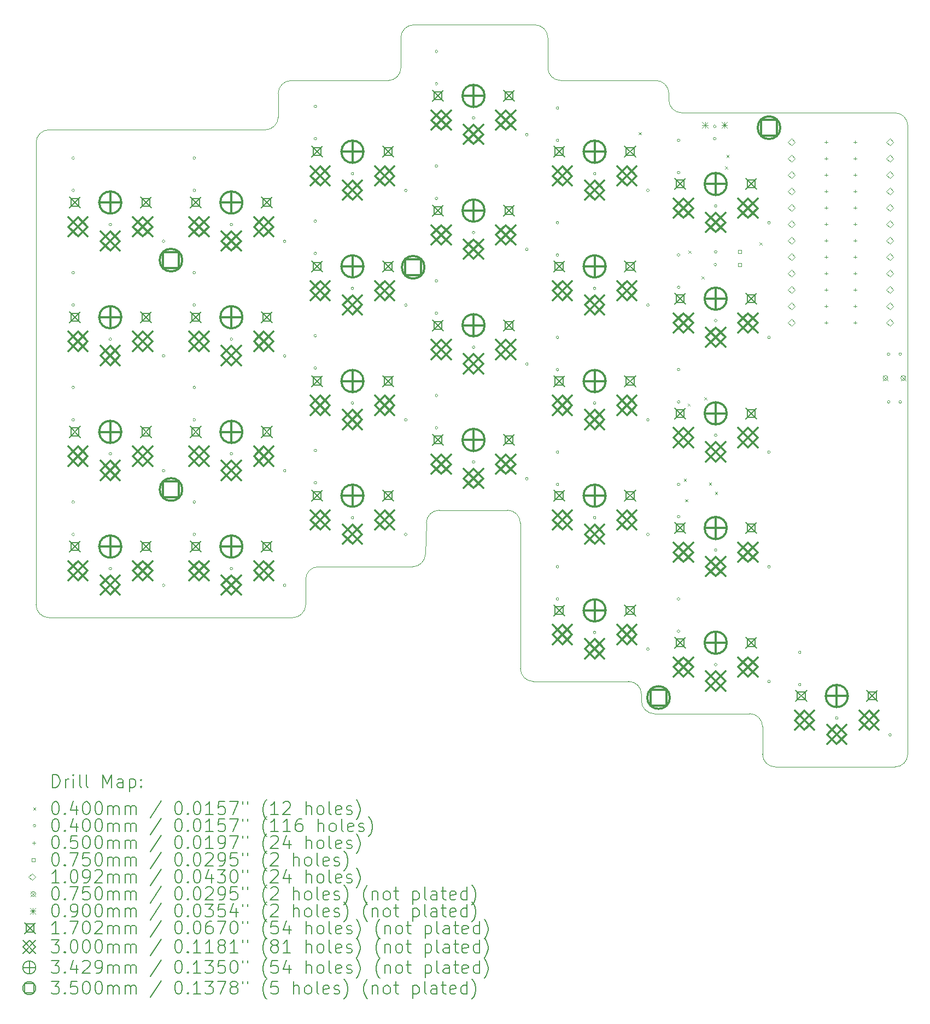
<source format=gbr>
%TF.GenerationSoftware,KiCad,Pcbnew,8.0.5*%
%TF.CreationDate,2024-10-08T15:48:35-07:00*%
%TF.ProjectId,qimera_pcb,71696d65-7261-45f7-9063-622e6b696361,v1.0.0*%
%TF.SameCoordinates,Original*%
%TF.FileFunction,Drillmap*%
%TF.FilePolarity,Positive*%
%FSLAX45Y45*%
G04 Gerber Fmt 4.5, Leading zero omitted, Abs format (unit mm)*
G04 Created by KiCad (PCBNEW 8.0.5) date 2024-10-08 15:48:35*
%MOMM*%
%LPD*%
G01*
G04 APERTURE LIST*
%ADD10C,0.100000*%
%ADD11C,0.200000*%
%ADD12C,0.109220*%
%ADD13C,0.170180*%
%ADD14C,0.300000*%
%ADD15C,0.342900*%
%ADD16C,0.350000*%
G04 APERTURE END LIST*
D10*
X17794449Y-15794288D02*
G75*
G02*
X17994367Y-15599997I199921J-5712D01*
G01*
X11950000Y-9713225D02*
X15300000Y-9713225D01*
X15925000Y-16675000D02*
G75*
G02*
X16125000Y-16475000I200000J0D01*
G01*
X15925000Y-17063225D02*
G75*
G02*
X15725000Y-17263230I-200000J-5D01*
G01*
X11750000Y-17063225D02*
X11750000Y-9913225D01*
X21750000Y-9450000D02*
X23225000Y-9450000D01*
X25050000Y-9450000D02*
G75*
G02*
X25250000Y-9650000I0J-200000D01*
G01*
X20925000Y-18250000D02*
X19450000Y-18250000D01*
X19875000Y-8950000D02*
X21350000Y-8950000D01*
X11950000Y-17263225D02*
G75*
G02*
X11750005Y-17063225I0J199995D01*
G01*
X22800000Y-18750000D02*
G75*
G02*
X23000000Y-18950000I0J-200000D01*
G01*
X25250000Y-9650000D02*
X25250000Y-19375000D01*
X17400000Y-8751450D02*
X17400000Y-8288225D01*
X21325000Y-18750000D02*
G75*
G02*
X21125000Y-18550000I0J200000D01*
G01*
X23200000Y-19575000D02*
G75*
G02*
X23000000Y-19375000I0J200000D01*
G01*
X23000000Y-19375000D02*
X23000000Y-18950000D01*
X17400000Y-8751450D02*
G75*
G02*
X17200000Y-8951450I-200000J0D01*
G01*
X19450000Y-18250000D02*
G75*
G02*
X19250000Y-18050000I0J200000D01*
G01*
X21125000Y-18550000D02*
X21125000Y-18450000D01*
X20925000Y-18250000D02*
G75*
G02*
X21125000Y-18450000I0J-200000D01*
G01*
X11750000Y-9913225D02*
G75*
G02*
X11950000Y-9713230I199990J5D01*
G01*
X17780551Y-16280712D02*
G75*
G02*
X17580633Y-16475003I-199921J5712D01*
G01*
X19050000Y-15600000D02*
X17994367Y-15600000D01*
X19050000Y-15600000D02*
G75*
G02*
X19250000Y-15800000I0J-200000D01*
G01*
X15500000Y-9151450D02*
G75*
G02*
X15700000Y-8951450I200000J0D01*
G01*
X17600000Y-8088225D02*
X19475000Y-8088225D01*
X15925000Y-16675000D02*
X15925000Y-17063225D01*
X15500000Y-9513225D02*
X15500000Y-9151450D01*
X17580633Y-16475000D02*
X16125000Y-16475000D01*
X19475000Y-8088225D02*
G75*
G02*
X19674995Y-8288225I0J-199995D01*
G01*
X19875000Y-8950000D02*
G75*
G02*
X19675000Y-8750000I0J200000D01*
G01*
X25250000Y-19375000D02*
G75*
G02*
X25050000Y-19575000I-200000J0D01*
G01*
X21350000Y-8950000D02*
G75*
G02*
X21550000Y-9150000I0J-200000D01*
G01*
X17400000Y-8288225D02*
G75*
G02*
X17600000Y-8088220I200000J5D01*
G01*
X21750000Y-9450000D02*
G75*
G02*
X21550000Y-9250000I0J200000D01*
G01*
X25050000Y-19575000D02*
X23200000Y-19575000D01*
X17794449Y-15794288D02*
X17780551Y-16280712D01*
X15725000Y-17263225D02*
X11950000Y-17263225D01*
X19675000Y-8288225D02*
X19675000Y-8750000D01*
X23225000Y-9450000D02*
X25050000Y-9450000D01*
X22800000Y-18750000D02*
X21325000Y-18750000D01*
X21550000Y-9150000D02*
X21550000Y-9250000D01*
X15500000Y-9513225D02*
G75*
G02*
X15300000Y-9713220I-199990J-5D01*
G01*
X19250000Y-18050000D02*
X19250000Y-15800000D01*
X15700000Y-8951450D02*
X17200000Y-8951450D01*
D11*
D10*
X21080000Y-9750000D02*
X21120000Y-9790000D01*
X21120000Y-9750000D02*
X21080000Y-9790000D01*
X21780000Y-15111000D02*
X21820000Y-15151000D01*
X21820000Y-15111000D02*
X21780000Y-15151000D01*
X21800000Y-15430000D02*
X21840000Y-15470000D01*
X21840000Y-15430000D02*
X21800000Y-15470000D01*
X21840000Y-13950000D02*
X21880000Y-13990000D01*
X21880000Y-13950000D02*
X21840000Y-13990000D01*
X21855000Y-11580000D02*
X21895000Y-11620000D01*
X21895000Y-11580000D02*
X21855000Y-11620000D01*
X22055000Y-11980000D02*
X22095000Y-12020000D01*
X22095000Y-11980000D02*
X22055000Y-12020000D01*
X22100000Y-13850000D02*
X22140000Y-13890000D01*
X22140000Y-13850000D02*
X22100000Y-13890000D01*
X22170000Y-15171000D02*
X22210000Y-15211000D01*
X22210000Y-15171000D02*
X22170000Y-15211000D01*
X22262500Y-15317500D02*
X22302500Y-15357500D01*
X22302500Y-15317500D02*
X22262500Y-15357500D01*
X22417000Y-10280000D02*
X22457000Y-10320000D01*
X22457000Y-10280000D02*
X22417000Y-10320000D01*
X22440000Y-10100000D02*
X22480000Y-10140000D01*
X22480000Y-10100000D02*
X22440000Y-10140000D01*
X22955000Y-11455000D02*
X22995000Y-11495000D01*
X22995000Y-11455000D02*
X22955000Y-11495000D01*
X12345000Y-10150000D02*
G75*
G02*
X12305000Y-10150000I-20000J0D01*
G01*
X12305000Y-10150000D02*
G75*
G02*
X12345000Y-10150000I20000J0D01*
G01*
X12345000Y-10650000D02*
G75*
G02*
X12305000Y-10650000I-20000J0D01*
G01*
X12305000Y-10650000D02*
G75*
G02*
X12345000Y-10650000I20000J0D01*
G01*
X12345000Y-11925000D02*
G75*
G02*
X12305000Y-11925000I-20000J0D01*
G01*
X12305000Y-11925000D02*
G75*
G02*
X12345000Y-11925000I20000J0D01*
G01*
X12345000Y-12425000D02*
G75*
G02*
X12305000Y-12425000I-20000J0D01*
G01*
X12305000Y-12425000D02*
G75*
G02*
X12345000Y-12425000I20000J0D01*
G01*
X12345000Y-13700000D02*
G75*
G02*
X12305000Y-13700000I-20000J0D01*
G01*
X12305000Y-13700000D02*
G75*
G02*
X12345000Y-13700000I20000J0D01*
G01*
X12345000Y-14200000D02*
G75*
G02*
X12305000Y-14200000I-20000J0D01*
G01*
X12305000Y-14200000D02*
G75*
G02*
X12345000Y-14200000I20000J0D01*
G01*
X12345000Y-15475000D02*
G75*
G02*
X12305000Y-15475000I-20000J0D01*
G01*
X12305000Y-15475000D02*
G75*
G02*
X12345000Y-15475000I20000J0D01*
G01*
X12345000Y-15975000D02*
G75*
G02*
X12305000Y-15975000I-20000J0D01*
G01*
X12305000Y-15975000D02*
G75*
G02*
X12345000Y-15975000I20000J0D01*
G01*
X12920000Y-11178225D02*
G75*
G02*
X12880000Y-11178225I-20000J0D01*
G01*
X12880000Y-11178225D02*
G75*
G02*
X12920000Y-11178225I20000J0D01*
G01*
X12920000Y-12953225D02*
G75*
G02*
X12880000Y-12953225I-20000J0D01*
G01*
X12880000Y-12953225D02*
G75*
G02*
X12920000Y-12953225I20000J0D01*
G01*
X12920000Y-14728225D02*
G75*
G02*
X12880000Y-14728225I-20000J0D01*
G01*
X12880000Y-14728225D02*
G75*
G02*
X12920000Y-14728225I20000J0D01*
G01*
X12920000Y-16503225D02*
G75*
G02*
X12880000Y-16503225I-20000J0D01*
G01*
X12880000Y-16503225D02*
G75*
G02*
X12920000Y-16503225I20000J0D01*
G01*
X13745000Y-11438225D02*
G75*
G02*
X13705000Y-11438225I-20000J0D01*
G01*
X13705000Y-11438225D02*
G75*
G02*
X13745000Y-11438225I20000J0D01*
G01*
X13745000Y-13213225D02*
G75*
G02*
X13705000Y-13213225I-20000J0D01*
G01*
X13705000Y-13213225D02*
G75*
G02*
X13745000Y-13213225I20000J0D01*
G01*
X13745000Y-14988225D02*
G75*
G02*
X13705000Y-14988225I-20000J0D01*
G01*
X13705000Y-14988225D02*
G75*
G02*
X13745000Y-14988225I20000J0D01*
G01*
X13745000Y-16763225D02*
G75*
G02*
X13705000Y-16763225I-20000J0D01*
G01*
X13705000Y-16763225D02*
G75*
G02*
X13745000Y-16763225I20000J0D01*
G01*
X14220000Y-10150000D02*
G75*
G02*
X14180000Y-10150000I-20000J0D01*
G01*
X14180000Y-10150000D02*
G75*
G02*
X14220000Y-10150000I20000J0D01*
G01*
X14220000Y-10650000D02*
G75*
G02*
X14180000Y-10650000I-20000J0D01*
G01*
X14180000Y-10650000D02*
G75*
G02*
X14220000Y-10650000I20000J0D01*
G01*
X14220000Y-11925000D02*
G75*
G02*
X14180000Y-11925000I-20000J0D01*
G01*
X14180000Y-11925000D02*
G75*
G02*
X14220000Y-11925000I20000J0D01*
G01*
X14220000Y-12425000D02*
G75*
G02*
X14180000Y-12425000I-20000J0D01*
G01*
X14180000Y-12425000D02*
G75*
G02*
X14220000Y-12425000I20000J0D01*
G01*
X14220000Y-13700000D02*
G75*
G02*
X14180000Y-13700000I-20000J0D01*
G01*
X14180000Y-13700000D02*
G75*
G02*
X14220000Y-13700000I20000J0D01*
G01*
X14220000Y-14200000D02*
G75*
G02*
X14180000Y-14200000I-20000J0D01*
G01*
X14180000Y-14200000D02*
G75*
G02*
X14220000Y-14200000I20000J0D01*
G01*
X14220000Y-15475000D02*
G75*
G02*
X14180000Y-15475000I-20000J0D01*
G01*
X14180000Y-15475000D02*
G75*
G02*
X14220000Y-15475000I20000J0D01*
G01*
X14220000Y-15975000D02*
G75*
G02*
X14180000Y-15975000I-20000J0D01*
G01*
X14180000Y-15975000D02*
G75*
G02*
X14220000Y-15975000I20000J0D01*
G01*
X14795000Y-11178225D02*
G75*
G02*
X14755000Y-11178225I-20000J0D01*
G01*
X14755000Y-11178225D02*
G75*
G02*
X14795000Y-11178225I20000J0D01*
G01*
X14795000Y-12953225D02*
G75*
G02*
X14755000Y-12953225I-20000J0D01*
G01*
X14755000Y-12953225D02*
G75*
G02*
X14795000Y-12953225I20000J0D01*
G01*
X14795000Y-14728225D02*
G75*
G02*
X14755000Y-14728225I-20000J0D01*
G01*
X14755000Y-14728225D02*
G75*
G02*
X14795000Y-14728225I20000J0D01*
G01*
X14795000Y-16503225D02*
G75*
G02*
X14755000Y-16503225I-20000J0D01*
G01*
X14755000Y-16503225D02*
G75*
G02*
X14795000Y-16503225I20000J0D01*
G01*
X15620000Y-11438225D02*
G75*
G02*
X15580000Y-11438225I-20000J0D01*
G01*
X15580000Y-11438225D02*
G75*
G02*
X15620000Y-11438225I20000J0D01*
G01*
X15620000Y-13213225D02*
G75*
G02*
X15580000Y-13213225I-20000J0D01*
G01*
X15580000Y-13213225D02*
G75*
G02*
X15620000Y-13213225I20000J0D01*
G01*
X15620000Y-14988225D02*
G75*
G02*
X15580000Y-14988225I-20000J0D01*
G01*
X15580000Y-14988225D02*
G75*
G02*
X15620000Y-14988225I20000J0D01*
G01*
X15620000Y-16763225D02*
G75*
G02*
X15580000Y-16763225I-20000J0D01*
G01*
X15580000Y-16763225D02*
G75*
G02*
X15620000Y-16763225I20000J0D01*
G01*
X16095000Y-9350000D02*
G75*
G02*
X16055000Y-9350000I-20000J0D01*
G01*
X16055000Y-9350000D02*
G75*
G02*
X16095000Y-9350000I20000J0D01*
G01*
X16095000Y-9850000D02*
G75*
G02*
X16055000Y-9850000I-20000J0D01*
G01*
X16055000Y-9850000D02*
G75*
G02*
X16095000Y-9850000I20000J0D01*
G01*
X16095000Y-11125000D02*
G75*
G02*
X16055000Y-11125000I-20000J0D01*
G01*
X16055000Y-11125000D02*
G75*
G02*
X16095000Y-11125000I20000J0D01*
G01*
X16095000Y-11625000D02*
G75*
G02*
X16055000Y-11625000I-20000J0D01*
G01*
X16055000Y-11625000D02*
G75*
G02*
X16095000Y-11625000I20000J0D01*
G01*
X16095000Y-12900000D02*
G75*
G02*
X16055000Y-12900000I-20000J0D01*
G01*
X16055000Y-12900000D02*
G75*
G02*
X16095000Y-12900000I20000J0D01*
G01*
X16095000Y-13400000D02*
G75*
G02*
X16055000Y-13400000I-20000J0D01*
G01*
X16055000Y-13400000D02*
G75*
G02*
X16095000Y-13400000I20000J0D01*
G01*
X16095000Y-14675000D02*
G75*
G02*
X16055000Y-14675000I-20000J0D01*
G01*
X16055000Y-14675000D02*
G75*
G02*
X16095000Y-14675000I20000J0D01*
G01*
X16095000Y-15175000D02*
G75*
G02*
X16055000Y-15175000I-20000J0D01*
G01*
X16055000Y-15175000D02*
G75*
G02*
X16095000Y-15175000I20000J0D01*
G01*
X16670000Y-10391450D02*
G75*
G02*
X16630000Y-10391450I-20000J0D01*
G01*
X16630000Y-10391450D02*
G75*
G02*
X16670000Y-10391450I20000J0D01*
G01*
X16670000Y-12166450D02*
G75*
G02*
X16630000Y-12166450I-20000J0D01*
G01*
X16630000Y-12166450D02*
G75*
G02*
X16670000Y-12166450I20000J0D01*
G01*
X16670000Y-13941450D02*
G75*
G02*
X16630000Y-13941450I-20000J0D01*
G01*
X16630000Y-13941450D02*
G75*
G02*
X16670000Y-13941450I20000J0D01*
G01*
X16670000Y-15716450D02*
G75*
G02*
X16630000Y-15716450I-20000J0D01*
G01*
X16630000Y-15716450D02*
G75*
G02*
X16670000Y-15716450I20000J0D01*
G01*
X17495000Y-10651450D02*
G75*
G02*
X17455000Y-10651450I-20000J0D01*
G01*
X17455000Y-10651450D02*
G75*
G02*
X17495000Y-10651450I20000J0D01*
G01*
X17495000Y-12426450D02*
G75*
G02*
X17455000Y-12426450I-20000J0D01*
G01*
X17455000Y-12426450D02*
G75*
G02*
X17495000Y-12426450I20000J0D01*
G01*
X17495000Y-14201450D02*
G75*
G02*
X17455000Y-14201450I-20000J0D01*
G01*
X17455000Y-14201450D02*
G75*
G02*
X17495000Y-14201450I20000J0D01*
G01*
X17495000Y-15976450D02*
G75*
G02*
X17455000Y-15976450I-20000J0D01*
G01*
X17455000Y-15976450D02*
G75*
G02*
X17495000Y-15976450I20000J0D01*
G01*
X17970000Y-8500000D02*
G75*
G02*
X17930000Y-8500000I-20000J0D01*
G01*
X17930000Y-8500000D02*
G75*
G02*
X17970000Y-8500000I20000J0D01*
G01*
X17970000Y-9000000D02*
G75*
G02*
X17930000Y-9000000I-20000J0D01*
G01*
X17930000Y-9000000D02*
G75*
G02*
X17970000Y-9000000I20000J0D01*
G01*
X17970000Y-10275000D02*
G75*
G02*
X17930000Y-10275000I-20000J0D01*
G01*
X17930000Y-10275000D02*
G75*
G02*
X17970000Y-10275000I20000J0D01*
G01*
X17970000Y-10775000D02*
G75*
G02*
X17930000Y-10775000I-20000J0D01*
G01*
X17930000Y-10775000D02*
G75*
G02*
X17970000Y-10775000I20000J0D01*
G01*
X17970000Y-12050000D02*
G75*
G02*
X17930000Y-12050000I-20000J0D01*
G01*
X17930000Y-12050000D02*
G75*
G02*
X17970000Y-12050000I20000J0D01*
G01*
X17970000Y-12550000D02*
G75*
G02*
X17930000Y-12550000I-20000J0D01*
G01*
X17930000Y-12550000D02*
G75*
G02*
X17970000Y-12550000I20000J0D01*
G01*
X17970000Y-13825000D02*
G75*
G02*
X17930000Y-13825000I-20000J0D01*
G01*
X17930000Y-13825000D02*
G75*
G02*
X17970000Y-13825000I20000J0D01*
G01*
X17970000Y-14325000D02*
G75*
G02*
X17930000Y-14325000I-20000J0D01*
G01*
X17930000Y-14325000D02*
G75*
G02*
X17970000Y-14325000I20000J0D01*
G01*
X18545000Y-9528225D02*
G75*
G02*
X18505000Y-9528225I-20000J0D01*
G01*
X18505000Y-9528225D02*
G75*
G02*
X18545000Y-9528225I20000J0D01*
G01*
X18545000Y-11303225D02*
G75*
G02*
X18505000Y-11303225I-20000J0D01*
G01*
X18505000Y-11303225D02*
G75*
G02*
X18545000Y-11303225I20000J0D01*
G01*
X18545000Y-13078225D02*
G75*
G02*
X18505000Y-13078225I-20000J0D01*
G01*
X18505000Y-13078225D02*
G75*
G02*
X18545000Y-13078225I20000J0D01*
G01*
X18545000Y-14853225D02*
G75*
G02*
X18505000Y-14853225I-20000J0D01*
G01*
X18505000Y-14853225D02*
G75*
G02*
X18545000Y-14853225I20000J0D01*
G01*
X19370000Y-9788225D02*
G75*
G02*
X19330000Y-9788225I-20000J0D01*
G01*
X19330000Y-9788225D02*
G75*
G02*
X19370000Y-9788225I20000J0D01*
G01*
X19370000Y-11563225D02*
G75*
G02*
X19330000Y-11563225I-20000J0D01*
G01*
X19330000Y-11563225D02*
G75*
G02*
X19370000Y-11563225I20000J0D01*
G01*
X19370000Y-13338225D02*
G75*
G02*
X19330000Y-13338225I-20000J0D01*
G01*
X19330000Y-13338225D02*
G75*
G02*
X19370000Y-13338225I20000J0D01*
G01*
X19370000Y-15113225D02*
G75*
G02*
X19330000Y-15113225I-20000J0D01*
G01*
X19330000Y-15113225D02*
G75*
G02*
X19370000Y-15113225I20000J0D01*
G01*
X19845000Y-9375000D02*
G75*
G02*
X19805000Y-9375000I-20000J0D01*
G01*
X19805000Y-9375000D02*
G75*
G02*
X19845000Y-9375000I20000J0D01*
G01*
X19845000Y-9875000D02*
G75*
G02*
X19805000Y-9875000I-20000J0D01*
G01*
X19805000Y-9875000D02*
G75*
G02*
X19845000Y-9875000I20000J0D01*
G01*
X19845000Y-11150000D02*
G75*
G02*
X19805000Y-11150000I-20000J0D01*
G01*
X19805000Y-11150000D02*
G75*
G02*
X19845000Y-11150000I20000J0D01*
G01*
X19845000Y-11650000D02*
G75*
G02*
X19805000Y-11650000I-20000J0D01*
G01*
X19805000Y-11650000D02*
G75*
G02*
X19845000Y-11650000I20000J0D01*
G01*
X19845000Y-12925000D02*
G75*
G02*
X19805000Y-12925000I-20000J0D01*
G01*
X19805000Y-12925000D02*
G75*
G02*
X19845000Y-12925000I20000J0D01*
G01*
X19845000Y-13425000D02*
G75*
G02*
X19805000Y-13425000I-20000J0D01*
G01*
X19805000Y-13425000D02*
G75*
G02*
X19845000Y-13425000I20000J0D01*
G01*
X19845000Y-14700000D02*
G75*
G02*
X19805000Y-14700000I-20000J0D01*
G01*
X19805000Y-14700000D02*
G75*
G02*
X19845000Y-14700000I20000J0D01*
G01*
X19845000Y-15200000D02*
G75*
G02*
X19805000Y-15200000I-20000J0D01*
G01*
X19805000Y-15200000D02*
G75*
G02*
X19845000Y-15200000I20000J0D01*
G01*
X19845000Y-16475000D02*
G75*
G02*
X19805000Y-16475000I-20000J0D01*
G01*
X19805000Y-16475000D02*
G75*
G02*
X19845000Y-16475000I20000J0D01*
G01*
X19845000Y-16975000D02*
G75*
G02*
X19805000Y-16975000I-20000J0D01*
G01*
X19805000Y-16975000D02*
G75*
G02*
X19845000Y-16975000I20000J0D01*
G01*
X20420000Y-10391450D02*
G75*
G02*
X20380000Y-10391450I-20000J0D01*
G01*
X20380000Y-10391450D02*
G75*
G02*
X20420000Y-10391450I20000J0D01*
G01*
X20420000Y-12166450D02*
G75*
G02*
X20380000Y-12166450I-20000J0D01*
G01*
X20380000Y-12166450D02*
G75*
G02*
X20420000Y-12166450I20000J0D01*
G01*
X20420000Y-13941450D02*
G75*
G02*
X20380000Y-13941450I-20000J0D01*
G01*
X20380000Y-13941450D02*
G75*
G02*
X20420000Y-13941450I20000J0D01*
G01*
X20420000Y-15716450D02*
G75*
G02*
X20380000Y-15716450I-20000J0D01*
G01*
X20380000Y-15716450D02*
G75*
G02*
X20420000Y-15716450I20000J0D01*
G01*
X20420000Y-17491450D02*
G75*
G02*
X20380000Y-17491450I-20000J0D01*
G01*
X20380000Y-17491450D02*
G75*
G02*
X20420000Y-17491450I20000J0D01*
G01*
X21245000Y-10651450D02*
G75*
G02*
X21205000Y-10651450I-20000J0D01*
G01*
X21205000Y-10651450D02*
G75*
G02*
X21245000Y-10651450I20000J0D01*
G01*
X21245000Y-12426450D02*
G75*
G02*
X21205000Y-12426450I-20000J0D01*
G01*
X21205000Y-12426450D02*
G75*
G02*
X21245000Y-12426450I20000J0D01*
G01*
X21245000Y-14201450D02*
G75*
G02*
X21205000Y-14201450I-20000J0D01*
G01*
X21205000Y-14201450D02*
G75*
G02*
X21245000Y-14201450I20000J0D01*
G01*
X21245000Y-15976450D02*
G75*
G02*
X21205000Y-15976450I-20000J0D01*
G01*
X21205000Y-15976450D02*
G75*
G02*
X21245000Y-15976450I20000J0D01*
G01*
X21245000Y-17751450D02*
G75*
G02*
X21205000Y-17751450I-20000J0D01*
G01*
X21205000Y-17751450D02*
G75*
G02*
X21245000Y-17751450I20000J0D01*
G01*
X21720000Y-9875000D02*
G75*
G02*
X21680000Y-9875000I-20000J0D01*
G01*
X21680000Y-9875000D02*
G75*
G02*
X21720000Y-9875000I20000J0D01*
G01*
X21720000Y-10375000D02*
G75*
G02*
X21680000Y-10375000I-20000J0D01*
G01*
X21680000Y-10375000D02*
G75*
G02*
X21720000Y-10375000I20000J0D01*
G01*
X21720000Y-11650000D02*
G75*
G02*
X21680000Y-11650000I-20000J0D01*
G01*
X21680000Y-11650000D02*
G75*
G02*
X21720000Y-11650000I20000J0D01*
G01*
X21720000Y-12150000D02*
G75*
G02*
X21680000Y-12150000I-20000J0D01*
G01*
X21680000Y-12150000D02*
G75*
G02*
X21720000Y-12150000I20000J0D01*
G01*
X21720000Y-13425000D02*
G75*
G02*
X21680000Y-13425000I-20000J0D01*
G01*
X21680000Y-13425000D02*
G75*
G02*
X21720000Y-13425000I20000J0D01*
G01*
X21720000Y-13925000D02*
G75*
G02*
X21680000Y-13925000I-20000J0D01*
G01*
X21680000Y-13925000D02*
G75*
G02*
X21720000Y-13925000I20000J0D01*
G01*
X21720000Y-15200000D02*
G75*
G02*
X21680000Y-15200000I-20000J0D01*
G01*
X21680000Y-15200000D02*
G75*
G02*
X21720000Y-15200000I20000J0D01*
G01*
X21720000Y-15700000D02*
G75*
G02*
X21680000Y-15700000I-20000J0D01*
G01*
X21680000Y-15700000D02*
G75*
G02*
X21720000Y-15700000I20000J0D01*
G01*
X21720000Y-16975000D02*
G75*
G02*
X21680000Y-16975000I-20000J0D01*
G01*
X21680000Y-16975000D02*
G75*
G02*
X21720000Y-16975000I20000J0D01*
G01*
X21720000Y-17475000D02*
G75*
G02*
X21680000Y-17475000I-20000J0D01*
G01*
X21680000Y-17475000D02*
G75*
G02*
X21720000Y-17475000I20000J0D01*
G01*
X22280000Y-9660000D02*
G75*
G02*
X22240000Y-9660000I-20000J0D01*
G01*
X22240000Y-9660000D02*
G75*
G02*
X22280000Y-9660000I20000J0D01*
G01*
X22280000Y-9850000D02*
G75*
G02*
X22240000Y-9850000I-20000J0D01*
G01*
X22240000Y-9850000D02*
G75*
G02*
X22280000Y-9850000I20000J0D01*
G01*
X22287157Y-11800000D02*
G75*
G02*
X22247157Y-11800000I-20000J0D01*
G01*
X22247157Y-11800000D02*
G75*
G02*
X22287157Y-11800000I20000J0D01*
G01*
X22295000Y-10891450D02*
G75*
G02*
X22255000Y-10891450I-20000J0D01*
G01*
X22255000Y-10891450D02*
G75*
G02*
X22295000Y-10891450I20000J0D01*
G01*
X22295000Y-11600000D02*
G75*
G02*
X22255000Y-11600000I-20000J0D01*
G01*
X22255000Y-11600000D02*
G75*
G02*
X22295000Y-11600000I20000J0D01*
G01*
X22295000Y-12666450D02*
G75*
G02*
X22255000Y-12666450I-20000J0D01*
G01*
X22255000Y-12666450D02*
G75*
G02*
X22295000Y-12666450I20000J0D01*
G01*
X22295000Y-14441450D02*
G75*
G02*
X22255000Y-14441450I-20000J0D01*
G01*
X22255000Y-14441450D02*
G75*
G02*
X22295000Y-14441450I20000J0D01*
G01*
X22295000Y-16216450D02*
G75*
G02*
X22255000Y-16216450I-20000J0D01*
G01*
X22255000Y-16216450D02*
G75*
G02*
X22295000Y-16216450I20000J0D01*
G01*
X22295000Y-17991450D02*
G75*
G02*
X22255000Y-17991450I-20000J0D01*
G01*
X22255000Y-17991450D02*
G75*
G02*
X22295000Y-17991450I20000J0D01*
G01*
X23120000Y-11151450D02*
G75*
G02*
X23080000Y-11151450I-20000J0D01*
G01*
X23080000Y-11151450D02*
G75*
G02*
X23120000Y-11151450I20000J0D01*
G01*
X23120000Y-12926450D02*
G75*
G02*
X23080000Y-12926450I-20000J0D01*
G01*
X23080000Y-12926450D02*
G75*
G02*
X23120000Y-12926450I20000J0D01*
G01*
X23120000Y-14701450D02*
G75*
G02*
X23080000Y-14701450I-20000J0D01*
G01*
X23080000Y-14701450D02*
G75*
G02*
X23120000Y-14701450I20000J0D01*
G01*
X23120000Y-16476450D02*
G75*
G02*
X23080000Y-16476450I-20000J0D01*
G01*
X23080000Y-16476450D02*
G75*
G02*
X23120000Y-16476450I20000J0D01*
G01*
X23120000Y-18251450D02*
G75*
G02*
X23080000Y-18251450I-20000J0D01*
G01*
X23080000Y-18251450D02*
G75*
G02*
X23120000Y-18251450I20000J0D01*
G01*
X23595000Y-17800000D02*
G75*
G02*
X23555000Y-17800000I-20000J0D01*
G01*
X23555000Y-17800000D02*
G75*
G02*
X23595000Y-17800000I20000J0D01*
G01*
X23595000Y-18300000D02*
G75*
G02*
X23555000Y-18300000I-20000J0D01*
G01*
X23555000Y-18300000D02*
G75*
G02*
X23595000Y-18300000I20000J0D01*
G01*
X24170000Y-18816450D02*
G75*
G02*
X24130000Y-18816450I-20000J0D01*
G01*
X24130000Y-18816450D02*
G75*
G02*
X24170000Y-18816450I20000J0D01*
G01*
X24972500Y-13185000D02*
G75*
G02*
X24932500Y-13185000I-20000J0D01*
G01*
X24932500Y-13185000D02*
G75*
G02*
X24972500Y-13185000I20000J0D01*
G01*
X24972500Y-13925000D02*
G75*
G02*
X24932500Y-13925000I-20000J0D01*
G01*
X24932500Y-13925000D02*
G75*
G02*
X24972500Y-13925000I20000J0D01*
G01*
X24995000Y-19076450D02*
G75*
G02*
X24955000Y-19076450I-20000J0D01*
G01*
X24955000Y-19076450D02*
G75*
G02*
X24995000Y-19076450I20000J0D01*
G01*
X25152500Y-13185000D02*
G75*
G02*
X25112500Y-13185000I-20000J0D01*
G01*
X25112500Y-13185000D02*
G75*
G02*
X25152500Y-13185000I20000J0D01*
G01*
X25152500Y-13925000D02*
G75*
G02*
X25112500Y-13925000I-20000J0D01*
G01*
X25112500Y-13925000D02*
G75*
G02*
X25152500Y-13925000I20000J0D01*
G01*
X23987000Y-9876000D02*
X23987000Y-9926000D01*
X23962000Y-9901000D02*
X24012000Y-9901000D01*
X23987000Y-10130000D02*
X23987000Y-10180000D01*
X23962000Y-10155000D02*
X24012000Y-10155000D01*
X23987000Y-10384000D02*
X23987000Y-10434000D01*
X23962000Y-10409000D02*
X24012000Y-10409000D01*
X23987000Y-10638000D02*
X23987000Y-10688000D01*
X23962000Y-10663000D02*
X24012000Y-10663000D01*
X23987000Y-10892000D02*
X23987000Y-10942000D01*
X23962000Y-10917000D02*
X24012000Y-10917000D01*
X23987000Y-11146000D02*
X23987000Y-11196000D01*
X23962000Y-11171000D02*
X24012000Y-11171000D01*
X23987000Y-11400000D02*
X23987000Y-11450000D01*
X23962000Y-11425000D02*
X24012000Y-11425000D01*
X23987000Y-11654000D02*
X23987000Y-11704000D01*
X23962000Y-11679000D02*
X24012000Y-11679000D01*
X23987000Y-11908000D02*
X23987000Y-11958000D01*
X23962000Y-11933000D02*
X24012000Y-11933000D01*
X23987000Y-12162000D02*
X23987000Y-12212000D01*
X23962000Y-12187000D02*
X24012000Y-12187000D01*
X23987000Y-12416000D02*
X23987000Y-12466000D01*
X23962000Y-12441000D02*
X24012000Y-12441000D01*
X23987000Y-12670000D02*
X23987000Y-12720000D01*
X23962000Y-12695000D02*
X24012000Y-12695000D01*
X24437000Y-9876000D02*
X24437000Y-9926000D01*
X24412000Y-9901000D02*
X24462000Y-9901000D01*
X24437000Y-10130000D02*
X24437000Y-10180000D01*
X24412000Y-10155000D02*
X24462000Y-10155000D01*
X24437000Y-10384000D02*
X24437000Y-10434000D01*
X24412000Y-10409000D02*
X24462000Y-10409000D01*
X24437000Y-10638000D02*
X24437000Y-10688000D01*
X24412000Y-10663000D02*
X24462000Y-10663000D01*
X24437000Y-10892000D02*
X24437000Y-10942000D01*
X24412000Y-10917000D02*
X24462000Y-10917000D01*
X24437000Y-11146000D02*
X24437000Y-11196000D01*
X24412000Y-11171000D02*
X24462000Y-11171000D01*
X24437000Y-11400000D02*
X24437000Y-11450000D01*
X24412000Y-11425000D02*
X24462000Y-11425000D01*
X24437000Y-11654000D02*
X24437000Y-11704000D01*
X24412000Y-11679000D02*
X24462000Y-11679000D01*
X24437000Y-11908000D02*
X24437000Y-11958000D01*
X24412000Y-11933000D02*
X24462000Y-11933000D01*
X24437000Y-12162000D02*
X24437000Y-12212000D01*
X24412000Y-12187000D02*
X24462000Y-12187000D01*
X24437000Y-12416000D02*
X24437000Y-12466000D01*
X24412000Y-12441000D02*
X24462000Y-12441000D01*
X24437000Y-12670000D02*
X24437000Y-12720000D01*
X24412000Y-12695000D02*
X24462000Y-12695000D01*
X22676517Y-11626517D02*
X22676517Y-11573483D01*
X22623483Y-11573483D01*
X22623483Y-11626517D01*
X22676517Y-11626517D01*
X22676517Y-11826517D02*
X22676517Y-11773483D01*
X22623483Y-11773483D01*
X22623483Y-11826517D01*
X22676517Y-11826517D01*
D12*
X23450000Y-9958610D02*
X23504610Y-9904000D01*
X23450000Y-9849390D01*
X23395390Y-9904000D01*
X23450000Y-9958610D01*
X23450000Y-10212610D02*
X23504610Y-10158000D01*
X23450000Y-10103390D01*
X23395390Y-10158000D01*
X23450000Y-10212610D01*
X23450000Y-10466610D02*
X23504610Y-10412000D01*
X23450000Y-10357390D01*
X23395390Y-10412000D01*
X23450000Y-10466610D01*
X23450000Y-10720610D02*
X23504610Y-10666000D01*
X23450000Y-10611390D01*
X23395390Y-10666000D01*
X23450000Y-10720610D01*
X23450000Y-10974610D02*
X23504610Y-10920000D01*
X23450000Y-10865390D01*
X23395390Y-10920000D01*
X23450000Y-10974610D01*
X23450000Y-11228610D02*
X23504610Y-11174000D01*
X23450000Y-11119390D01*
X23395390Y-11174000D01*
X23450000Y-11228610D01*
X23450000Y-11482610D02*
X23504610Y-11428000D01*
X23450000Y-11373390D01*
X23395390Y-11428000D01*
X23450000Y-11482610D01*
X23450000Y-11736610D02*
X23504610Y-11682000D01*
X23450000Y-11627390D01*
X23395390Y-11682000D01*
X23450000Y-11736610D01*
X23450000Y-11990610D02*
X23504610Y-11936000D01*
X23450000Y-11881390D01*
X23395390Y-11936000D01*
X23450000Y-11990610D01*
X23450000Y-12244610D02*
X23504610Y-12190000D01*
X23450000Y-12135390D01*
X23395390Y-12190000D01*
X23450000Y-12244610D01*
X23450000Y-12498610D02*
X23504610Y-12444000D01*
X23450000Y-12389390D01*
X23395390Y-12444000D01*
X23450000Y-12498610D01*
X23450000Y-12752610D02*
X23504610Y-12698000D01*
X23450000Y-12643390D01*
X23395390Y-12698000D01*
X23450000Y-12752610D01*
X24974000Y-9958610D02*
X25028610Y-9904000D01*
X24974000Y-9849390D01*
X24919390Y-9904000D01*
X24974000Y-9958610D01*
X24974000Y-10212610D02*
X25028610Y-10158000D01*
X24974000Y-10103390D01*
X24919390Y-10158000D01*
X24974000Y-10212610D01*
X24974000Y-10466610D02*
X25028610Y-10412000D01*
X24974000Y-10357390D01*
X24919390Y-10412000D01*
X24974000Y-10466610D01*
X24974000Y-10720610D02*
X25028610Y-10666000D01*
X24974000Y-10611390D01*
X24919390Y-10666000D01*
X24974000Y-10720610D01*
X24974000Y-10974610D02*
X25028610Y-10920000D01*
X24974000Y-10865390D01*
X24919390Y-10920000D01*
X24974000Y-10974610D01*
X24974000Y-11228610D02*
X25028610Y-11174000D01*
X24974000Y-11119390D01*
X24919390Y-11174000D01*
X24974000Y-11228610D01*
X24974000Y-11482610D02*
X25028610Y-11428000D01*
X24974000Y-11373390D01*
X24919390Y-11428000D01*
X24974000Y-11482610D01*
X24974000Y-11736610D02*
X25028610Y-11682000D01*
X24974000Y-11627390D01*
X24919390Y-11682000D01*
X24974000Y-11736610D01*
X24974000Y-11990610D02*
X25028610Y-11936000D01*
X24974000Y-11881390D01*
X24919390Y-11936000D01*
X24974000Y-11990610D01*
X24974000Y-12244610D02*
X25028610Y-12190000D01*
X24974000Y-12135390D01*
X24919390Y-12190000D01*
X24974000Y-12244610D01*
X24974000Y-12498610D02*
X25028610Y-12444000D01*
X24974000Y-12389390D01*
X24919390Y-12444000D01*
X24974000Y-12498610D01*
X24974000Y-12752610D02*
X25028610Y-12698000D01*
X24974000Y-12643390D01*
X24919390Y-12698000D01*
X24974000Y-12752610D01*
D10*
X24867500Y-13517500D02*
X24942500Y-13592500D01*
X24942500Y-13517500D02*
X24867500Y-13592500D01*
X24942500Y-13555000D02*
G75*
G02*
X24867500Y-13555000I-37500J0D01*
G01*
X24867500Y-13555000D02*
G75*
G02*
X24942500Y-13555000I37500J0D01*
G01*
X25142500Y-13517500D02*
X25217500Y-13592500D01*
X25217500Y-13517500D02*
X25142500Y-13592500D01*
X25217500Y-13555000D02*
G75*
G02*
X25142500Y-13555000I-37500J0D01*
G01*
X25142500Y-13555000D02*
G75*
G02*
X25217500Y-13555000I37500J0D01*
G01*
X22065000Y-9595000D02*
X22155000Y-9685000D01*
X22155000Y-9595000D02*
X22065000Y-9685000D01*
X22110000Y-9595000D02*
X22110000Y-9685000D01*
X22065000Y-9640000D02*
X22155000Y-9640000D01*
X22365000Y-9595000D02*
X22455000Y-9685000D01*
X22455000Y-9595000D02*
X22365000Y-9685000D01*
X22410000Y-9595000D02*
X22410000Y-9685000D01*
X22365000Y-9640000D02*
X22455000Y-9640000D01*
D13*
X12264910Y-10753135D02*
X12435090Y-10923315D01*
X12435090Y-10753135D02*
X12264910Y-10923315D01*
X12410168Y-10898393D02*
X12410168Y-10778057D01*
X12289832Y-10778057D01*
X12289832Y-10898393D01*
X12410168Y-10898393D01*
X12264910Y-12528135D02*
X12435090Y-12698315D01*
X12435090Y-12528135D02*
X12264910Y-12698315D01*
X12410168Y-12673393D02*
X12410168Y-12553057D01*
X12289832Y-12553057D01*
X12289832Y-12673393D01*
X12410168Y-12673393D01*
X12264910Y-14303135D02*
X12435090Y-14473315D01*
X12435090Y-14303135D02*
X12264910Y-14473315D01*
X12410168Y-14448393D02*
X12410168Y-14328057D01*
X12289832Y-14328057D01*
X12289832Y-14448393D01*
X12410168Y-14448393D01*
X12264910Y-16078135D02*
X12435090Y-16248315D01*
X12435090Y-16078135D02*
X12264910Y-16248315D01*
X12410168Y-16223393D02*
X12410168Y-16103057D01*
X12289832Y-16103057D01*
X12289832Y-16223393D01*
X12410168Y-16223393D01*
X13364910Y-10753135D02*
X13535090Y-10923315D01*
X13535090Y-10753135D02*
X13364910Y-10923315D01*
X13510168Y-10898393D02*
X13510168Y-10778057D01*
X13389832Y-10778057D01*
X13389832Y-10898393D01*
X13510168Y-10898393D01*
X13364910Y-12528135D02*
X13535090Y-12698315D01*
X13535090Y-12528135D02*
X13364910Y-12698315D01*
X13510168Y-12673393D02*
X13510168Y-12553057D01*
X13389832Y-12553057D01*
X13389832Y-12673393D01*
X13510168Y-12673393D01*
X13364910Y-14303135D02*
X13535090Y-14473315D01*
X13535090Y-14303135D02*
X13364910Y-14473315D01*
X13510168Y-14448393D02*
X13510168Y-14328057D01*
X13389832Y-14328057D01*
X13389832Y-14448393D01*
X13510168Y-14448393D01*
X13364910Y-16078135D02*
X13535090Y-16248315D01*
X13535090Y-16078135D02*
X13364910Y-16248315D01*
X13510168Y-16223393D02*
X13510168Y-16103057D01*
X13389832Y-16103057D01*
X13389832Y-16223393D01*
X13510168Y-16223393D01*
X14139910Y-10753135D02*
X14310090Y-10923315D01*
X14310090Y-10753135D02*
X14139910Y-10923315D01*
X14285168Y-10898393D02*
X14285168Y-10778057D01*
X14164832Y-10778057D01*
X14164832Y-10898393D01*
X14285168Y-10898393D01*
X14139910Y-12528135D02*
X14310090Y-12698315D01*
X14310090Y-12528135D02*
X14139910Y-12698315D01*
X14285168Y-12673393D02*
X14285168Y-12553057D01*
X14164832Y-12553057D01*
X14164832Y-12673393D01*
X14285168Y-12673393D01*
X14139910Y-14303135D02*
X14310090Y-14473315D01*
X14310090Y-14303135D02*
X14139910Y-14473315D01*
X14285168Y-14448393D02*
X14285168Y-14328057D01*
X14164832Y-14328057D01*
X14164832Y-14448393D01*
X14285168Y-14448393D01*
X14139910Y-16078135D02*
X14310090Y-16248315D01*
X14310090Y-16078135D02*
X14139910Y-16248315D01*
X14285168Y-16223393D02*
X14285168Y-16103057D01*
X14164832Y-16103057D01*
X14164832Y-16223393D01*
X14285168Y-16223393D01*
X15239910Y-10753135D02*
X15410090Y-10923315D01*
X15410090Y-10753135D02*
X15239910Y-10923315D01*
X15385168Y-10898393D02*
X15385168Y-10778057D01*
X15264832Y-10778057D01*
X15264832Y-10898393D01*
X15385168Y-10898393D01*
X15239910Y-12528135D02*
X15410090Y-12698315D01*
X15410090Y-12528135D02*
X15239910Y-12698315D01*
X15385168Y-12673393D02*
X15385168Y-12553057D01*
X15264832Y-12553057D01*
X15264832Y-12673393D01*
X15385168Y-12673393D01*
X15239910Y-14303135D02*
X15410090Y-14473315D01*
X15410090Y-14303135D02*
X15239910Y-14473315D01*
X15385168Y-14448393D02*
X15385168Y-14328057D01*
X15264832Y-14328057D01*
X15264832Y-14448393D01*
X15385168Y-14448393D01*
X15239910Y-16078135D02*
X15410090Y-16248315D01*
X15410090Y-16078135D02*
X15239910Y-16248315D01*
X15385168Y-16223393D02*
X15385168Y-16103057D01*
X15264832Y-16103057D01*
X15264832Y-16223393D01*
X15385168Y-16223393D01*
X16014910Y-9966360D02*
X16185090Y-10136540D01*
X16185090Y-9966360D02*
X16014910Y-10136540D01*
X16160168Y-10111618D02*
X16160168Y-9991282D01*
X16039832Y-9991282D01*
X16039832Y-10111618D01*
X16160168Y-10111618D01*
X16014910Y-11741360D02*
X16185090Y-11911540D01*
X16185090Y-11741360D02*
X16014910Y-11911540D01*
X16160168Y-11886618D02*
X16160168Y-11766282D01*
X16039832Y-11766282D01*
X16039832Y-11886618D01*
X16160168Y-11886618D01*
X16014910Y-13516360D02*
X16185090Y-13686540D01*
X16185090Y-13516360D02*
X16014910Y-13686540D01*
X16160168Y-13661618D02*
X16160168Y-13541282D01*
X16039832Y-13541282D01*
X16039832Y-13661618D01*
X16160168Y-13661618D01*
X16014910Y-15291360D02*
X16185090Y-15461540D01*
X16185090Y-15291360D02*
X16014910Y-15461540D01*
X16160168Y-15436618D02*
X16160168Y-15316282D01*
X16039832Y-15316282D01*
X16039832Y-15436618D01*
X16160168Y-15436618D01*
X17114910Y-9966360D02*
X17285090Y-10136540D01*
X17285090Y-9966360D02*
X17114910Y-10136540D01*
X17260168Y-10111618D02*
X17260168Y-9991282D01*
X17139832Y-9991282D01*
X17139832Y-10111618D01*
X17260168Y-10111618D01*
X17114910Y-11741360D02*
X17285090Y-11911540D01*
X17285090Y-11741360D02*
X17114910Y-11911540D01*
X17260168Y-11886618D02*
X17260168Y-11766282D01*
X17139832Y-11766282D01*
X17139832Y-11886618D01*
X17260168Y-11886618D01*
X17114910Y-13516360D02*
X17285090Y-13686540D01*
X17285090Y-13516360D02*
X17114910Y-13686540D01*
X17260168Y-13661618D02*
X17260168Y-13541282D01*
X17139832Y-13541282D01*
X17139832Y-13661618D01*
X17260168Y-13661618D01*
X17114910Y-15291360D02*
X17285090Y-15461540D01*
X17285090Y-15291360D02*
X17114910Y-15461540D01*
X17260168Y-15436618D02*
X17260168Y-15316282D01*
X17139832Y-15316282D01*
X17139832Y-15436618D01*
X17260168Y-15436618D01*
X17889910Y-9103135D02*
X18060090Y-9273315D01*
X18060090Y-9103135D02*
X17889910Y-9273315D01*
X18035168Y-9248393D02*
X18035168Y-9128057D01*
X17914832Y-9128057D01*
X17914832Y-9248393D01*
X18035168Y-9248393D01*
X17889910Y-10878135D02*
X18060090Y-11048315D01*
X18060090Y-10878135D02*
X17889910Y-11048315D01*
X18035168Y-11023393D02*
X18035168Y-10903057D01*
X17914832Y-10903057D01*
X17914832Y-11023393D01*
X18035168Y-11023393D01*
X17889910Y-12653135D02*
X18060090Y-12823315D01*
X18060090Y-12653135D02*
X17889910Y-12823315D01*
X18035168Y-12798393D02*
X18035168Y-12678057D01*
X17914832Y-12678057D01*
X17914832Y-12798393D01*
X18035168Y-12798393D01*
X17889910Y-14428135D02*
X18060090Y-14598315D01*
X18060090Y-14428135D02*
X17889910Y-14598315D01*
X18035168Y-14573393D02*
X18035168Y-14453057D01*
X17914832Y-14453057D01*
X17914832Y-14573393D01*
X18035168Y-14573393D01*
X18989910Y-9103135D02*
X19160090Y-9273315D01*
X19160090Y-9103135D02*
X18989910Y-9273315D01*
X19135168Y-9248393D02*
X19135168Y-9128057D01*
X19014832Y-9128057D01*
X19014832Y-9248393D01*
X19135168Y-9248393D01*
X18989910Y-10878135D02*
X19160090Y-11048315D01*
X19160090Y-10878135D02*
X18989910Y-11048315D01*
X19135168Y-11023393D02*
X19135168Y-10903057D01*
X19014832Y-10903057D01*
X19014832Y-11023393D01*
X19135168Y-11023393D01*
X18989910Y-12653135D02*
X19160090Y-12823315D01*
X19160090Y-12653135D02*
X18989910Y-12823315D01*
X19135168Y-12798393D02*
X19135168Y-12678057D01*
X19014832Y-12678057D01*
X19014832Y-12798393D01*
X19135168Y-12798393D01*
X18989910Y-14428135D02*
X19160090Y-14598315D01*
X19160090Y-14428135D02*
X18989910Y-14598315D01*
X19135168Y-14573393D02*
X19135168Y-14453057D01*
X19014832Y-14453057D01*
X19014832Y-14573393D01*
X19135168Y-14573393D01*
X19764910Y-9966360D02*
X19935090Y-10136540D01*
X19935090Y-9966360D02*
X19764910Y-10136540D01*
X19910168Y-10111618D02*
X19910168Y-9991282D01*
X19789832Y-9991282D01*
X19789832Y-10111618D01*
X19910168Y-10111618D01*
X19764910Y-11741360D02*
X19935090Y-11911540D01*
X19935090Y-11741360D02*
X19764910Y-11911540D01*
X19910168Y-11886618D02*
X19910168Y-11766282D01*
X19789832Y-11766282D01*
X19789832Y-11886618D01*
X19910168Y-11886618D01*
X19764910Y-13516360D02*
X19935090Y-13686540D01*
X19935090Y-13516360D02*
X19764910Y-13686540D01*
X19910168Y-13661618D02*
X19910168Y-13541282D01*
X19789832Y-13541282D01*
X19789832Y-13661618D01*
X19910168Y-13661618D01*
X19764910Y-15291360D02*
X19935090Y-15461540D01*
X19935090Y-15291360D02*
X19764910Y-15461540D01*
X19910168Y-15436618D02*
X19910168Y-15316282D01*
X19789832Y-15316282D01*
X19789832Y-15436618D01*
X19910168Y-15436618D01*
X19764910Y-17066360D02*
X19935090Y-17236540D01*
X19935090Y-17066360D02*
X19764910Y-17236540D01*
X19910168Y-17211618D02*
X19910168Y-17091282D01*
X19789832Y-17091282D01*
X19789832Y-17211618D01*
X19910168Y-17211618D01*
X20864910Y-9966360D02*
X21035090Y-10136540D01*
X21035090Y-9966360D02*
X20864910Y-10136540D01*
X21010168Y-10111618D02*
X21010168Y-9991282D01*
X20889832Y-9991282D01*
X20889832Y-10111618D01*
X21010168Y-10111618D01*
X20864910Y-11741360D02*
X21035090Y-11911540D01*
X21035090Y-11741360D02*
X20864910Y-11911540D01*
X21010168Y-11886618D02*
X21010168Y-11766282D01*
X20889832Y-11766282D01*
X20889832Y-11886618D01*
X21010168Y-11886618D01*
X20864910Y-13516360D02*
X21035090Y-13686540D01*
X21035090Y-13516360D02*
X20864910Y-13686540D01*
X21010168Y-13661618D02*
X21010168Y-13541282D01*
X20889832Y-13541282D01*
X20889832Y-13661618D01*
X21010168Y-13661618D01*
X20864910Y-15291360D02*
X21035090Y-15461540D01*
X21035090Y-15291360D02*
X20864910Y-15461540D01*
X21010168Y-15436618D02*
X21010168Y-15316282D01*
X20889832Y-15316282D01*
X20889832Y-15436618D01*
X21010168Y-15436618D01*
X20864910Y-17066360D02*
X21035090Y-17236540D01*
X21035090Y-17066360D02*
X20864910Y-17236540D01*
X21010168Y-17211618D02*
X21010168Y-17091282D01*
X20889832Y-17091282D01*
X20889832Y-17211618D01*
X21010168Y-17211618D01*
X21639910Y-10466360D02*
X21810090Y-10636540D01*
X21810090Y-10466360D02*
X21639910Y-10636540D01*
X21785168Y-10611618D02*
X21785168Y-10491282D01*
X21664832Y-10491282D01*
X21664832Y-10611618D01*
X21785168Y-10611618D01*
X21639910Y-12241360D02*
X21810090Y-12411540D01*
X21810090Y-12241360D02*
X21639910Y-12411540D01*
X21785168Y-12386618D02*
X21785168Y-12266282D01*
X21664832Y-12266282D01*
X21664832Y-12386618D01*
X21785168Y-12386618D01*
X21639910Y-14016360D02*
X21810090Y-14186540D01*
X21810090Y-14016360D02*
X21639910Y-14186540D01*
X21785168Y-14161618D02*
X21785168Y-14041282D01*
X21664832Y-14041282D01*
X21664832Y-14161618D01*
X21785168Y-14161618D01*
X21639910Y-15791360D02*
X21810090Y-15961540D01*
X21810090Y-15791360D02*
X21639910Y-15961540D01*
X21785168Y-15936618D02*
X21785168Y-15816282D01*
X21664832Y-15816282D01*
X21664832Y-15936618D01*
X21785168Y-15936618D01*
X21639910Y-17566360D02*
X21810090Y-17736540D01*
X21810090Y-17566360D02*
X21639910Y-17736540D01*
X21785168Y-17711618D02*
X21785168Y-17591282D01*
X21664832Y-17591282D01*
X21664832Y-17711618D01*
X21785168Y-17711618D01*
X22739910Y-10466360D02*
X22910090Y-10636540D01*
X22910090Y-10466360D02*
X22739910Y-10636540D01*
X22885168Y-10611618D02*
X22885168Y-10491282D01*
X22764832Y-10491282D01*
X22764832Y-10611618D01*
X22885168Y-10611618D01*
X22739910Y-12241360D02*
X22910090Y-12411540D01*
X22910090Y-12241360D02*
X22739910Y-12411540D01*
X22885168Y-12386618D02*
X22885168Y-12266282D01*
X22764832Y-12266282D01*
X22764832Y-12386618D01*
X22885168Y-12386618D01*
X22739910Y-14016360D02*
X22910090Y-14186540D01*
X22910090Y-14016360D02*
X22739910Y-14186540D01*
X22885168Y-14161618D02*
X22885168Y-14041282D01*
X22764832Y-14041282D01*
X22764832Y-14161618D01*
X22885168Y-14161618D01*
X22739910Y-15791360D02*
X22910090Y-15961540D01*
X22910090Y-15791360D02*
X22739910Y-15961540D01*
X22885168Y-15936618D02*
X22885168Y-15816282D01*
X22764832Y-15816282D01*
X22764832Y-15936618D01*
X22885168Y-15936618D01*
X22739910Y-17566360D02*
X22910090Y-17736540D01*
X22910090Y-17566360D02*
X22739910Y-17736540D01*
X22885168Y-17711618D02*
X22885168Y-17591282D01*
X22764832Y-17591282D01*
X22764832Y-17711618D01*
X22885168Y-17711618D01*
X23514910Y-18391360D02*
X23685090Y-18561540D01*
X23685090Y-18391360D02*
X23514910Y-18561540D01*
X23660168Y-18536618D02*
X23660168Y-18416282D01*
X23539832Y-18416282D01*
X23539832Y-18536618D01*
X23660168Y-18536618D01*
X24614910Y-18391360D02*
X24785090Y-18561540D01*
X24785090Y-18391360D02*
X24614910Y-18561540D01*
X24760168Y-18536618D02*
X24760168Y-18416282D01*
X24639832Y-18416282D01*
X24639832Y-18536618D01*
X24760168Y-18536618D01*
D14*
X12250000Y-11063225D02*
X12550000Y-11363225D01*
X12550000Y-11063225D02*
X12250000Y-11363225D01*
X12400000Y-11363225D02*
X12550000Y-11213225D01*
X12400000Y-11063225D01*
X12250000Y-11213225D01*
X12400000Y-11363225D01*
X12250000Y-12838225D02*
X12550000Y-13138225D01*
X12550000Y-12838225D02*
X12250000Y-13138225D01*
X12400000Y-13138225D02*
X12550000Y-12988225D01*
X12400000Y-12838225D01*
X12250000Y-12988225D01*
X12400000Y-13138225D01*
X12250000Y-14613225D02*
X12550000Y-14913225D01*
X12550000Y-14613225D02*
X12250000Y-14913225D01*
X12400000Y-14913225D02*
X12550000Y-14763225D01*
X12400000Y-14613225D01*
X12250000Y-14763225D01*
X12400000Y-14913225D01*
X12250000Y-16388225D02*
X12550000Y-16688225D01*
X12550000Y-16388225D02*
X12250000Y-16688225D01*
X12400000Y-16688225D02*
X12550000Y-16538225D01*
X12400000Y-16388225D01*
X12250000Y-16538225D01*
X12400000Y-16688225D01*
X12750000Y-11283225D02*
X13050000Y-11583225D01*
X13050000Y-11283225D02*
X12750000Y-11583225D01*
X12900000Y-11583225D02*
X13050000Y-11433225D01*
X12900000Y-11283225D01*
X12750000Y-11433225D01*
X12900000Y-11583225D01*
X12750000Y-13058225D02*
X13050000Y-13358225D01*
X13050000Y-13058225D02*
X12750000Y-13358225D01*
X12900000Y-13358225D02*
X13050000Y-13208225D01*
X12900000Y-13058225D01*
X12750000Y-13208225D01*
X12900000Y-13358225D01*
X12750000Y-14833225D02*
X13050000Y-15133225D01*
X13050000Y-14833225D02*
X12750000Y-15133225D01*
X12900000Y-15133225D02*
X13050000Y-14983225D01*
X12900000Y-14833225D01*
X12750000Y-14983225D01*
X12900000Y-15133225D01*
X12750000Y-16608225D02*
X13050000Y-16908225D01*
X13050000Y-16608225D02*
X12750000Y-16908225D01*
X12900000Y-16908225D02*
X13050000Y-16758225D01*
X12900000Y-16608225D01*
X12750000Y-16758225D01*
X12900000Y-16908225D01*
X13250000Y-11063225D02*
X13550000Y-11363225D01*
X13550000Y-11063225D02*
X13250000Y-11363225D01*
X13400000Y-11363225D02*
X13550000Y-11213225D01*
X13400000Y-11063225D01*
X13250000Y-11213225D01*
X13400000Y-11363225D01*
X13250000Y-12838225D02*
X13550000Y-13138225D01*
X13550000Y-12838225D02*
X13250000Y-13138225D01*
X13400000Y-13138225D02*
X13550000Y-12988225D01*
X13400000Y-12838225D01*
X13250000Y-12988225D01*
X13400000Y-13138225D01*
X13250000Y-14613225D02*
X13550000Y-14913225D01*
X13550000Y-14613225D02*
X13250000Y-14913225D01*
X13400000Y-14913225D02*
X13550000Y-14763225D01*
X13400000Y-14613225D01*
X13250000Y-14763225D01*
X13400000Y-14913225D01*
X13250000Y-16388225D02*
X13550000Y-16688225D01*
X13550000Y-16388225D02*
X13250000Y-16688225D01*
X13400000Y-16688225D02*
X13550000Y-16538225D01*
X13400000Y-16388225D01*
X13250000Y-16538225D01*
X13400000Y-16688225D01*
X14125000Y-11063225D02*
X14425000Y-11363225D01*
X14425000Y-11063225D02*
X14125000Y-11363225D01*
X14275000Y-11363225D02*
X14425000Y-11213225D01*
X14275000Y-11063225D01*
X14125000Y-11213225D01*
X14275000Y-11363225D01*
X14125000Y-12838225D02*
X14425000Y-13138225D01*
X14425000Y-12838225D02*
X14125000Y-13138225D01*
X14275000Y-13138225D02*
X14425000Y-12988225D01*
X14275000Y-12838225D01*
X14125000Y-12988225D01*
X14275000Y-13138225D01*
X14125000Y-14613225D02*
X14425000Y-14913225D01*
X14425000Y-14613225D02*
X14125000Y-14913225D01*
X14275000Y-14913225D02*
X14425000Y-14763225D01*
X14275000Y-14613225D01*
X14125000Y-14763225D01*
X14275000Y-14913225D01*
X14125000Y-16388225D02*
X14425000Y-16688225D01*
X14425000Y-16388225D02*
X14125000Y-16688225D01*
X14275000Y-16688225D02*
X14425000Y-16538225D01*
X14275000Y-16388225D01*
X14125000Y-16538225D01*
X14275000Y-16688225D01*
X14625000Y-11283225D02*
X14925000Y-11583225D01*
X14925000Y-11283225D02*
X14625000Y-11583225D01*
X14775000Y-11583225D02*
X14925000Y-11433225D01*
X14775000Y-11283225D01*
X14625000Y-11433225D01*
X14775000Y-11583225D01*
X14625000Y-13058225D02*
X14925000Y-13358225D01*
X14925000Y-13058225D02*
X14625000Y-13358225D01*
X14775000Y-13358225D02*
X14925000Y-13208225D01*
X14775000Y-13058225D01*
X14625000Y-13208225D01*
X14775000Y-13358225D01*
X14625000Y-14833225D02*
X14925000Y-15133225D01*
X14925000Y-14833225D02*
X14625000Y-15133225D01*
X14775000Y-15133225D02*
X14925000Y-14983225D01*
X14775000Y-14833225D01*
X14625000Y-14983225D01*
X14775000Y-15133225D01*
X14625000Y-16608225D02*
X14925000Y-16908225D01*
X14925000Y-16608225D02*
X14625000Y-16908225D01*
X14775000Y-16908225D02*
X14925000Y-16758225D01*
X14775000Y-16608225D01*
X14625000Y-16758225D01*
X14775000Y-16908225D01*
X15125000Y-11063225D02*
X15425000Y-11363225D01*
X15425000Y-11063225D02*
X15125000Y-11363225D01*
X15275000Y-11363225D02*
X15425000Y-11213225D01*
X15275000Y-11063225D01*
X15125000Y-11213225D01*
X15275000Y-11363225D01*
X15125000Y-12838225D02*
X15425000Y-13138225D01*
X15425000Y-12838225D02*
X15125000Y-13138225D01*
X15275000Y-13138225D02*
X15425000Y-12988225D01*
X15275000Y-12838225D01*
X15125000Y-12988225D01*
X15275000Y-13138225D01*
X15125000Y-14613225D02*
X15425000Y-14913225D01*
X15425000Y-14613225D02*
X15125000Y-14913225D01*
X15275000Y-14913225D02*
X15425000Y-14763225D01*
X15275000Y-14613225D01*
X15125000Y-14763225D01*
X15275000Y-14913225D01*
X15125000Y-16388225D02*
X15425000Y-16688225D01*
X15425000Y-16388225D02*
X15125000Y-16688225D01*
X15275000Y-16688225D02*
X15425000Y-16538225D01*
X15275000Y-16388225D01*
X15125000Y-16538225D01*
X15275000Y-16688225D01*
X16000000Y-10276450D02*
X16300000Y-10576450D01*
X16300000Y-10276450D02*
X16000000Y-10576450D01*
X16150000Y-10576450D02*
X16300000Y-10426450D01*
X16150000Y-10276450D01*
X16000000Y-10426450D01*
X16150000Y-10576450D01*
X16000000Y-12051450D02*
X16300000Y-12351450D01*
X16300000Y-12051450D02*
X16000000Y-12351450D01*
X16150000Y-12351450D02*
X16300000Y-12201450D01*
X16150000Y-12051450D01*
X16000000Y-12201450D01*
X16150000Y-12351450D01*
X16000000Y-13826450D02*
X16300000Y-14126450D01*
X16300000Y-13826450D02*
X16000000Y-14126450D01*
X16150000Y-14126450D02*
X16300000Y-13976450D01*
X16150000Y-13826450D01*
X16000000Y-13976450D01*
X16150000Y-14126450D01*
X16000000Y-15601450D02*
X16300000Y-15901450D01*
X16300000Y-15601450D02*
X16000000Y-15901450D01*
X16150000Y-15901450D02*
X16300000Y-15751450D01*
X16150000Y-15601450D01*
X16000000Y-15751450D01*
X16150000Y-15901450D01*
X16500000Y-10496450D02*
X16800000Y-10796450D01*
X16800000Y-10496450D02*
X16500000Y-10796450D01*
X16650000Y-10796450D02*
X16800000Y-10646450D01*
X16650000Y-10496450D01*
X16500000Y-10646450D01*
X16650000Y-10796450D01*
X16500000Y-12271450D02*
X16800000Y-12571450D01*
X16800000Y-12271450D02*
X16500000Y-12571450D01*
X16650000Y-12571450D02*
X16800000Y-12421450D01*
X16650000Y-12271450D01*
X16500000Y-12421450D01*
X16650000Y-12571450D01*
X16500000Y-14046450D02*
X16800000Y-14346450D01*
X16800000Y-14046450D02*
X16500000Y-14346450D01*
X16650000Y-14346450D02*
X16800000Y-14196450D01*
X16650000Y-14046450D01*
X16500000Y-14196450D01*
X16650000Y-14346450D01*
X16500000Y-15821450D02*
X16800000Y-16121450D01*
X16800000Y-15821450D02*
X16500000Y-16121450D01*
X16650000Y-16121450D02*
X16800000Y-15971450D01*
X16650000Y-15821450D01*
X16500000Y-15971450D01*
X16650000Y-16121450D01*
X17000000Y-10276450D02*
X17300000Y-10576450D01*
X17300000Y-10276450D02*
X17000000Y-10576450D01*
X17150000Y-10576450D02*
X17300000Y-10426450D01*
X17150000Y-10276450D01*
X17000000Y-10426450D01*
X17150000Y-10576450D01*
X17000000Y-12051450D02*
X17300000Y-12351450D01*
X17300000Y-12051450D02*
X17000000Y-12351450D01*
X17150000Y-12351450D02*
X17300000Y-12201450D01*
X17150000Y-12051450D01*
X17000000Y-12201450D01*
X17150000Y-12351450D01*
X17000000Y-13826450D02*
X17300000Y-14126450D01*
X17300000Y-13826450D02*
X17000000Y-14126450D01*
X17150000Y-14126450D02*
X17300000Y-13976450D01*
X17150000Y-13826450D01*
X17000000Y-13976450D01*
X17150000Y-14126450D01*
X17000000Y-15601450D02*
X17300000Y-15901450D01*
X17300000Y-15601450D02*
X17000000Y-15901450D01*
X17150000Y-15901450D02*
X17300000Y-15751450D01*
X17150000Y-15601450D01*
X17000000Y-15751450D01*
X17150000Y-15901450D01*
X17875000Y-9413225D02*
X18175000Y-9713225D01*
X18175000Y-9413225D02*
X17875000Y-9713225D01*
X18025000Y-9713225D02*
X18175000Y-9563225D01*
X18025000Y-9413225D01*
X17875000Y-9563225D01*
X18025000Y-9713225D01*
X17875000Y-11188225D02*
X18175000Y-11488225D01*
X18175000Y-11188225D02*
X17875000Y-11488225D01*
X18025000Y-11488225D02*
X18175000Y-11338225D01*
X18025000Y-11188225D01*
X17875000Y-11338225D01*
X18025000Y-11488225D01*
X17875000Y-12963225D02*
X18175000Y-13263225D01*
X18175000Y-12963225D02*
X17875000Y-13263225D01*
X18025000Y-13263225D02*
X18175000Y-13113225D01*
X18025000Y-12963225D01*
X17875000Y-13113225D01*
X18025000Y-13263225D01*
X17875000Y-14738225D02*
X18175000Y-15038225D01*
X18175000Y-14738225D02*
X17875000Y-15038225D01*
X18025000Y-15038225D02*
X18175000Y-14888225D01*
X18025000Y-14738225D01*
X17875000Y-14888225D01*
X18025000Y-15038225D01*
X18375000Y-9633225D02*
X18675000Y-9933225D01*
X18675000Y-9633225D02*
X18375000Y-9933225D01*
X18525000Y-9933225D02*
X18675000Y-9783225D01*
X18525000Y-9633225D01*
X18375000Y-9783225D01*
X18525000Y-9933225D01*
X18375000Y-11408225D02*
X18675000Y-11708225D01*
X18675000Y-11408225D02*
X18375000Y-11708225D01*
X18525000Y-11708225D02*
X18675000Y-11558225D01*
X18525000Y-11408225D01*
X18375000Y-11558225D01*
X18525000Y-11708225D01*
X18375000Y-13183225D02*
X18675000Y-13483225D01*
X18675000Y-13183225D02*
X18375000Y-13483225D01*
X18525000Y-13483225D02*
X18675000Y-13333225D01*
X18525000Y-13183225D01*
X18375000Y-13333225D01*
X18525000Y-13483225D01*
X18375000Y-14958225D02*
X18675000Y-15258225D01*
X18675000Y-14958225D02*
X18375000Y-15258225D01*
X18525000Y-15258225D02*
X18675000Y-15108225D01*
X18525000Y-14958225D01*
X18375000Y-15108225D01*
X18525000Y-15258225D01*
X18875000Y-9413225D02*
X19175000Y-9713225D01*
X19175000Y-9413225D02*
X18875000Y-9713225D01*
X19025000Y-9713225D02*
X19175000Y-9563225D01*
X19025000Y-9413225D01*
X18875000Y-9563225D01*
X19025000Y-9713225D01*
X18875000Y-11188225D02*
X19175000Y-11488225D01*
X19175000Y-11188225D02*
X18875000Y-11488225D01*
X19025000Y-11488225D02*
X19175000Y-11338225D01*
X19025000Y-11188225D01*
X18875000Y-11338225D01*
X19025000Y-11488225D01*
X18875000Y-12963225D02*
X19175000Y-13263225D01*
X19175000Y-12963225D02*
X18875000Y-13263225D01*
X19025000Y-13263225D02*
X19175000Y-13113225D01*
X19025000Y-12963225D01*
X18875000Y-13113225D01*
X19025000Y-13263225D01*
X18875000Y-14738225D02*
X19175000Y-15038225D01*
X19175000Y-14738225D02*
X18875000Y-15038225D01*
X19025000Y-15038225D02*
X19175000Y-14888225D01*
X19025000Y-14738225D01*
X18875000Y-14888225D01*
X19025000Y-15038225D01*
X19750000Y-10276450D02*
X20050000Y-10576450D01*
X20050000Y-10276450D02*
X19750000Y-10576450D01*
X19900000Y-10576450D02*
X20050000Y-10426450D01*
X19900000Y-10276450D01*
X19750000Y-10426450D01*
X19900000Y-10576450D01*
X19750000Y-12051450D02*
X20050000Y-12351450D01*
X20050000Y-12051450D02*
X19750000Y-12351450D01*
X19900000Y-12351450D02*
X20050000Y-12201450D01*
X19900000Y-12051450D01*
X19750000Y-12201450D01*
X19900000Y-12351450D01*
X19750000Y-13826450D02*
X20050000Y-14126450D01*
X20050000Y-13826450D02*
X19750000Y-14126450D01*
X19900000Y-14126450D02*
X20050000Y-13976450D01*
X19900000Y-13826450D01*
X19750000Y-13976450D01*
X19900000Y-14126450D01*
X19750000Y-15601450D02*
X20050000Y-15901450D01*
X20050000Y-15601450D02*
X19750000Y-15901450D01*
X19900000Y-15901450D02*
X20050000Y-15751450D01*
X19900000Y-15601450D01*
X19750000Y-15751450D01*
X19900000Y-15901450D01*
X19750000Y-17376450D02*
X20050000Y-17676450D01*
X20050000Y-17376450D02*
X19750000Y-17676450D01*
X19900000Y-17676450D02*
X20050000Y-17526450D01*
X19900000Y-17376450D01*
X19750000Y-17526450D01*
X19900000Y-17676450D01*
X20250000Y-10496450D02*
X20550000Y-10796450D01*
X20550000Y-10496450D02*
X20250000Y-10796450D01*
X20400000Y-10796450D02*
X20550000Y-10646450D01*
X20400000Y-10496450D01*
X20250000Y-10646450D01*
X20400000Y-10796450D01*
X20250000Y-12271450D02*
X20550000Y-12571450D01*
X20550000Y-12271450D02*
X20250000Y-12571450D01*
X20400000Y-12571450D02*
X20550000Y-12421450D01*
X20400000Y-12271450D01*
X20250000Y-12421450D01*
X20400000Y-12571450D01*
X20250000Y-14046450D02*
X20550000Y-14346450D01*
X20550000Y-14046450D02*
X20250000Y-14346450D01*
X20400000Y-14346450D02*
X20550000Y-14196450D01*
X20400000Y-14046450D01*
X20250000Y-14196450D01*
X20400000Y-14346450D01*
X20250000Y-15821450D02*
X20550000Y-16121450D01*
X20550000Y-15821450D02*
X20250000Y-16121450D01*
X20400000Y-16121450D02*
X20550000Y-15971450D01*
X20400000Y-15821450D01*
X20250000Y-15971450D01*
X20400000Y-16121450D01*
X20250000Y-17596450D02*
X20550000Y-17896450D01*
X20550000Y-17596450D02*
X20250000Y-17896450D01*
X20400000Y-17896450D02*
X20550000Y-17746450D01*
X20400000Y-17596450D01*
X20250000Y-17746450D01*
X20400000Y-17896450D01*
X20750000Y-10276450D02*
X21050000Y-10576450D01*
X21050000Y-10276450D02*
X20750000Y-10576450D01*
X20900000Y-10576450D02*
X21050000Y-10426450D01*
X20900000Y-10276450D01*
X20750000Y-10426450D01*
X20900000Y-10576450D01*
X20750000Y-12051450D02*
X21050000Y-12351450D01*
X21050000Y-12051450D02*
X20750000Y-12351450D01*
X20900000Y-12351450D02*
X21050000Y-12201450D01*
X20900000Y-12051450D01*
X20750000Y-12201450D01*
X20900000Y-12351450D01*
X20750000Y-13826450D02*
X21050000Y-14126450D01*
X21050000Y-13826450D02*
X20750000Y-14126450D01*
X20900000Y-14126450D02*
X21050000Y-13976450D01*
X20900000Y-13826450D01*
X20750000Y-13976450D01*
X20900000Y-14126450D01*
X20750000Y-15601450D02*
X21050000Y-15901450D01*
X21050000Y-15601450D02*
X20750000Y-15901450D01*
X20900000Y-15901450D02*
X21050000Y-15751450D01*
X20900000Y-15601450D01*
X20750000Y-15751450D01*
X20900000Y-15901450D01*
X20750000Y-17376450D02*
X21050000Y-17676450D01*
X21050000Y-17376450D02*
X20750000Y-17676450D01*
X20900000Y-17676450D02*
X21050000Y-17526450D01*
X20900000Y-17376450D01*
X20750000Y-17526450D01*
X20900000Y-17676450D01*
X21625000Y-10776450D02*
X21925000Y-11076450D01*
X21925000Y-10776450D02*
X21625000Y-11076450D01*
X21775000Y-11076450D02*
X21925000Y-10926450D01*
X21775000Y-10776450D01*
X21625000Y-10926450D01*
X21775000Y-11076450D01*
X21625000Y-12551450D02*
X21925000Y-12851450D01*
X21925000Y-12551450D02*
X21625000Y-12851450D01*
X21775000Y-12851450D02*
X21925000Y-12701450D01*
X21775000Y-12551450D01*
X21625000Y-12701450D01*
X21775000Y-12851450D01*
X21625000Y-14326450D02*
X21925000Y-14626450D01*
X21925000Y-14326450D02*
X21625000Y-14626450D01*
X21775000Y-14626450D02*
X21925000Y-14476450D01*
X21775000Y-14326450D01*
X21625000Y-14476450D01*
X21775000Y-14626450D01*
X21625000Y-16101450D02*
X21925000Y-16401450D01*
X21925000Y-16101450D02*
X21625000Y-16401450D01*
X21775000Y-16401450D02*
X21925000Y-16251450D01*
X21775000Y-16101450D01*
X21625000Y-16251450D01*
X21775000Y-16401450D01*
X21625000Y-17876450D02*
X21925000Y-18176450D01*
X21925000Y-17876450D02*
X21625000Y-18176450D01*
X21775000Y-18176450D02*
X21925000Y-18026450D01*
X21775000Y-17876450D01*
X21625000Y-18026450D01*
X21775000Y-18176450D01*
X22125000Y-10996450D02*
X22425000Y-11296450D01*
X22425000Y-10996450D02*
X22125000Y-11296450D01*
X22275000Y-11296450D02*
X22425000Y-11146450D01*
X22275000Y-10996450D01*
X22125000Y-11146450D01*
X22275000Y-11296450D01*
X22125000Y-12771450D02*
X22425000Y-13071450D01*
X22425000Y-12771450D02*
X22125000Y-13071450D01*
X22275000Y-13071450D02*
X22425000Y-12921450D01*
X22275000Y-12771450D01*
X22125000Y-12921450D01*
X22275000Y-13071450D01*
X22125000Y-14546450D02*
X22425000Y-14846450D01*
X22425000Y-14546450D02*
X22125000Y-14846450D01*
X22275000Y-14846450D02*
X22425000Y-14696450D01*
X22275000Y-14546450D01*
X22125000Y-14696450D01*
X22275000Y-14846450D01*
X22125000Y-16321450D02*
X22425000Y-16621450D01*
X22425000Y-16321450D02*
X22125000Y-16621450D01*
X22275000Y-16621450D02*
X22425000Y-16471450D01*
X22275000Y-16321450D01*
X22125000Y-16471450D01*
X22275000Y-16621450D01*
X22125000Y-18096450D02*
X22425000Y-18396450D01*
X22425000Y-18096450D02*
X22125000Y-18396450D01*
X22275000Y-18396450D02*
X22425000Y-18246450D01*
X22275000Y-18096450D01*
X22125000Y-18246450D01*
X22275000Y-18396450D01*
X22625000Y-10776450D02*
X22925000Y-11076450D01*
X22925000Y-10776450D02*
X22625000Y-11076450D01*
X22775000Y-11076450D02*
X22925000Y-10926450D01*
X22775000Y-10776450D01*
X22625000Y-10926450D01*
X22775000Y-11076450D01*
X22625000Y-12551450D02*
X22925000Y-12851450D01*
X22925000Y-12551450D02*
X22625000Y-12851450D01*
X22775000Y-12851450D02*
X22925000Y-12701450D01*
X22775000Y-12551450D01*
X22625000Y-12701450D01*
X22775000Y-12851450D01*
X22625000Y-14326450D02*
X22925000Y-14626450D01*
X22925000Y-14326450D02*
X22625000Y-14626450D01*
X22775000Y-14626450D02*
X22925000Y-14476450D01*
X22775000Y-14326450D01*
X22625000Y-14476450D01*
X22775000Y-14626450D01*
X22625000Y-16101450D02*
X22925000Y-16401450D01*
X22925000Y-16101450D02*
X22625000Y-16401450D01*
X22775000Y-16401450D02*
X22925000Y-16251450D01*
X22775000Y-16101450D01*
X22625000Y-16251450D01*
X22775000Y-16401450D01*
X22625000Y-17876450D02*
X22925000Y-18176450D01*
X22925000Y-17876450D02*
X22625000Y-18176450D01*
X22775000Y-18176450D02*
X22925000Y-18026450D01*
X22775000Y-17876450D01*
X22625000Y-18026450D01*
X22775000Y-18176450D01*
X23500000Y-18701450D02*
X23800000Y-19001450D01*
X23800000Y-18701450D02*
X23500000Y-19001450D01*
X23650000Y-19001450D02*
X23800000Y-18851450D01*
X23650000Y-18701450D01*
X23500000Y-18851450D01*
X23650000Y-19001450D01*
X24000000Y-18921450D02*
X24300000Y-19221450D01*
X24300000Y-18921450D02*
X24000000Y-19221450D01*
X24150000Y-19221450D02*
X24300000Y-19071450D01*
X24150000Y-18921450D01*
X24000000Y-19071450D01*
X24150000Y-19221450D01*
X24500000Y-18701450D02*
X24800000Y-19001450D01*
X24800000Y-18701450D02*
X24500000Y-19001450D01*
X24650000Y-19001450D02*
X24800000Y-18851450D01*
X24650000Y-18701450D01*
X24500000Y-18851450D01*
X24650000Y-19001450D01*
D15*
X12900000Y-10666775D02*
X12900000Y-11009675D01*
X12728550Y-10838225D02*
X13071450Y-10838225D01*
X13071450Y-10838225D02*
G75*
G02*
X12728550Y-10838225I-171450J0D01*
G01*
X12728550Y-10838225D02*
G75*
G02*
X13071450Y-10838225I171450J0D01*
G01*
X12900000Y-10666775D02*
X12900000Y-11009675D01*
X12728550Y-10838225D02*
X13071450Y-10838225D01*
X13071450Y-10838225D02*
G75*
G02*
X12728550Y-10838225I-171450J0D01*
G01*
X12728550Y-10838225D02*
G75*
G02*
X13071450Y-10838225I171450J0D01*
G01*
X12900000Y-12441775D02*
X12900000Y-12784675D01*
X12728550Y-12613225D02*
X13071450Y-12613225D01*
X13071450Y-12613225D02*
G75*
G02*
X12728550Y-12613225I-171450J0D01*
G01*
X12728550Y-12613225D02*
G75*
G02*
X13071450Y-12613225I171450J0D01*
G01*
X12900000Y-12441775D02*
X12900000Y-12784675D01*
X12728550Y-12613225D02*
X13071450Y-12613225D01*
X13071450Y-12613225D02*
G75*
G02*
X12728550Y-12613225I-171450J0D01*
G01*
X12728550Y-12613225D02*
G75*
G02*
X13071450Y-12613225I171450J0D01*
G01*
X12900000Y-14216775D02*
X12900000Y-14559675D01*
X12728550Y-14388225D02*
X13071450Y-14388225D01*
X13071450Y-14388225D02*
G75*
G02*
X12728550Y-14388225I-171450J0D01*
G01*
X12728550Y-14388225D02*
G75*
G02*
X13071450Y-14388225I171450J0D01*
G01*
X12900000Y-14216775D02*
X12900000Y-14559675D01*
X12728550Y-14388225D02*
X13071450Y-14388225D01*
X13071450Y-14388225D02*
G75*
G02*
X12728550Y-14388225I-171450J0D01*
G01*
X12728550Y-14388225D02*
G75*
G02*
X13071450Y-14388225I171450J0D01*
G01*
X12900000Y-15991775D02*
X12900000Y-16334675D01*
X12728550Y-16163225D02*
X13071450Y-16163225D01*
X13071450Y-16163225D02*
G75*
G02*
X12728550Y-16163225I-171450J0D01*
G01*
X12728550Y-16163225D02*
G75*
G02*
X13071450Y-16163225I171450J0D01*
G01*
X12900000Y-15991775D02*
X12900000Y-16334675D01*
X12728550Y-16163225D02*
X13071450Y-16163225D01*
X13071450Y-16163225D02*
G75*
G02*
X12728550Y-16163225I-171450J0D01*
G01*
X12728550Y-16163225D02*
G75*
G02*
X13071450Y-16163225I171450J0D01*
G01*
X14775000Y-10666775D02*
X14775000Y-11009675D01*
X14603550Y-10838225D02*
X14946450Y-10838225D01*
X14946450Y-10838225D02*
G75*
G02*
X14603550Y-10838225I-171450J0D01*
G01*
X14603550Y-10838225D02*
G75*
G02*
X14946450Y-10838225I171450J0D01*
G01*
X14775000Y-10666775D02*
X14775000Y-11009675D01*
X14603550Y-10838225D02*
X14946450Y-10838225D01*
X14946450Y-10838225D02*
G75*
G02*
X14603550Y-10838225I-171450J0D01*
G01*
X14603550Y-10838225D02*
G75*
G02*
X14946450Y-10838225I171450J0D01*
G01*
X14775000Y-12441775D02*
X14775000Y-12784675D01*
X14603550Y-12613225D02*
X14946450Y-12613225D01*
X14946450Y-12613225D02*
G75*
G02*
X14603550Y-12613225I-171450J0D01*
G01*
X14603550Y-12613225D02*
G75*
G02*
X14946450Y-12613225I171450J0D01*
G01*
X14775000Y-12441775D02*
X14775000Y-12784675D01*
X14603550Y-12613225D02*
X14946450Y-12613225D01*
X14946450Y-12613225D02*
G75*
G02*
X14603550Y-12613225I-171450J0D01*
G01*
X14603550Y-12613225D02*
G75*
G02*
X14946450Y-12613225I171450J0D01*
G01*
X14775000Y-14216775D02*
X14775000Y-14559675D01*
X14603550Y-14388225D02*
X14946450Y-14388225D01*
X14946450Y-14388225D02*
G75*
G02*
X14603550Y-14388225I-171450J0D01*
G01*
X14603550Y-14388225D02*
G75*
G02*
X14946450Y-14388225I171450J0D01*
G01*
X14775000Y-14216775D02*
X14775000Y-14559675D01*
X14603550Y-14388225D02*
X14946450Y-14388225D01*
X14946450Y-14388225D02*
G75*
G02*
X14603550Y-14388225I-171450J0D01*
G01*
X14603550Y-14388225D02*
G75*
G02*
X14946450Y-14388225I171450J0D01*
G01*
X14775000Y-15991775D02*
X14775000Y-16334675D01*
X14603550Y-16163225D02*
X14946450Y-16163225D01*
X14946450Y-16163225D02*
G75*
G02*
X14603550Y-16163225I-171450J0D01*
G01*
X14603550Y-16163225D02*
G75*
G02*
X14946450Y-16163225I171450J0D01*
G01*
X14775000Y-15991775D02*
X14775000Y-16334675D01*
X14603550Y-16163225D02*
X14946450Y-16163225D01*
X14946450Y-16163225D02*
G75*
G02*
X14603550Y-16163225I-171450J0D01*
G01*
X14603550Y-16163225D02*
G75*
G02*
X14946450Y-16163225I171450J0D01*
G01*
X16650000Y-9880000D02*
X16650000Y-10222900D01*
X16478550Y-10051450D02*
X16821450Y-10051450D01*
X16821450Y-10051450D02*
G75*
G02*
X16478550Y-10051450I-171450J0D01*
G01*
X16478550Y-10051450D02*
G75*
G02*
X16821450Y-10051450I171450J0D01*
G01*
X16650000Y-9880000D02*
X16650000Y-10222900D01*
X16478550Y-10051450D02*
X16821450Y-10051450D01*
X16821450Y-10051450D02*
G75*
G02*
X16478550Y-10051450I-171450J0D01*
G01*
X16478550Y-10051450D02*
G75*
G02*
X16821450Y-10051450I171450J0D01*
G01*
X16650000Y-11655000D02*
X16650000Y-11997900D01*
X16478550Y-11826450D02*
X16821450Y-11826450D01*
X16821450Y-11826450D02*
G75*
G02*
X16478550Y-11826450I-171450J0D01*
G01*
X16478550Y-11826450D02*
G75*
G02*
X16821450Y-11826450I171450J0D01*
G01*
X16650000Y-11655000D02*
X16650000Y-11997900D01*
X16478550Y-11826450D02*
X16821450Y-11826450D01*
X16821450Y-11826450D02*
G75*
G02*
X16478550Y-11826450I-171450J0D01*
G01*
X16478550Y-11826450D02*
G75*
G02*
X16821450Y-11826450I171450J0D01*
G01*
X16650000Y-13430000D02*
X16650000Y-13772900D01*
X16478550Y-13601450D02*
X16821450Y-13601450D01*
X16821450Y-13601450D02*
G75*
G02*
X16478550Y-13601450I-171450J0D01*
G01*
X16478550Y-13601450D02*
G75*
G02*
X16821450Y-13601450I171450J0D01*
G01*
X16650000Y-13430000D02*
X16650000Y-13772900D01*
X16478550Y-13601450D02*
X16821450Y-13601450D01*
X16821450Y-13601450D02*
G75*
G02*
X16478550Y-13601450I-171450J0D01*
G01*
X16478550Y-13601450D02*
G75*
G02*
X16821450Y-13601450I171450J0D01*
G01*
X16650000Y-15205000D02*
X16650000Y-15547900D01*
X16478550Y-15376450D02*
X16821450Y-15376450D01*
X16821450Y-15376450D02*
G75*
G02*
X16478550Y-15376450I-171450J0D01*
G01*
X16478550Y-15376450D02*
G75*
G02*
X16821450Y-15376450I171450J0D01*
G01*
X16650000Y-15205000D02*
X16650000Y-15547900D01*
X16478550Y-15376450D02*
X16821450Y-15376450D01*
X16821450Y-15376450D02*
G75*
G02*
X16478550Y-15376450I-171450J0D01*
G01*
X16478550Y-15376450D02*
G75*
G02*
X16821450Y-15376450I171450J0D01*
G01*
X18525000Y-9016775D02*
X18525000Y-9359675D01*
X18353550Y-9188225D02*
X18696450Y-9188225D01*
X18696450Y-9188225D02*
G75*
G02*
X18353550Y-9188225I-171450J0D01*
G01*
X18353550Y-9188225D02*
G75*
G02*
X18696450Y-9188225I171450J0D01*
G01*
X18525000Y-9016775D02*
X18525000Y-9359675D01*
X18353550Y-9188225D02*
X18696450Y-9188225D01*
X18696450Y-9188225D02*
G75*
G02*
X18353550Y-9188225I-171450J0D01*
G01*
X18353550Y-9188225D02*
G75*
G02*
X18696450Y-9188225I171450J0D01*
G01*
X18525000Y-10791775D02*
X18525000Y-11134675D01*
X18353550Y-10963225D02*
X18696450Y-10963225D01*
X18696450Y-10963225D02*
G75*
G02*
X18353550Y-10963225I-171450J0D01*
G01*
X18353550Y-10963225D02*
G75*
G02*
X18696450Y-10963225I171450J0D01*
G01*
X18525000Y-10791775D02*
X18525000Y-11134675D01*
X18353550Y-10963225D02*
X18696450Y-10963225D01*
X18696450Y-10963225D02*
G75*
G02*
X18353550Y-10963225I-171450J0D01*
G01*
X18353550Y-10963225D02*
G75*
G02*
X18696450Y-10963225I171450J0D01*
G01*
X18525000Y-12566775D02*
X18525000Y-12909675D01*
X18353550Y-12738225D02*
X18696450Y-12738225D01*
X18696450Y-12738225D02*
G75*
G02*
X18353550Y-12738225I-171450J0D01*
G01*
X18353550Y-12738225D02*
G75*
G02*
X18696450Y-12738225I171450J0D01*
G01*
X18525000Y-12566775D02*
X18525000Y-12909675D01*
X18353550Y-12738225D02*
X18696450Y-12738225D01*
X18696450Y-12738225D02*
G75*
G02*
X18353550Y-12738225I-171450J0D01*
G01*
X18353550Y-12738225D02*
G75*
G02*
X18696450Y-12738225I171450J0D01*
G01*
X18525000Y-14341775D02*
X18525000Y-14684675D01*
X18353550Y-14513225D02*
X18696450Y-14513225D01*
X18696450Y-14513225D02*
G75*
G02*
X18353550Y-14513225I-171450J0D01*
G01*
X18353550Y-14513225D02*
G75*
G02*
X18696450Y-14513225I171450J0D01*
G01*
X18525000Y-14341775D02*
X18525000Y-14684675D01*
X18353550Y-14513225D02*
X18696450Y-14513225D01*
X18696450Y-14513225D02*
G75*
G02*
X18353550Y-14513225I-171450J0D01*
G01*
X18353550Y-14513225D02*
G75*
G02*
X18696450Y-14513225I171450J0D01*
G01*
X20400000Y-9880000D02*
X20400000Y-10222900D01*
X20228550Y-10051450D02*
X20571450Y-10051450D01*
X20571450Y-10051450D02*
G75*
G02*
X20228550Y-10051450I-171450J0D01*
G01*
X20228550Y-10051450D02*
G75*
G02*
X20571450Y-10051450I171450J0D01*
G01*
X20400000Y-9880000D02*
X20400000Y-10222900D01*
X20228550Y-10051450D02*
X20571450Y-10051450D01*
X20571450Y-10051450D02*
G75*
G02*
X20228550Y-10051450I-171450J0D01*
G01*
X20228550Y-10051450D02*
G75*
G02*
X20571450Y-10051450I171450J0D01*
G01*
X20400000Y-11655000D02*
X20400000Y-11997900D01*
X20228550Y-11826450D02*
X20571450Y-11826450D01*
X20571450Y-11826450D02*
G75*
G02*
X20228550Y-11826450I-171450J0D01*
G01*
X20228550Y-11826450D02*
G75*
G02*
X20571450Y-11826450I171450J0D01*
G01*
X20400000Y-11655000D02*
X20400000Y-11997900D01*
X20228550Y-11826450D02*
X20571450Y-11826450D01*
X20571450Y-11826450D02*
G75*
G02*
X20228550Y-11826450I-171450J0D01*
G01*
X20228550Y-11826450D02*
G75*
G02*
X20571450Y-11826450I171450J0D01*
G01*
X20400000Y-13430000D02*
X20400000Y-13772900D01*
X20228550Y-13601450D02*
X20571450Y-13601450D01*
X20571450Y-13601450D02*
G75*
G02*
X20228550Y-13601450I-171450J0D01*
G01*
X20228550Y-13601450D02*
G75*
G02*
X20571450Y-13601450I171450J0D01*
G01*
X20400000Y-13430000D02*
X20400000Y-13772900D01*
X20228550Y-13601450D02*
X20571450Y-13601450D01*
X20571450Y-13601450D02*
G75*
G02*
X20228550Y-13601450I-171450J0D01*
G01*
X20228550Y-13601450D02*
G75*
G02*
X20571450Y-13601450I171450J0D01*
G01*
X20400000Y-15205000D02*
X20400000Y-15547900D01*
X20228550Y-15376450D02*
X20571450Y-15376450D01*
X20571450Y-15376450D02*
G75*
G02*
X20228550Y-15376450I-171450J0D01*
G01*
X20228550Y-15376450D02*
G75*
G02*
X20571450Y-15376450I171450J0D01*
G01*
X20400000Y-15205000D02*
X20400000Y-15547900D01*
X20228550Y-15376450D02*
X20571450Y-15376450D01*
X20571450Y-15376450D02*
G75*
G02*
X20228550Y-15376450I-171450J0D01*
G01*
X20228550Y-15376450D02*
G75*
G02*
X20571450Y-15376450I171450J0D01*
G01*
X20400000Y-16980000D02*
X20400000Y-17322900D01*
X20228550Y-17151450D02*
X20571450Y-17151450D01*
X20571450Y-17151450D02*
G75*
G02*
X20228550Y-17151450I-171450J0D01*
G01*
X20228550Y-17151450D02*
G75*
G02*
X20571450Y-17151450I171450J0D01*
G01*
X20400000Y-16980000D02*
X20400000Y-17322900D01*
X20228550Y-17151450D02*
X20571450Y-17151450D01*
X20571450Y-17151450D02*
G75*
G02*
X20228550Y-17151450I-171450J0D01*
G01*
X20228550Y-17151450D02*
G75*
G02*
X20571450Y-17151450I171450J0D01*
G01*
X22275000Y-10380000D02*
X22275000Y-10722900D01*
X22103550Y-10551450D02*
X22446450Y-10551450D01*
X22446450Y-10551450D02*
G75*
G02*
X22103550Y-10551450I-171450J0D01*
G01*
X22103550Y-10551450D02*
G75*
G02*
X22446450Y-10551450I171450J0D01*
G01*
X22275000Y-10380000D02*
X22275000Y-10722900D01*
X22103550Y-10551450D02*
X22446450Y-10551450D01*
X22446450Y-10551450D02*
G75*
G02*
X22103550Y-10551450I-171450J0D01*
G01*
X22103550Y-10551450D02*
G75*
G02*
X22446450Y-10551450I171450J0D01*
G01*
X22275000Y-12155000D02*
X22275000Y-12497900D01*
X22103550Y-12326450D02*
X22446450Y-12326450D01*
X22446450Y-12326450D02*
G75*
G02*
X22103550Y-12326450I-171450J0D01*
G01*
X22103550Y-12326450D02*
G75*
G02*
X22446450Y-12326450I171450J0D01*
G01*
X22275000Y-12155000D02*
X22275000Y-12497900D01*
X22103550Y-12326450D02*
X22446450Y-12326450D01*
X22446450Y-12326450D02*
G75*
G02*
X22103550Y-12326450I-171450J0D01*
G01*
X22103550Y-12326450D02*
G75*
G02*
X22446450Y-12326450I171450J0D01*
G01*
X22275000Y-13930000D02*
X22275000Y-14272900D01*
X22103550Y-14101450D02*
X22446450Y-14101450D01*
X22446450Y-14101450D02*
G75*
G02*
X22103550Y-14101450I-171450J0D01*
G01*
X22103550Y-14101450D02*
G75*
G02*
X22446450Y-14101450I171450J0D01*
G01*
X22275000Y-13930000D02*
X22275000Y-14272900D01*
X22103550Y-14101450D02*
X22446450Y-14101450D01*
X22446450Y-14101450D02*
G75*
G02*
X22103550Y-14101450I-171450J0D01*
G01*
X22103550Y-14101450D02*
G75*
G02*
X22446450Y-14101450I171450J0D01*
G01*
X22275000Y-15705000D02*
X22275000Y-16047900D01*
X22103550Y-15876450D02*
X22446450Y-15876450D01*
X22446450Y-15876450D02*
G75*
G02*
X22103550Y-15876450I-171450J0D01*
G01*
X22103550Y-15876450D02*
G75*
G02*
X22446450Y-15876450I171450J0D01*
G01*
X22275000Y-15705000D02*
X22275000Y-16047900D01*
X22103550Y-15876450D02*
X22446450Y-15876450D01*
X22446450Y-15876450D02*
G75*
G02*
X22103550Y-15876450I-171450J0D01*
G01*
X22103550Y-15876450D02*
G75*
G02*
X22446450Y-15876450I171450J0D01*
G01*
X22275000Y-17480000D02*
X22275000Y-17822900D01*
X22103550Y-17651450D02*
X22446450Y-17651450D01*
X22446450Y-17651450D02*
G75*
G02*
X22103550Y-17651450I-171450J0D01*
G01*
X22103550Y-17651450D02*
G75*
G02*
X22446450Y-17651450I171450J0D01*
G01*
X22275000Y-17480000D02*
X22275000Y-17822900D01*
X22103550Y-17651450D02*
X22446450Y-17651450D01*
X22446450Y-17651450D02*
G75*
G02*
X22103550Y-17651450I-171450J0D01*
G01*
X22103550Y-17651450D02*
G75*
G02*
X22446450Y-17651450I171450J0D01*
G01*
X24150000Y-18305000D02*
X24150000Y-18647900D01*
X23978550Y-18476450D02*
X24321450Y-18476450D01*
X24321450Y-18476450D02*
G75*
G02*
X23978550Y-18476450I-171450J0D01*
G01*
X23978550Y-18476450D02*
G75*
G02*
X24321450Y-18476450I171450J0D01*
G01*
X24150000Y-18305000D02*
X24150000Y-18647900D01*
X23978550Y-18476450D02*
X24321450Y-18476450D01*
X24321450Y-18476450D02*
G75*
G02*
X23978550Y-18476450I-171450J0D01*
G01*
X23978550Y-18476450D02*
G75*
G02*
X24321450Y-18476450I171450J0D01*
G01*
D16*
X13963745Y-11853745D02*
X13963745Y-11606255D01*
X13716255Y-11606255D01*
X13716255Y-11853745D01*
X13963745Y-11853745D01*
X14015000Y-11730000D02*
G75*
G02*
X13665000Y-11730000I-175000J0D01*
G01*
X13665000Y-11730000D02*
G75*
G02*
X14015000Y-11730000I175000J0D01*
G01*
X13963745Y-15403745D02*
X13963745Y-15156255D01*
X13716255Y-15156255D01*
X13716255Y-15403745D01*
X13963745Y-15403745D01*
X14015000Y-15280000D02*
G75*
G02*
X13665000Y-15280000I-175000J0D01*
G01*
X13665000Y-15280000D02*
G75*
G02*
X14015000Y-15280000I175000J0D01*
G01*
X17713745Y-11963745D02*
X17713745Y-11716255D01*
X17466255Y-11716255D01*
X17466255Y-11963745D01*
X17713745Y-11963745D01*
X17765000Y-11840000D02*
G75*
G02*
X17415000Y-11840000I-175000J0D01*
G01*
X17415000Y-11840000D02*
G75*
G02*
X17765000Y-11840000I175000J0D01*
G01*
X21513745Y-18623745D02*
X21513745Y-18376255D01*
X21266255Y-18376255D01*
X21266255Y-18623745D01*
X21513745Y-18623745D01*
X21565000Y-18500000D02*
G75*
G02*
X21215000Y-18500000I-175000J0D01*
G01*
X21215000Y-18500000D02*
G75*
G02*
X21565000Y-18500000I175000J0D01*
G01*
X23223745Y-9803745D02*
X23223745Y-9556255D01*
X22976255Y-9556255D01*
X22976255Y-9803745D01*
X23223745Y-9803745D01*
X23275000Y-9680000D02*
G75*
G02*
X22925000Y-9680000I-175000J0D01*
G01*
X22925000Y-9680000D02*
G75*
G02*
X23275000Y-9680000I175000J0D01*
G01*
D11*
X12005777Y-19891484D02*
X12005777Y-19691484D01*
X12005777Y-19691484D02*
X12053396Y-19691484D01*
X12053396Y-19691484D02*
X12081967Y-19701008D01*
X12081967Y-19701008D02*
X12101015Y-19720055D01*
X12101015Y-19720055D02*
X12110539Y-19739103D01*
X12110539Y-19739103D02*
X12120062Y-19777198D01*
X12120062Y-19777198D02*
X12120062Y-19805770D01*
X12120062Y-19805770D02*
X12110539Y-19843865D01*
X12110539Y-19843865D02*
X12101015Y-19862912D01*
X12101015Y-19862912D02*
X12081967Y-19881960D01*
X12081967Y-19881960D02*
X12053396Y-19891484D01*
X12053396Y-19891484D02*
X12005777Y-19891484D01*
X12205777Y-19891484D02*
X12205777Y-19758150D01*
X12205777Y-19796246D02*
X12215301Y-19777198D01*
X12215301Y-19777198D02*
X12224824Y-19767674D01*
X12224824Y-19767674D02*
X12243872Y-19758150D01*
X12243872Y-19758150D02*
X12262920Y-19758150D01*
X12329586Y-19891484D02*
X12329586Y-19758150D01*
X12329586Y-19691484D02*
X12320062Y-19701008D01*
X12320062Y-19701008D02*
X12329586Y-19710531D01*
X12329586Y-19710531D02*
X12339110Y-19701008D01*
X12339110Y-19701008D02*
X12329586Y-19691484D01*
X12329586Y-19691484D02*
X12329586Y-19710531D01*
X12453396Y-19891484D02*
X12434348Y-19881960D01*
X12434348Y-19881960D02*
X12424824Y-19862912D01*
X12424824Y-19862912D02*
X12424824Y-19691484D01*
X12558158Y-19891484D02*
X12539110Y-19881960D01*
X12539110Y-19881960D02*
X12529586Y-19862912D01*
X12529586Y-19862912D02*
X12529586Y-19691484D01*
X12786729Y-19891484D02*
X12786729Y-19691484D01*
X12786729Y-19691484D02*
X12853396Y-19834341D01*
X12853396Y-19834341D02*
X12920062Y-19691484D01*
X12920062Y-19691484D02*
X12920062Y-19891484D01*
X13101015Y-19891484D02*
X13101015Y-19786722D01*
X13101015Y-19786722D02*
X13091491Y-19767674D01*
X13091491Y-19767674D02*
X13072443Y-19758150D01*
X13072443Y-19758150D02*
X13034348Y-19758150D01*
X13034348Y-19758150D02*
X13015301Y-19767674D01*
X13101015Y-19881960D02*
X13081967Y-19891484D01*
X13081967Y-19891484D02*
X13034348Y-19891484D01*
X13034348Y-19891484D02*
X13015301Y-19881960D01*
X13015301Y-19881960D02*
X13005777Y-19862912D01*
X13005777Y-19862912D02*
X13005777Y-19843865D01*
X13005777Y-19843865D02*
X13015301Y-19824817D01*
X13015301Y-19824817D02*
X13034348Y-19815293D01*
X13034348Y-19815293D02*
X13081967Y-19815293D01*
X13081967Y-19815293D02*
X13101015Y-19805770D01*
X13196253Y-19758150D02*
X13196253Y-19958150D01*
X13196253Y-19767674D02*
X13215301Y-19758150D01*
X13215301Y-19758150D02*
X13253396Y-19758150D01*
X13253396Y-19758150D02*
X13272443Y-19767674D01*
X13272443Y-19767674D02*
X13281967Y-19777198D01*
X13281967Y-19777198D02*
X13291491Y-19796246D01*
X13291491Y-19796246D02*
X13291491Y-19853389D01*
X13291491Y-19853389D02*
X13281967Y-19872436D01*
X13281967Y-19872436D02*
X13272443Y-19881960D01*
X13272443Y-19881960D02*
X13253396Y-19891484D01*
X13253396Y-19891484D02*
X13215301Y-19891484D01*
X13215301Y-19891484D02*
X13196253Y-19881960D01*
X13377205Y-19872436D02*
X13386729Y-19881960D01*
X13386729Y-19881960D02*
X13377205Y-19891484D01*
X13377205Y-19891484D02*
X13367682Y-19881960D01*
X13367682Y-19881960D02*
X13377205Y-19872436D01*
X13377205Y-19872436D02*
X13377205Y-19891484D01*
X13377205Y-19767674D02*
X13386729Y-19777198D01*
X13386729Y-19777198D02*
X13377205Y-19786722D01*
X13377205Y-19786722D02*
X13367682Y-19777198D01*
X13367682Y-19777198D02*
X13377205Y-19767674D01*
X13377205Y-19767674D02*
X13377205Y-19786722D01*
D10*
X11705000Y-20200000D02*
X11745000Y-20240000D01*
X11745000Y-20200000D02*
X11705000Y-20240000D01*
D11*
X12043872Y-20111484D02*
X12062920Y-20111484D01*
X12062920Y-20111484D02*
X12081967Y-20121008D01*
X12081967Y-20121008D02*
X12091491Y-20130531D01*
X12091491Y-20130531D02*
X12101015Y-20149579D01*
X12101015Y-20149579D02*
X12110539Y-20187674D01*
X12110539Y-20187674D02*
X12110539Y-20235293D01*
X12110539Y-20235293D02*
X12101015Y-20273389D01*
X12101015Y-20273389D02*
X12091491Y-20292436D01*
X12091491Y-20292436D02*
X12081967Y-20301960D01*
X12081967Y-20301960D02*
X12062920Y-20311484D01*
X12062920Y-20311484D02*
X12043872Y-20311484D01*
X12043872Y-20311484D02*
X12024824Y-20301960D01*
X12024824Y-20301960D02*
X12015301Y-20292436D01*
X12015301Y-20292436D02*
X12005777Y-20273389D01*
X12005777Y-20273389D02*
X11996253Y-20235293D01*
X11996253Y-20235293D02*
X11996253Y-20187674D01*
X11996253Y-20187674D02*
X12005777Y-20149579D01*
X12005777Y-20149579D02*
X12015301Y-20130531D01*
X12015301Y-20130531D02*
X12024824Y-20121008D01*
X12024824Y-20121008D02*
X12043872Y-20111484D01*
X12196253Y-20292436D02*
X12205777Y-20301960D01*
X12205777Y-20301960D02*
X12196253Y-20311484D01*
X12196253Y-20311484D02*
X12186729Y-20301960D01*
X12186729Y-20301960D02*
X12196253Y-20292436D01*
X12196253Y-20292436D02*
X12196253Y-20311484D01*
X12377205Y-20178150D02*
X12377205Y-20311484D01*
X12329586Y-20101960D02*
X12281967Y-20244817D01*
X12281967Y-20244817D02*
X12405777Y-20244817D01*
X12520062Y-20111484D02*
X12539110Y-20111484D01*
X12539110Y-20111484D02*
X12558158Y-20121008D01*
X12558158Y-20121008D02*
X12567682Y-20130531D01*
X12567682Y-20130531D02*
X12577205Y-20149579D01*
X12577205Y-20149579D02*
X12586729Y-20187674D01*
X12586729Y-20187674D02*
X12586729Y-20235293D01*
X12586729Y-20235293D02*
X12577205Y-20273389D01*
X12577205Y-20273389D02*
X12567682Y-20292436D01*
X12567682Y-20292436D02*
X12558158Y-20301960D01*
X12558158Y-20301960D02*
X12539110Y-20311484D01*
X12539110Y-20311484D02*
X12520062Y-20311484D01*
X12520062Y-20311484D02*
X12501015Y-20301960D01*
X12501015Y-20301960D02*
X12491491Y-20292436D01*
X12491491Y-20292436D02*
X12481967Y-20273389D01*
X12481967Y-20273389D02*
X12472443Y-20235293D01*
X12472443Y-20235293D02*
X12472443Y-20187674D01*
X12472443Y-20187674D02*
X12481967Y-20149579D01*
X12481967Y-20149579D02*
X12491491Y-20130531D01*
X12491491Y-20130531D02*
X12501015Y-20121008D01*
X12501015Y-20121008D02*
X12520062Y-20111484D01*
X12710539Y-20111484D02*
X12729586Y-20111484D01*
X12729586Y-20111484D02*
X12748634Y-20121008D01*
X12748634Y-20121008D02*
X12758158Y-20130531D01*
X12758158Y-20130531D02*
X12767682Y-20149579D01*
X12767682Y-20149579D02*
X12777205Y-20187674D01*
X12777205Y-20187674D02*
X12777205Y-20235293D01*
X12777205Y-20235293D02*
X12767682Y-20273389D01*
X12767682Y-20273389D02*
X12758158Y-20292436D01*
X12758158Y-20292436D02*
X12748634Y-20301960D01*
X12748634Y-20301960D02*
X12729586Y-20311484D01*
X12729586Y-20311484D02*
X12710539Y-20311484D01*
X12710539Y-20311484D02*
X12691491Y-20301960D01*
X12691491Y-20301960D02*
X12681967Y-20292436D01*
X12681967Y-20292436D02*
X12672443Y-20273389D01*
X12672443Y-20273389D02*
X12662920Y-20235293D01*
X12662920Y-20235293D02*
X12662920Y-20187674D01*
X12662920Y-20187674D02*
X12672443Y-20149579D01*
X12672443Y-20149579D02*
X12681967Y-20130531D01*
X12681967Y-20130531D02*
X12691491Y-20121008D01*
X12691491Y-20121008D02*
X12710539Y-20111484D01*
X12862920Y-20311484D02*
X12862920Y-20178150D01*
X12862920Y-20197198D02*
X12872443Y-20187674D01*
X12872443Y-20187674D02*
X12891491Y-20178150D01*
X12891491Y-20178150D02*
X12920063Y-20178150D01*
X12920063Y-20178150D02*
X12939110Y-20187674D01*
X12939110Y-20187674D02*
X12948634Y-20206722D01*
X12948634Y-20206722D02*
X12948634Y-20311484D01*
X12948634Y-20206722D02*
X12958158Y-20187674D01*
X12958158Y-20187674D02*
X12977205Y-20178150D01*
X12977205Y-20178150D02*
X13005777Y-20178150D01*
X13005777Y-20178150D02*
X13024824Y-20187674D01*
X13024824Y-20187674D02*
X13034348Y-20206722D01*
X13034348Y-20206722D02*
X13034348Y-20311484D01*
X13129586Y-20311484D02*
X13129586Y-20178150D01*
X13129586Y-20197198D02*
X13139110Y-20187674D01*
X13139110Y-20187674D02*
X13158158Y-20178150D01*
X13158158Y-20178150D02*
X13186729Y-20178150D01*
X13186729Y-20178150D02*
X13205777Y-20187674D01*
X13205777Y-20187674D02*
X13215301Y-20206722D01*
X13215301Y-20206722D02*
X13215301Y-20311484D01*
X13215301Y-20206722D02*
X13224824Y-20187674D01*
X13224824Y-20187674D02*
X13243872Y-20178150D01*
X13243872Y-20178150D02*
X13272443Y-20178150D01*
X13272443Y-20178150D02*
X13291491Y-20187674D01*
X13291491Y-20187674D02*
X13301015Y-20206722D01*
X13301015Y-20206722D02*
X13301015Y-20311484D01*
X13691491Y-20101960D02*
X13520063Y-20359103D01*
X13948634Y-20111484D02*
X13967682Y-20111484D01*
X13967682Y-20111484D02*
X13986729Y-20121008D01*
X13986729Y-20121008D02*
X13996253Y-20130531D01*
X13996253Y-20130531D02*
X14005777Y-20149579D01*
X14005777Y-20149579D02*
X14015301Y-20187674D01*
X14015301Y-20187674D02*
X14015301Y-20235293D01*
X14015301Y-20235293D02*
X14005777Y-20273389D01*
X14005777Y-20273389D02*
X13996253Y-20292436D01*
X13996253Y-20292436D02*
X13986729Y-20301960D01*
X13986729Y-20301960D02*
X13967682Y-20311484D01*
X13967682Y-20311484D02*
X13948634Y-20311484D01*
X13948634Y-20311484D02*
X13929586Y-20301960D01*
X13929586Y-20301960D02*
X13920063Y-20292436D01*
X13920063Y-20292436D02*
X13910539Y-20273389D01*
X13910539Y-20273389D02*
X13901015Y-20235293D01*
X13901015Y-20235293D02*
X13901015Y-20187674D01*
X13901015Y-20187674D02*
X13910539Y-20149579D01*
X13910539Y-20149579D02*
X13920063Y-20130531D01*
X13920063Y-20130531D02*
X13929586Y-20121008D01*
X13929586Y-20121008D02*
X13948634Y-20111484D01*
X14101015Y-20292436D02*
X14110539Y-20301960D01*
X14110539Y-20301960D02*
X14101015Y-20311484D01*
X14101015Y-20311484D02*
X14091491Y-20301960D01*
X14091491Y-20301960D02*
X14101015Y-20292436D01*
X14101015Y-20292436D02*
X14101015Y-20311484D01*
X14234348Y-20111484D02*
X14253396Y-20111484D01*
X14253396Y-20111484D02*
X14272444Y-20121008D01*
X14272444Y-20121008D02*
X14281967Y-20130531D01*
X14281967Y-20130531D02*
X14291491Y-20149579D01*
X14291491Y-20149579D02*
X14301015Y-20187674D01*
X14301015Y-20187674D02*
X14301015Y-20235293D01*
X14301015Y-20235293D02*
X14291491Y-20273389D01*
X14291491Y-20273389D02*
X14281967Y-20292436D01*
X14281967Y-20292436D02*
X14272444Y-20301960D01*
X14272444Y-20301960D02*
X14253396Y-20311484D01*
X14253396Y-20311484D02*
X14234348Y-20311484D01*
X14234348Y-20311484D02*
X14215301Y-20301960D01*
X14215301Y-20301960D02*
X14205777Y-20292436D01*
X14205777Y-20292436D02*
X14196253Y-20273389D01*
X14196253Y-20273389D02*
X14186729Y-20235293D01*
X14186729Y-20235293D02*
X14186729Y-20187674D01*
X14186729Y-20187674D02*
X14196253Y-20149579D01*
X14196253Y-20149579D02*
X14205777Y-20130531D01*
X14205777Y-20130531D02*
X14215301Y-20121008D01*
X14215301Y-20121008D02*
X14234348Y-20111484D01*
X14491491Y-20311484D02*
X14377206Y-20311484D01*
X14434348Y-20311484D02*
X14434348Y-20111484D01*
X14434348Y-20111484D02*
X14415301Y-20140055D01*
X14415301Y-20140055D02*
X14396253Y-20159103D01*
X14396253Y-20159103D02*
X14377206Y-20168627D01*
X14672444Y-20111484D02*
X14577206Y-20111484D01*
X14577206Y-20111484D02*
X14567682Y-20206722D01*
X14567682Y-20206722D02*
X14577206Y-20197198D01*
X14577206Y-20197198D02*
X14596253Y-20187674D01*
X14596253Y-20187674D02*
X14643872Y-20187674D01*
X14643872Y-20187674D02*
X14662920Y-20197198D01*
X14662920Y-20197198D02*
X14672444Y-20206722D01*
X14672444Y-20206722D02*
X14681967Y-20225770D01*
X14681967Y-20225770D02*
X14681967Y-20273389D01*
X14681967Y-20273389D02*
X14672444Y-20292436D01*
X14672444Y-20292436D02*
X14662920Y-20301960D01*
X14662920Y-20301960D02*
X14643872Y-20311484D01*
X14643872Y-20311484D02*
X14596253Y-20311484D01*
X14596253Y-20311484D02*
X14577206Y-20301960D01*
X14577206Y-20301960D02*
X14567682Y-20292436D01*
X14748634Y-20111484D02*
X14881967Y-20111484D01*
X14881967Y-20111484D02*
X14796253Y-20311484D01*
X14948634Y-20111484D02*
X14948634Y-20149579D01*
X15024825Y-20111484D02*
X15024825Y-20149579D01*
X15320063Y-20387674D02*
X15310539Y-20378150D01*
X15310539Y-20378150D02*
X15291491Y-20349579D01*
X15291491Y-20349579D02*
X15281968Y-20330531D01*
X15281968Y-20330531D02*
X15272444Y-20301960D01*
X15272444Y-20301960D02*
X15262920Y-20254341D01*
X15262920Y-20254341D02*
X15262920Y-20216246D01*
X15262920Y-20216246D02*
X15272444Y-20168627D01*
X15272444Y-20168627D02*
X15281968Y-20140055D01*
X15281968Y-20140055D02*
X15291491Y-20121008D01*
X15291491Y-20121008D02*
X15310539Y-20092436D01*
X15310539Y-20092436D02*
X15320063Y-20082912D01*
X15501015Y-20311484D02*
X15386729Y-20311484D01*
X15443872Y-20311484D02*
X15443872Y-20111484D01*
X15443872Y-20111484D02*
X15424825Y-20140055D01*
X15424825Y-20140055D02*
X15405777Y-20159103D01*
X15405777Y-20159103D02*
X15386729Y-20168627D01*
X15577206Y-20130531D02*
X15586729Y-20121008D01*
X15586729Y-20121008D02*
X15605777Y-20111484D01*
X15605777Y-20111484D02*
X15653396Y-20111484D01*
X15653396Y-20111484D02*
X15672444Y-20121008D01*
X15672444Y-20121008D02*
X15681968Y-20130531D01*
X15681968Y-20130531D02*
X15691491Y-20149579D01*
X15691491Y-20149579D02*
X15691491Y-20168627D01*
X15691491Y-20168627D02*
X15681968Y-20197198D01*
X15681968Y-20197198D02*
X15567682Y-20311484D01*
X15567682Y-20311484D02*
X15691491Y-20311484D01*
X15929587Y-20311484D02*
X15929587Y-20111484D01*
X16015301Y-20311484D02*
X16015301Y-20206722D01*
X16015301Y-20206722D02*
X16005777Y-20187674D01*
X16005777Y-20187674D02*
X15986730Y-20178150D01*
X15986730Y-20178150D02*
X15958158Y-20178150D01*
X15958158Y-20178150D02*
X15939110Y-20187674D01*
X15939110Y-20187674D02*
X15929587Y-20197198D01*
X16139110Y-20311484D02*
X16120063Y-20301960D01*
X16120063Y-20301960D02*
X16110539Y-20292436D01*
X16110539Y-20292436D02*
X16101015Y-20273389D01*
X16101015Y-20273389D02*
X16101015Y-20216246D01*
X16101015Y-20216246D02*
X16110539Y-20197198D01*
X16110539Y-20197198D02*
X16120063Y-20187674D01*
X16120063Y-20187674D02*
X16139110Y-20178150D01*
X16139110Y-20178150D02*
X16167682Y-20178150D01*
X16167682Y-20178150D02*
X16186730Y-20187674D01*
X16186730Y-20187674D02*
X16196253Y-20197198D01*
X16196253Y-20197198D02*
X16205777Y-20216246D01*
X16205777Y-20216246D02*
X16205777Y-20273389D01*
X16205777Y-20273389D02*
X16196253Y-20292436D01*
X16196253Y-20292436D02*
X16186730Y-20301960D01*
X16186730Y-20301960D02*
X16167682Y-20311484D01*
X16167682Y-20311484D02*
X16139110Y-20311484D01*
X16320063Y-20311484D02*
X16301015Y-20301960D01*
X16301015Y-20301960D02*
X16291491Y-20282912D01*
X16291491Y-20282912D02*
X16291491Y-20111484D01*
X16472444Y-20301960D02*
X16453396Y-20311484D01*
X16453396Y-20311484D02*
X16415301Y-20311484D01*
X16415301Y-20311484D02*
X16396253Y-20301960D01*
X16396253Y-20301960D02*
X16386730Y-20282912D01*
X16386730Y-20282912D02*
X16386730Y-20206722D01*
X16386730Y-20206722D02*
X16396253Y-20187674D01*
X16396253Y-20187674D02*
X16415301Y-20178150D01*
X16415301Y-20178150D02*
X16453396Y-20178150D01*
X16453396Y-20178150D02*
X16472444Y-20187674D01*
X16472444Y-20187674D02*
X16481968Y-20206722D01*
X16481968Y-20206722D02*
X16481968Y-20225770D01*
X16481968Y-20225770D02*
X16386730Y-20244817D01*
X16558158Y-20301960D02*
X16577206Y-20311484D01*
X16577206Y-20311484D02*
X16615301Y-20311484D01*
X16615301Y-20311484D02*
X16634349Y-20301960D01*
X16634349Y-20301960D02*
X16643872Y-20282912D01*
X16643872Y-20282912D02*
X16643872Y-20273389D01*
X16643872Y-20273389D02*
X16634349Y-20254341D01*
X16634349Y-20254341D02*
X16615301Y-20244817D01*
X16615301Y-20244817D02*
X16586730Y-20244817D01*
X16586730Y-20244817D02*
X16567682Y-20235293D01*
X16567682Y-20235293D02*
X16558158Y-20216246D01*
X16558158Y-20216246D02*
X16558158Y-20206722D01*
X16558158Y-20206722D02*
X16567682Y-20187674D01*
X16567682Y-20187674D02*
X16586730Y-20178150D01*
X16586730Y-20178150D02*
X16615301Y-20178150D01*
X16615301Y-20178150D02*
X16634349Y-20187674D01*
X16710539Y-20387674D02*
X16720063Y-20378150D01*
X16720063Y-20378150D02*
X16739111Y-20349579D01*
X16739111Y-20349579D02*
X16748634Y-20330531D01*
X16748634Y-20330531D02*
X16758158Y-20301960D01*
X16758158Y-20301960D02*
X16767682Y-20254341D01*
X16767682Y-20254341D02*
X16767682Y-20216246D01*
X16767682Y-20216246D02*
X16758158Y-20168627D01*
X16758158Y-20168627D02*
X16748634Y-20140055D01*
X16748634Y-20140055D02*
X16739111Y-20121008D01*
X16739111Y-20121008D02*
X16720063Y-20092436D01*
X16720063Y-20092436D02*
X16710539Y-20082912D01*
D10*
X11745000Y-20484000D02*
G75*
G02*
X11705000Y-20484000I-20000J0D01*
G01*
X11705000Y-20484000D02*
G75*
G02*
X11745000Y-20484000I20000J0D01*
G01*
D11*
X12043872Y-20375484D02*
X12062920Y-20375484D01*
X12062920Y-20375484D02*
X12081967Y-20385008D01*
X12081967Y-20385008D02*
X12091491Y-20394531D01*
X12091491Y-20394531D02*
X12101015Y-20413579D01*
X12101015Y-20413579D02*
X12110539Y-20451674D01*
X12110539Y-20451674D02*
X12110539Y-20499293D01*
X12110539Y-20499293D02*
X12101015Y-20537389D01*
X12101015Y-20537389D02*
X12091491Y-20556436D01*
X12091491Y-20556436D02*
X12081967Y-20565960D01*
X12081967Y-20565960D02*
X12062920Y-20575484D01*
X12062920Y-20575484D02*
X12043872Y-20575484D01*
X12043872Y-20575484D02*
X12024824Y-20565960D01*
X12024824Y-20565960D02*
X12015301Y-20556436D01*
X12015301Y-20556436D02*
X12005777Y-20537389D01*
X12005777Y-20537389D02*
X11996253Y-20499293D01*
X11996253Y-20499293D02*
X11996253Y-20451674D01*
X11996253Y-20451674D02*
X12005777Y-20413579D01*
X12005777Y-20413579D02*
X12015301Y-20394531D01*
X12015301Y-20394531D02*
X12024824Y-20385008D01*
X12024824Y-20385008D02*
X12043872Y-20375484D01*
X12196253Y-20556436D02*
X12205777Y-20565960D01*
X12205777Y-20565960D02*
X12196253Y-20575484D01*
X12196253Y-20575484D02*
X12186729Y-20565960D01*
X12186729Y-20565960D02*
X12196253Y-20556436D01*
X12196253Y-20556436D02*
X12196253Y-20575484D01*
X12377205Y-20442150D02*
X12377205Y-20575484D01*
X12329586Y-20365960D02*
X12281967Y-20508817D01*
X12281967Y-20508817D02*
X12405777Y-20508817D01*
X12520062Y-20375484D02*
X12539110Y-20375484D01*
X12539110Y-20375484D02*
X12558158Y-20385008D01*
X12558158Y-20385008D02*
X12567682Y-20394531D01*
X12567682Y-20394531D02*
X12577205Y-20413579D01*
X12577205Y-20413579D02*
X12586729Y-20451674D01*
X12586729Y-20451674D02*
X12586729Y-20499293D01*
X12586729Y-20499293D02*
X12577205Y-20537389D01*
X12577205Y-20537389D02*
X12567682Y-20556436D01*
X12567682Y-20556436D02*
X12558158Y-20565960D01*
X12558158Y-20565960D02*
X12539110Y-20575484D01*
X12539110Y-20575484D02*
X12520062Y-20575484D01*
X12520062Y-20575484D02*
X12501015Y-20565960D01*
X12501015Y-20565960D02*
X12491491Y-20556436D01*
X12491491Y-20556436D02*
X12481967Y-20537389D01*
X12481967Y-20537389D02*
X12472443Y-20499293D01*
X12472443Y-20499293D02*
X12472443Y-20451674D01*
X12472443Y-20451674D02*
X12481967Y-20413579D01*
X12481967Y-20413579D02*
X12491491Y-20394531D01*
X12491491Y-20394531D02*
X12501015Y-20385008D01*
X12501015Y-20385008D02*
X12520062Y-20375484D01*
X12710539Y-20375484D02*
X12729586Y-20375484D01*
X12729586Y-20375484D02*
X12748634Y-20385008D01*
X12748634Y-20385008D02*
X12758158Y-20394531D01*
X12758158Y-20394531D02*
X12767682Y-20413579D01*
X12767682Y-20413579D02*
X12777205Y-20451674D01*
X12777205Y-20451674D02*
X12777205Y-20499293D01*
X12777205Y-20499293D02*
X12767682Y-20537389D01*
X12767682Y-20537389D02*
X12758158Y-20556436D01*
X12758158Y-20556436D02*
X12748634Y-20565960D01*
X12748634Y-20565960D02*
X12729586Y-20575484D01*
X12729586Y-20575484D02*
X12710539Y-20575484D01*
X12710539Y-20575484D02*
X12691491Y-20565960D01*
X12691491Y-20565960D02*
X12681967Y-20556436D01*
X12681967Y-20556436D02*
X12672443Y-20537389D01*
X12672443Y-20537389D02*
X12662920Y-20499293D01*
X12662920Y-20499293D02*
X12662920Y-20451674D01*
X12662920Y-20451674D02*
X12672443Y-20413579D01*
X12672443Y-20413579D02*
X12681967Y-20394531D01*
X12681967Y-20394531D02*
X12691491Y-20385008D01*
X12691491Y-20385008D02*
X12710539Y-20375484D01*
X12862920Y-20575484D02*
X12862920Y-20442150D01*
X12862920Y-20461198D02*
X12872443Y-20451674D01*
X12872443Y-20451674D02*
X12891491Y-20442150D01*
X12891491Y-20442150D02*
X12920063Y-20442150D01*
X12920063Y-20442150D02*
X12939110Y-20451674D01*
X12939110Y-20451674D02*
X12948634Y-20470722D01*
X12948634Y-20470722D02*
X12948634Y-20575484D01*
X12948634Y-20470722D02*
X12958158Y-20451674D01*
X12958158Y-20451674D02*
X12977205Y-20442150D01*
X12977205Y-20442150D02*
X13005777Y-20442150D01*
X13005777Y-20442150D02*
X13024824Y-20451674D01*
X13024824Y-20451674D02*
X13034348Y-20470722D01*
X13034348Y-20470722D02*
X13034348Y-20575484D01*
X13129586Y-20575484D02*
X13129586Y-20442150D01*
X13129586Y-20461198D02*
X13139110Y-20451674D01*
X13139110Y-20451674D02*
X13158158Y-20442150D01*
X13158158Y-20442150D02*
X13186729Y-20442150D01*
X13186729Y-20442150D02*
X13205777Y-20451674D01*
X13205777Y-20451674D02*
X13215301Y-20470722D01*
X13215301Y-20470722D02*
X13215301Y-20575484D01*
X13215301Y-20470722D02*
X13224824Y-20451674D01*
X13224824Y-20451674D02*
X13243872Y-20442150D01*
X13243872Y-20442150D02*
X13272443Y-20442150D01*
X13272443Y-20442150D02*
X13291491Y-20451674D01*
X13291491Y-20451674D02*
X13301015Y-20470722D01*
X13301015Y-20470722D02*
X13301015Y-20575484D01*
X13691491Y-20365960D02*
X13520063Y-20623103D01*
X13948634Y-20375484D02*
X13967682Y-20375484D01*
X13967682Y-20375484D02*
X13986729Y-20385008D01*
X13986729Y-20385008D02*
X13996253Y-20394531D01*
X13996253Y-20394531D02*
X14005777Y-20413579D01*
X14005777Y-20413579D02*
X14015301Y-20451674D01*
X14015301Y-20451674D02*
X14015301Y-20499293D01*
X14015301Y-20499293D02*
X14005777Y-20537389D01*
X14005777Y-20537389D02*
X13996253Y-20556436D01*
X13996253Y-20556436D02*
X13986729Y-20565960D01*
X13986729Y-20565960D02*
X13967682Y-20575484D01*
X13967682Y-20575484D02*
X13948634Y-20575484D01*
X13948634Y-20575484D02*
X13929586Y-20565960D01*
X13929586Y-20565960D02*
X13920063Y-20556436D01*
X13920063Y-20556436D02*
X13910539Y-20537389D01*
X13910539Y-20537389D02*
X13901015Y-20499293D01*
X13901015Y-20499293D02*
X13901015Y-20451674D01*
X13901015Y-20451674D02*
X13910539Y-20413579D01*
X13910539Y-20413579D02*
X13920063Y-20394531D01*
X13920063Y-20394531D02*
X13929586Y-20385008D01*
X13929586Y-20385008D02*
X13948634Y-20375484D01*
X14101015Y-20556436D02*
X14110539Y-20565960D01*
X14110539Y-20565960D02*
X14101015Y-20575484D01*
X14101015Y-20575484D02*
X14091491Y-20565960D01*
X14091491Y-20565960D02*
X14101015Y-20556436D01*
X14101015Y-20556436D02*
X14101015Y-20575484D01*
X14234348Y-20375484D02*
X14253396Y-20375484D01*
X14253396Y-20375484D02*
X14272444Y-20385008D01*
X14272444Y-20385008D02*
X14281967Y-20394531D01*
X14281967Y-20394531D02*
X14291491Y-20413579D01*
X14291491Y-20413579D02*
X14301015Y-20451674D01*
X14301015Y-20451674D02*
X14301015Y-20499293D01*
X14301015Y-20499293D02*
X14291491Y-20537389D01*
X14291491Y-20537389D02*
X14281967Y-20556436D01*
X14281967Y-20556436D02*
X14272444Y-20565960D01*
X14272444Y-20565960D02*
X14253396Y-20575484D01*
X14253396Y-20575484D02*
X14234348Y-20575484D01*
X14234348Y-20575484D02*
X14215301Y-20565960D01*
X14215301Y-20565960D02*
X14205777Y-20556436D01*
X14205777Y-20556436D02*
X14196253Y-20537389D01*
X14196253Y-20537389D02*
X14186729Y-20499293D01*
X14186729Y-20499293D02*
X14186729Y-20451674D01*
X14186729Y-20451674D02*
X14196253Y-20413579D01*
X14196253Y-20413579D02*
X14205777Y-20394531D01*
X14205777Y-20394531D02*
X14215301Y-20385008D01*
X14215301Y-20385008D02*
X14234348Y-20375484D01*
X14491491Y-20575484D02*
X14377206Y-20575484D01*
X14434348Y-20575484D02*
X14434348Y-20375484D01*
X14434348Y-20375484D02*
X14415301Y-20404055D01*
X14415301Y-20404055D02*
X14396253Y-20423103D01*
X14396253Y-20423103D02*
X14377206Y-20432627D01*
X14672444Y-20375484D02*
X14577206Y-20375484D01*
X14577206Y-20375484D02*
X14567682Y-20470722D01*
X14567682Y-20470722D02*
X14577206Y-20461198D01*
X14577206Y-20461198D02*
X14596253Y-20451674D01*
X14596253Y-20451674D02*
X14643872Y-20451674D01*
X14643872Y-20451674D02*
X14662920Y-20461198D01*
X14662920Y-20461198D02*
X14672444Y-20470722D01*
X14672444Y-20470722D02*
X14681967Y-20489770D01*
X14681967Y-20489770D02*
X14681967Y-20537389D01*
X14681967Y-20537389D02*
X14672444Y-20556436D01*
X14672444Y-20556436D02*
X14662920Y-20565960D01*
X14662920Y-20565960D02*
X14643872Y-20575484D01*
X14643872Y-20575484D02*
X14596253Y-20575484D01*
X14596253Y-20575484D02*
X14577206Y-20565960D01*
X14577206Y-20565960D02*
X14567682Y-20556436D01*
X14748634Y-20375484D02*
X14881967Y-20375484D01*
X14881967Y-20375484D02*
X14796253Y-20575484D01*
X14948634Y-20375484D02*
X14948634Y-20413579D01*
X15024825Y-20375484D02*
X15024825Y-20413579D01*
X15320063Y-20651674D02*
X15310539Y-20642150D01*
X15310539Y-20642150D02*
X15291491Y-20613579D01*
X15291491Y-20613579D02*
X15281968Y-20594531D01*
X15281968Y-20594531D02*
X15272444Y-20565960D01*
X15272444Y-20565960D02*
X15262920Y-20518341D01*
X15262920Y-20518341D02*
X15262920Y-20480246D01*
X15262920Y-20480246D02*
X15272444Y-20432627D01*
X15272444Y-20432627D02*
X15281968Y-20404055D01*
X15281968Y-20404055D02*
X15291491Y-20385008D01*
X15291491Y-20385008D02*
X15310539Y-20356436D01*
X15310539Y-20356436D02*
X15320063Y-20346912D01*
X15501015Y-20575484D02*
X15386729Y-20575484D01*
X15443872Y-20575484D02*
X15443872Y-20375484D01*
X15443872Y-20375484D02*
X15424825Y-20404055D01*
X15424825Y-20404055D02*
X15405777Y-20423103D01*
X15405777Y-20423103D02*
X15386729Y-20432627D01*
X15691491Y-20575484D02*
X15577206Y-20575484D01*
X15634348Y-20575484D02*
X15634348Y-20375484D01*
X15634348Y-20375484D02*
X15615301Y-20404055D01*
X15615301Y-20404055D02*
X15596253Y-20423103D01*
X15596253Y-20423103D02*
X15577206Y-20432627D01*
X15862920Y-20375484D02*
X15824825Y-20375484D01*
X15824825Y-20375484D02*
X15805777Y-20385008D01*
X15805777Y-20385008D02*
X15796253Y-20394531D01*
X15796253Y-20394531D02*
X15777206Y-20423103D01*
X15777206Y-20423103D02*
X15767682Y-20461198D01*
X15767682Y-20461198D02*
X15767682Y-20537389D01*
X15767682Y-20537389D02*
X15777206Y-20556436D01*
X15777206Y-20556436D02*
X15786729Y-20565960D01*
X15786729Y-20565960D02*
X15805777Y-20575484D01*
X15805777Y-20575484D02*
X15843872Y-20575484D01*
X15843872Y-20575484D02*
X15862920Y-20565960D01*
X15862920Y-20565960D02*
X15872444Y-20556436D01*
X15872444Y-20556436D02*
X15881968Y-20537389D01*
X15881968Y-20537389D02*
X15881968Y-20489770D01*
X15881968Y-20489770D02*
X15872444Y-20470722D01*
X15872444Y-20470722D02*
X15862920Y-20461198D01*
X15862920Y-20461198D02*
X15843872Y-20451674D01*
X15843872Y-20451674D02*
X15805777Y-20451674D01*
X15805777Y-20451674D02*
X15786729Y-20461198D01*
X15786729Y-20461198D02*
X15777206Y-20470722D01*
X15777206Y-20470722D02*
X15767682Y-20489770D01*
X16120063Y-20575484D02*
X16120063Y-20375484D01*
X16205777Y-20575484D02*
X16205777Y-20470722D01*
X16205777Y-20470722D02*
X16196253Y-20451674D01*
X16196253Y-20451674D02*
X16177206Y-20442150D01*
X16177206Y-20442150D02*
X16148634Y-20442150D01*
X16148634Y-20442150D02*
X16129587Y-20451674D01*
X16129587Y-20451674D02*
X16120063Y-20461198D01*
X16329587Y-20575484D02*
X16310539Y-20565960D01*
X16310539Y-20565960D02*
X16301015Y-20556436D01*
X16301015Y-20556436D02*
X16291491Y-20537389D01*
X16291491Y-20537389D02*
X16291491Y-20480246D01*
X16291491Y-20480246D02*
X16301015Y-20461198D01*
X16301015Y-20461198D02*
X16310539Y-20451674D01*
X16310539Y-20451674D02*
X16329587Y-20442150D01*
X16329587Y-20442150D02*
X16358158Y-20442150D01*
X16358158Y-20442150D02*
X16377206Y-20451674D01*
X16377206Y-20451674D02*
X16386730Y-20461198D01*
X16386730Y-20461198D02*
X16396253Y-20480246D01*
X16396253Y-20480246D02*
X16396253Y-20537389D01*
X16396253Y-20537389D02*
X16386730Y-20556436D01*
X16386730Y-20556436D02*
X16377206Y-20565960D01*
X16377206Y-20565960D02*
X16358158Y-20575484D01*
X16358158Y-20575484D02*
X16329587Y-20575484D01*
X16510539Y-20575484D02*
X16491491Y-20565960D01*
X16491491Y-20565960D02*
X16481968Y-20546912D01*
X16481968Y-20546912D02*
X16481968Y-20375484D01*
X16662920Y-20565960D02*
X16643872Y-20575484D01*
X16643872Y-20575484D02*
X16605777Y-20575484D01*
X16605777Y-20575484D02*
X16586730Y-20565960D01*
X16586730Y-20565960D02*
X16577206Y-20546912D01*
X16577206Y-20546912D02*
X16577206Y-20470722D01*
X16577206Y-20470722D02*
X16586730Y-20451674D01*
X16586730Y-20451674D02*
X16605777Y-20442150D01*
X16605777Y-20442150D02*
X16643872Y-20442150D01*
X16643872Y-20442150D02*
X16662920Y-20451674D01*
X16662920Y-20451674D02*
X16672444Y-20470722D01*
X16672444Y-20470722D02*
X16672444Y-20489770D01*
X16672444Y-20489770D02*
X16577206Y-20508817D01*
X16748634Y-20565960D02*
X16767682Y-20575484D01*
X16767682Y-20575484D02*
X16805777Y-20575484D01*
X16805777Y-20575484D02*
X16824825Y-20565960D01*
X16824825Y-20565960D02*
X16834349Y-20546912D01*
X16834349Y-20546912D02*
X16834349Y-20537389D01*
X16834349Y-20537389D02*
X16824825Y-20518341D01*
X16824825Y-20518341D02*
X16805777Y-20508817D01*
X16805777Y-20508817D02*
X16777206Y-20508817D01*
X16777206Y-20508817D02*
X16758158Y-20499293D01*
X16758158Y-20499293D02*
X16748634Y-20480246D01*
X16748634Y-20480246D02*
X16748634Y-20470722D01*
X16748634Y-20470722D02*
X16758158Y-20451674D01*
X16758158Y-20451674D02*
X16777206Y-20442150D01*
X16777206Y-20442150D02*
X16805777Y-20442150D01*
X16805777Y-20442150D02*
X16824825Y-20451674D01*
X16901015Y-20651674D02*
X16910539Y-20642150D01*
X16910539Y-20642150D02*
X16929587Y-20613579D01*
X16929587Y-20613579D02*
X16939111Y-20594531D01*
X16939111Y-20594531D02*
X16948634Y-20565960D01*
X16948634Y-20565960D02*
X16958158Y-20518341D01*
X16958158Y-20518341D02*
X16958158Y-20480246D01*
X16958158Y-20480246D02*
X16948634Y-20432627D01*
X16948634Y-20432627D02*
X16939111Y-20404055D01*
X16939111Y-20404055D02*
X16929587Y-20385008D01*
X16929587Y-20385008D02*
X16910539Y-20356436D01*
X16910539Y-20356436D02*
X16901015Y-20346912D01*
D10*
X11720000Y-20723000D02*
X11720000Y-20773000D01*
X11695000Y-20748000D02*
X11745000Y-20748000D01*
D11*
X12043872Y-20639484D02*
X12062920Y-20639484D01*
X12062920Y-20639484D02*
X12081967Y-20649008D01*
X12081967Y-20649008D02*
X12091491Y-20658531D01*
X12091491Y-20658531D02*
X12101015Y-20677579D01*
X12101015Y-20677579D02*
X12110539Y-20715674D01*
X12110539Y-20715674D02*
X12110539Y-20763293D01*
X12110539Y-20763293D02*
X12101015Y-20801389D01*
X12101015Y-20801389D02*
X12091491Y-20820436D01*
X12091491Y-20820436D02*
X12081967Y-20829960D01*
X12081967Y-20829960D02*
X12062920Y-20839484D01*
X12062920Y-20839484D02*
X12043872Y-20839484D01*
X12043872Y-20839484D02*
X12024824Y-20829960D01*
X12024824Y-20829960D02*
X12015301Y-20820436D01*
X12015301Y-20820436D02*
X12005777Y-20801389D01*
X12005777Y-20801389D02*
X11996253Y-20763293D01*
X11996253Y-20763293D02*
X11996253Y-20715674D01*
X11996253Y-20715674D02*
X12005777Y-20677579D01*
X12005777Y-20677579D02*
X12015301Y-20658531D01*
X12015301Y-20658531D02*
X12024824Y-20649008D01*
X12024824Y-20649008D02*
X12043872Y-20639484D01*
X12196253Y-20820436D02*
X12205777Y-20829960D01*
X12205777Y-20829960D02*
X12196253Y-20839484D01*
X12196253Y-20839484D02*
X12186729Y-20829960D01*
X12186729Y-20829960D02*
X12196253Y-20820436D01*
X12196253Y-20820436D02*
X12196253Y-20839484D01*
X12386729Y-20639484D02*
X12291491Y-20639484D01*
X12291491Y-20639484D02*
X12281967Y-20734722D01*
X12281967Y-20734722D02*
X12291491Y-20725198D01*
X12291491Y-20725198D02*
X12310539Y-20715674D01*
X12310539Y-20715674D02*
X12358158Y-20715674D01*
X12358158Y-20715674D02*
X12377205Y-20725198D01*
X12377205Y-20725198D02*
X12386729Y-20734722D01*
X12386729Y-20734722D02*
X12396253Y-20753770D01*
X12396253Y-20753770D02*
X12396253Y-20801389D01*
X12396253Y-20801389D02*
X12386729Y-20820436D01*
X12386729Y-20820436D02*
X12377205Y-20829960D01*
X12377205Y-20829960D02*
X12358158Y-20839484D01*
X12358158Y-20839484D02*
X12310539Y-20839484D01*
X12310539Y-20839484D02*
X12291491Y-20829960D01*
X12291491Y-20829960D02*
X12281967Y-20820436D01*
X12520062Y-20639484D02*
X12539110Y-20639484D01*
X12539110Y-20639484D02*
X12558158Y-20649008D01*
X12558158Y-20649008D02*
X12567682Y-20658531D01*
X12567682Y-20658531D02*
X12577205Y-20677579D01*
X12577205Y-20677579D02*
X12586729Y-20715674D01*
X12586729Y-20715674D02*
X12586729Y-20763293D01*
X12586729Y-20763293D02*
X12577205Y-20801389D01*
X12577205Y-20801389D02*
X12567682Y-20820436D01*
X12567682Y-20820436D02*
X12558158Y-20829960D01*
X12558158Y-20829960D02*
X12539110Y-20839484D01*
X12539110Y-20839484D02*
X12520062Y-20839484D01*
X12520062Y-20839484D02*
X12501015Y-20829960D01*
X12501015Y-20829960D02*
X12491491Y-20820436D01*
X12491491Y-20820436D02*
X12481967Y-20801389D01*
X12481967Y-20801389D02*
X12472443Y-20763293D01*
X12472443Y-20763293D02*
X12472443Y-20715674D01*
X12472443Y-20715674D02*
X12481967Y-20677579D01*
X12481967Y-20677579D02*
X12491491Y-20658531D01*
X12491491Y-20658531D02*
X12501015Y-20649008D01*
X12501015Y-20649008D02*
X12520062Y-20639484D01*
X12710539Y-20639484D02*
X12729586Y-20639484D01*
X12729586Y-20639484D02*
X12748634Y-20649008D01*
X12748634Y-20649008D02*
X12758158Y-20658531D01*
X12758158Y-20658531D02*
X12767682Y-20677579D01*
X12767682Y-20677579D02*
X12777205Y-20715674D01*
X12777205Y-20715674D02*
X12777205Y-20763293D01*
X12777205Y-20763293D02*
X12767682Y-20801389D01*
X12767682Y-20801389D02*
X12758158Y-20820436D01*
X12758158Y-20820436D02*
X12748634Y-20829960D01*
X12748634Y-20829960D02*
X12729586Y-20839484D01*
X12729586Y-20839484D02*
X12710539Y-20839484D01*
X12710539Y-20839484D02*
X12691491Y-20829960D01*
X12691491Y-20829960D02*
X12681967Y-20820436D01*
X12681967Y-20820436D02*
X12672443Y-20801389D01*
X12672443Y-20801389D02*
X12662920Y-20763293D01*
X12662920Y-20763293D02*
X12662920Y-20715674D01*
X12662920Y-20715674D02*
X12672443Y-20677579D01*
X12672443Y-20677579D02*
X12681967Y-20658531D01*
X12681967Y-20658531D02*
X12691491Y-20649008D01*
X12691491Y-20649008D02*
X12710539Y-20639484D01*
X12862920Y-20839484D02*
X12862920Y-20706150D01*
X12862920Y-20725198D02*
X12872443Y-20715674D01*
X12872443Y-20715674D02*
X12891491Y-20706150D01*
X12891491Y-20706150D02*
X12920063Y-20706150D01*
X12920063Y-20706150D02*
X12939110Y-20715674D01*
X12939110Y-20715674D02*
X12948634Y-20734722D01*
X12948634Y-20734722D02*
X12948634Y-20839484D01*
X12948634Y-20734722D02*
X12958158Y-20715674D01*
X12958158Y-20715674D02*
X12977205Y-20706150D01*
X12977205Y-20706150D02*
X13005777Y-20706150D01*
X13005777Y-20706150D02*
X13024824Y-20715674D01*
X13024824Y-20715674D02*
X13034348Y-20734722D01*
X13034348Y-20734722D02*
X13034348Y-20839484D01*
X13129586Y-20839484D02*
X13129586Y-20706150D01*
X13129586Y-20725198D02*
X13139110Y-20715674D01*
X13139110Y-20715674D02*
X13158158Y-20706150D01*
X13158158Y-20706150D02*
X13186729Y-20706150D01*
X13186729Y-20706150D02*
X13205777Y-20715674D01*
X13205777Y-20715674D02*
X13215301Y-20734722D01*
X13215301Y-20734722D02*
X13215301Y-20839484D01*
X13215301Y-20734722D02*
X13224824Y-20715674D01*
X13224824Y-20715674D02*
X13243872Y-20706150D01*
X13243872Y-20706150D02*
X13272443Y-20706150D01*
X13272443Y-20706150D02*
X13291491Y-20715674D01*
X13291491Y-20715674D02*
X13301015Y-20734722D01*
X13301015Y-20734722D02*
X13301015Y-20839484D01*
X13691491Y-20629960D02*
X13520063Y-20887103D01*
X13948634Y-20639484D02*
X13967682Y-20639484D01*
X13967682Y-20639484D02*
X13986729Y-20649008D01*
X13986729Y-20649008D02*
X13996253Y-20658531D01*
X13996253Y-20658531D02*
X14005777Y-20677579D01*
X14005777Y-20677579D02*
X14015301Y-20715674D01*
X14015301Y-20715674D02*
X14015301Y-20763293D01*
X14015301Y-20763293D02*
X14005777Y-20801389D01*
X14005777Y-20801389D02*
X13996253Y-20820436D01*
X13996253Y-20820436D02*
X13986729Y-20829960D01*
X13986729Y-20829960D02*
X13967682Y-20839484D01*
X13967682Y-20839484D02*
X13948634Y-20839484D01*
X13948634Y-20839484D02*
X13929586Y-20829960D01*
X13929586Y-20829960D02*
X13920063Y-20820436D01*
X13920063Y-20820436D02*
X13910539Y-20801389D01*
X13910539Y-20801389D02*
X13901015Y-20763293D01*
X13901015Y-20763293D02*
X13901015Y-20715674D01*
X13901015Y-20715674D02*
X13910539Y-20677579D01*
X13910539Y-20677579D02*
X13920063Y-20658531D01*
X13920063Y-20658531D02*
X13929586Y-20649008D01*
X13929586Y-20649008D02*
X13948634Y-20639484D01*
X14101015Y-20820436D02*
X14110539Y-20829960D01*
X14110539Y-20829960D02*
X14101015Y-20839484D01*
X14101015Y-20839484D02*
X14091491Y-20829960D01*
X14091491Y-20829960D02*
X14101015Y-20820436D01*
X14101015Y-20820436D02*
X14101015Y-20839484D01*
X14234348Y-20639484D02*
X14253396Y-20639484D01*
X14253396Y-20639484D02*
X14272444Y-20649008D01*
X14272444Y-20649008D02*
X14281967Y-20658531D01*
X14281967Y-20658531D02*
X14291491Y-20677579D01*
X14291491Y-20677579D02*
X14301015Y-20715674D01*
X14301015Y-20715674D02*
X14301015Y-20763293D01*
X14301015Y-20763293D02*
X14291491Y-20801389D01*
X14291491Y-20801389D02*
X14281967Y-20820436D01*
X14281967Y-20820436D02*
X14272444Y-20829960D01*
X14272444Y-20829960D02*
X14253396Y-20839484D01*
X14253396Y-20839484D02*
X14234348Y-20839484D01*
X14234348Y-20839484D02*
X14215301Y-20829960D01*
X14215301Y-20829960D02*
X14205777Y-20820436D01*
X14205777Y-20820436D02*
X14196253Y-20801389D01*
X14196253Y-20801389D02*
X14186729Y-20763293D01*
X14186729Y-20763293D02*
X14186729Y-20715674D01*
X14186729Y-20715674D02*
X14196253Y-20677579D01*
X14196253Y-20677579D02*
X14205777Y-20658531D01*
X14205777Y-20658531D02*
X14215301Y-20649008D01*
X14215301Y-20649008D02*
X14234348Y-20639484D01*
X14491491Y-20839484D02*
X14377206Y-20839484D01*
X14434348Y-20839484D02*
X14434348Y-20639484D01*
X14434348Y-20639484D02*
X14415301Y-20668055D01*
X14415301Y-20668055D02*
X14396253Y-20687103D01*
X14396253Y-20687103D02*
X14377206Y-20696627D01*
X14586729Y-20839484D02*
X14624825Y-20839484D01*
X14624825Y-20839484D02*
X14643872Y-20829960D01*
X14643872Y-20829960D02*
X14653396Y-20820436D01*
X14653396Y-20820436D02*
X14672444Y-20791865D01*
X14672444Y-20791865D02*
X14681967Y-20753770D01*
X14681967Y-20753770D02*
X14681967Y-20677579D01*
X14681967Y-20677579D02*
X14672444Y-20658531D01*
X14672444Y-20658531D02*
X14662920Y-20649008D01*
X14662920Y-20649008D02*
X14643872Y-20639484D01*
X14643872Y-20639484D02*
X14605777Y-20639484D01*
X14605777Y-20639484D02*
X14586729Y-20649008D01*
X14586729Y-20649008D02*
X14577206Y-20658531D01*
X14577206Y-20658531D02*
X14567682Y-20677579D01*
X14567682Y-20677579D02*
X14567682Y-20725198D01*
X14567682Y-20725198D02*
X14577206Y-20744246D01*
X14577206Y-20744246D02*
X14586729Y-20753770D01*
X14586729Y-20753770D02*
X14605777Y-20763293D01*
X14605777Y-20763293D02*
X14643872Y-20763293D01*
X14643872Y-20763293D02*
X14662920Y-20753770D01*
X14662920Y-20753770D02*
X14672444Y-20744246D01*
X14672444Y-20744246D02*
X14681967Y-20725198D01*
X14748634Y-20639484D02*
X14881967Y-20639484D01*
X14881967Y-20639484D02*
X14796253Y-20839484D01*
X14948634Y-20639484D02*
X14948634Y-20677579D01*
X15024825Y-20639484D02*
X15024825Y-20677579D01*
X15320063Y-20915674D02*
X15310539Y-20906150D01*
X15310539Y-20906150D02*
X15291491Y-20877579D01*
X15291491Y-20877579D02*
X15281968Y-20858531D01*
X15281968Y-20858531D02*
X15272444Y-20829960D01*
X15272444Y-20829960D02*
X15262920Y-20782341D01*
X15262920Y-20782341D02*
X15262920Y-20744246D01*
X15262920Y-20744246D02*
X15272444Y-20696627D01*
X15272444Y-20696627D02*
X15281968Y-20668055D01*
X15281968Y-20668055D02*
X15291491Y-20649008D01*
X15291491Y-20649008D02*
X15310539Y-20620436D01*
X15310539Y-20620436D02*
X15320063Y-20610912D01*
X15386729Y-20658531D02*
X15396253Y-20649008D01*
X15396253Y-20649008D02*
X15415301Y-20639484D01*
X15415301Y-20639484D02*
X15462920Y-20639484D01*
X15462920Y-20639484D02*
X15481968Y-20649008D01*
X15481968Y-20649008D02*
X15491491Y-20658531D01*
X15491491Y-20658531D02*
X15501015Y-20677579D01*
X15501015Y-20677579D02*
X15501015Y-20696627D01*
X15501015Y-20696627D02*
X15491491Y-20725198D01*
X15491491Y-20725198D02*
X15377206Y-20839484D01*
X15377206Y-20839484D02*
X15501015Y-20839484D01*
X15672444Y-20706150D02*
X15672444Y-20839484D01*
X15624825Y-20629960D02*
X15577206Y-20772817D01*
X15577206Y-20772817D02*
X15701015Y-20772817D01*
X15929587Y-20839484D02*
X15929587Y-20639484D01*
X16015301Y-20839484D02*
X16015301Y-20734722D01*
X16015301Y-20734722D02*
X16005777Y-20715674D01*
X16005777Y-20715674D02*
X15986730Y-20706150D01*
X15986730Y-20706150D02*
X15958158Y-20706150D01*
X15958158Y-20706150D02*
X15939110Y-20715674D01*
X15939110Y-20715674D02*
X15929587Y-20725198D01*
X16139110Y-20839484D02*
X16120063Y-20829960D01*
X16120063Y-20829960D02*
X16110539Y-20820436D01*
X16110539Y-20820436D02*
X16101015Y-20801389D01*
X16101015Y-20801389D02*
X16101015Y-20744246D01*
X16101015Y-20744246D02*
X16110539Y-20725198D01*
X16110539Y-20725198D02*
X16120063Y-20715674D01*
X16120063Y-20715674D02*
X16139110Y-20706150D01*
X16139110Y-20706150D02*
X16167682Y-20706150D01*
X16167682Y-20706150D02*
X16186730Y-20715674D01*
X16186730Y-20715674D02*
X16196253Y-20725198D01*
X16196253Y-20725198D02*
X16205777Y-20744246D01*
X16205777Y-20744246D02*
X16205777Y-20801389D01*
X16205777Y-20801389D02*
X16196253Y-20820436D01*
X16196253Y-20820436D02*
X16186730Y-20829960D01*
X16186730Y-20829960D02*
X16167682Y-20839484D01*
X16167682Y-20839484D02*
X16139110Y-20839484D01*
X16320063Y-20839484D02*
X16301015Y-20829960D01*
X16301015Y-20829960D02*
X16291491Y-20810912D01*
X16291491Y-20810912D02*
X16291491Y-20639484D01*
X16472444Y-20829960D02*
X16453396Y-20839484D01*
X16453396Y-20839484D02*
X16415301Y-20839484D01*
X16415301Y-20839484D02*
X16396253Y-20829960D01*
X16396253Y-20829960D02*
X16386730Y-20810912D01*
X16386730Y-20810912D02*
X16386730Y-20734722D01*
X16386730Y-20734722D02*
X16396253Y-20715674D01*
X16396253Y-20715674D02*
X16415301Y-20706150D01*
X16415301Y-20706150D02*
X16453396Y-20706150D01*
X16453396Y-20706150D02*
X16472444Y-20715674D01*
X16472444Y-20715674D02*
X16481968Y-20734722D01*
X16481968Y-20734722D02*
X16481968Y-20753770D01*
X16481968Y-20753770D02*
X16386730Y-20772817D01*
X16558158Y-20829960D02*
X16577206Y-20839484D01*
X16577206Y-20839484D02*
X16615301Y-20839484D01*
X16615301Y-20839484D02*
X16634349Y-20829960D01*
X16634349Y-20829960D02*
X16643872Y-20810912D01*
X16643872Y-20810912D02*
X16643872Y-20801389D01*
X16643872Y-20801389D02*
X16634349Y-20782341D01*
X16634349Y-20782341D02*
X16615301Y-20772817D01*
X16615301Y-20772817D02*
X16586730Y-20772817D01*
X16586730Y-20772817D02*
X16567682Y-20763293D01*
X16567682Y-20763293D02*
X16558158Y-20744246D01*
X16558158Y-20744246D02*
X16558158Y-20734722D01*
X16558158Y-20734722D02*
X16567682Y-20715674D01*
X16567682Y-20715674D02*
X16586730Y-20706150D01*
X16586730Y-20706150D02*
X16615301Y-20706150D01*
X16615301Y-20706150D02*
X16634349Y-20715674D01*
X16710539Y-20915674D02*
X16720063Y-20906150D01*
X16720063Y-20906150D02*
X16739111Y-20877579D01*
X16739111Y-20877579D02*
X16748634Y-20858531D01*
X16748634Y-20858531D02*
X16758158Y-20829960D01*
X16758158Y-20829960D02*
X16767682Y-20782341D01*
X16767682Y-20782341D02*
X16767682Y-20744246D01*
X16767682Y-20744246D02*
X16758158Y-20696627D01*
X16758158Y-20696627D02*
X16748634Y-20668055D01*
X16748634Y-20668055D02*
X16739111Y-20649008D01*
X16739111Y-20649008D02*
X16720063Y-20620436D01*
X16720063Y-20620436D02*
X16710539Y-20610912D01*
D10*
X11734017Y-21038517D02*
X11734017Y-20985483D01*
X11680983Y-20985483D01*
X11680983Y-21038517D01*
X11734017Y-21038517D01*
D11*
X12043872Y-20903484D02*
X12062920Y-20903484D01*
X12062920Y-20903484D02*
X12081967Y-20913008D01*
X12081967Y-20913008D02*
X12091491Y-20922531D01*
X12091491Y-20922531D02*
X12101015Y-20941579D01*
X12101015Y-20941579D02*
X12110539Y-20979674D01*
X12110539Y-20979674D02*
X12110539Y-21027293D01*
X12110539Y-21027293D02*
X12101015Y-21065389D01*
X12101015Y-21065389D02*
X12091491Y-21084436D01*
X12091491Y-21084436D02*
X12081967Y-21093960D01*
X12081967Y-21093960D02*
X12062920Y-21103484D01*
X12062920Y-21103484D02*
X12043872Y-21103484D01*
X12043872Y-21103484D02*
X12024824Y-21093960D01*
X12024824Y-21093960D02*
X12015301Y-21084436D01*
X12015301Y-21084436D02*
X12005777Y-21065389D01*
X12005777Y-21065389D02*
X11996253Y-21027293D01*
X11996253Y-21027293D02*
X11996253Y-20979674D01*
X11996253Y-20979674D02*
X12005777Y-20941579D01*
X12005777Y-20941579D02*
X12015301Y-20922531D01*
X12015301Y-20922531D02*
X12024824Y-20913008D01*
X12024824Y-20913008D02*
X12043872Y-20903484D01*
X12196253Y-21084436D02*
X12205777Y-21093960D01*
X12205777Y-21093960D02*
X12196253Y-21103484D01*
X12196253Y-21103484D02*
X12186729Y-21093960D01*
X12186729Y-21093960D02*
X12196253Y-21084436D01*
X12196253Y-21084436D02*
X12196253Y-21103484D01*
X12272443Y-20903484D02*
X12405777Y-20903484D01*
X12405777Y-20903484D02*
X12320062Y-21103484D01*
X12577205Y-20903484D02*
X12481967Y-20903484D01*
X12481967Y-20903484D02*
X12472443Y-20998722D01*
X12472443Y-20998722D02*
X12481967Y-20989198D01*
X12481967Y-20989198D02*
X12501015Y-20979674D01*
X12501015Y-20979674D02*
X12548634Y-20979674D01*
X12548634Y-20979674D02*
X12567682Y-20989198D01*
X12567682Y-20989198D02*
X12577205Y-20998722D01*
X12577205Y-20998722D02*
X12586729Y-21017770D01*
X12586729Y-21017770D02*
X12586729Y-21065389D01*
X12586729Y-21065389D02*
X12577205Y-21084436D01*
X12577205Y-21084436D02*
X12567682Y-21093960D01*
X12567682Y-21093960D02*
X12548634Y-21103484D01*
X12548634Y-21103484D02*
X12501015Y-21103484D01*
X12501015Y-21103484D02*
X12481967Y-21093960D01*
X12481967Y-21093960D02*
X12472443Y-21084436D01*
X12710539Y-20903484D02*
X12729586Y-20903484D01*
X12729586Y-20903484D02*
X12748634Y-20913008D01*
X12748634Y-20913008D02*
X12758158Y-20922531D01*
X12758158Y-20922531D02*
X12767682Y-20941579D01*
X12767682Y-20941579D02*
X12777205Y-20979674D01*
X12777205Y-20979674D02*
X12777205Y-21027293D01*
X12777205Y-21027293D02*
X12767682Y-21065389D01*
X12767682Y-21065389D02*
X12758158Y-21084436D01*
X12758158Y-21084436D02*
X12748634Y-21093960D01*
X12748634Y-21093960D02*
X12729586Y-21103484D01*
X12729586Y-21103484D02*
X12710539Y-21103484D01*
X12710539Y-21103484D02*
X12691491Y-21093960D01*
X12691491Y-21093960D02*
X12681967Y-21084436D01*
X12681967Y-21084436D02*
X12672443Y-21065389D01*
X12672443Y-21065389D02*
X12662920Y-21027293D01*
X12662920Y-21027293D02*
X12662920Y-20979674D01*
X12662920Y-20979674D02*
X12672443Y-20941579D01*
X12672443Y-20941579D02*
X12681967Y-20922531D01*
X12681967Y-20922531D02*
X12691491Y-20913008D01*
X12691491Y-20913008D02*
X12710539Y-20903484D01*
X12862920Y-21103484D02*
X12862920Y-20970150D01*
X12862920Y-20989198D02*
X12872443Y-20979674D01*
X12872443Y-20979674D02*
X12891491Y-20970150D01*
X12891491Y-20970150D02*
X12920063Y-20970150D01*
X12920063Y-20970150D02*
X12939110Y-20979674D01*
X12939110Y-20979674D02*
X12948634Y-20998722D01*
X12948634Y-20998722D02*
X12948634Y-21103484D01*
X12948634Y-20998722D02*
X12958158Y-20979674D01*
X12958158Y-20979674D02*
X12977205Y-20970150D01*
X12977205Y-20970150D02*
X13005777Y-20970150D01*
X13005777Y-20970150D02*
X13024824Y-20979674D01*
X13024824Y-20979674D02*
X13034348Y-20998722D01*
X13034348Y-20998722D02*
X13034348Y-21103484D01*
X13129586Y-21103484D02*
X13129586Y-20970150D01*
X13129586Y-20989198D02*
X13139110Y-20979674D01*
X13139110Y-20979674D02*
X13158158Y-20970150D01*
X13158158Y-20970150D02*
X13186729Y-20970150D01*
X13186729Y-20970150D02*
X13205777Y-20979674D01*
X13205777Y-20979674D02*
X13215301Y-20998722D01*
X13215301Y-20998722D02*
X13215301Y-21103484D01*
X13215301Y-20998722D02*
X13224824Y-20979674D01*
X13224824Y-20979674D02*
X13243872Y-20970150D01*
X13243872Y-20970150D02*
X13272443Y-20970150D01*
X13272443Y-20970150D02*
X13291491Y-20979674D01*
X13291491Y-20979674D02*
X13301015Y-20998722D01*
X13301015Y-20998722D02*
X13301015Y-21103484D01*
X13691491Y-20893960D02*
X13520063Y-21151103D01*
X13948634Y-20903484D02*
X13967682Y-20903484D01*
X13967682Y-20903484D02*
X13986729Y-20913008D01*
X13986729Y-20913008D02*
X13996253Y-20922531D01*
X13996253Y-20922531D02*
X14005777Y-20941579D01*
X14005777Y-20941579D02*
X14015301Y-20979674D01*
X14015301Y-20979674D02*
X14015301Y-21027293D01*
X14015301Y-21027293D02*
X14005777Y-21065389D01*
X14005777Y-21065389D02*
X13996253Y-21084436D01*
X13996253Y-21084436D02*
X13986729Y-21093960D01*
X13986729Y-21093960D02*
X13967682Y-21103484D01*
X13967682Y-21103484D02*
X13948634Y-21103484D01*
X13948634Y-21103484D02*
X13929586Y-21093960D01*
X13929586Y-21093960D02*
X13920063Y-21084436D01*
X13920063Y-21084436D02*
X13910539Y-21065389D01*
X13910539Y-21065389D02*
X13901015Y-21027293D01*
X13901015Y-21027293D02*
X13901015Y-20979674D01*
X13901015Y-20979674D02*
X13910539Y-20941579D01*
X13910539Y-20941579D02*
X13920063Y-20922531D01*
X13920063Y-20922531D02*
X13929586Y-20913008D01*
X13929586Y-20913008D02*
X13948634Y-20903484D01*
X14101015Y-21084436D02*
X14110539Y-21093960D01*
X14110539Y-21093960D02*
X14101015Y-21103484D01*
X14101015Y-21103484D02*
X14091491Y-21093960D01*
X14091491Y-21093960D02*
X14101015Y-21084436D01*
X14101015Y-21084436D02*
X14101015Y-21103484D01*
X14234348Y-20903484D02*
X14253396Y-20903484D01*
X14253396Y-20903484D02*
X14272444Y-20913008D01*
X14272444Y-20913008D02*
X14281967Y-20922531D01*
X14281967Y-20922531D02*
X14291491Y-20941579D01*
X14291491Y-20941579D02*
X14301015Y-20979674D01*
X14301015Y-20979674D02*
X14301015Y-21027293D01*
X14301015Y-21027293D02*
X14291491Y-21065389D01*
X14291491Y-21065389D02*
X14281967Y-21084436D01*
X14281967Y-21084436D02*
X14272444Y-21093960D01*
X14272444Y-21093960D02*
X14253396Y-21103484D01*
X14253396Y-21103484D02*
X14234348Y-21103484D01*
X14234348Y-21103484D02*
X14215301Y-21093960D01*
X14215301Y-21093960D02*
X14205777Y-21084436D01*
X14205777Y-21084436D02*
X14196253Y-21065389D01*
X14196253Y-21065389D02*
X14186729Y-21027293D01*
X14186729Y-21027293D02*
X14186729Y-20979674D01*
X14186729Y-20979674D02*
X14196253Y-20941579D01*
X14196253Y-20941579D02*
X14205777Y-20922531D01*
X14205777Y-20922531D02*
X14215301Y-20913008D01*
X14215301Y-20913008D02*
X14234348Y-20903484D01*
X14377206Y-20922531D02*
X14386729Y-20913008D01*
X14386729Y-20913008D02*
X14405777Y-20903484D01*
X14405777Y-20903484D02*
X14453396Y-20903484D01*
X14453396Y-20903484D02*
X14472444Y-20913008D01*
X14472444Y-20913008D02*
X14481967Y-20922531D01*
X14481967Y-20922531D02*
X14491491Y-20941579D01*
X14491491Y-20941579D02*
X14491491Y-20960627D01*
X14491491Y-20960627D02*
X14481967Y-20989198D01*
X14481967Y-20989198D02*
X14367682Y-21103484D01*
X14367682Y-21103484D02*
X14491491Y-21103484D01*
X14586729Y-21103484D02*
X14624825Y-21103484D01*
X14624825Y-21103484D02*
X14643872Y-21093960D01*
X14643872Y-21093960D02*
X14653396Y-21084436D01*
X14653396Y-21084436D02*
X14672444Y-21055865D01*
X14672444Y-21055865D02*
X14681967Y-21017770D01*
X14681967Y-21017770D02*
X14681967Y-20941579D01*
X14681967Y-20941579D02*
X14672444Y-20922531D01*
X14672444Y-20922531D02*
X14662920Y-20913008D01*
X14662920Y-20913008D02*
X14643872Y-20903484D01*
X14643872Y-20903484D02*
X14605777Y-20903484D01*
X14605777Y-20903484D02*
X14586729Y-20913008D01*
X14586729Y-20913008D02*
X14577206Y-20922531D01*
X14577206Y-20922531D02*
X14567682Y-20941579D01*
X14567682Y-20941579D02*
X14567682Y-20989198D01*
X14567682Y-20989198D02*
X14577206Y-21008246D01*
X14577206Y-21008246D02*
X14586729Y-21017770D01*
X14586729Y-21017770D02*
X14605777Y-21027293D01*
X14605777Y-21027293D02*
X14643872Y-21027293D01*
X14643872Y-21027293D02*
X14662920Y-21017770D01*
X14662920Y-21017770D02*
X14672444Y-21008246D01*
X14672444Y-21008246D02*
X14681967Y-20989198D01*
X14862920Y-20903484D02*
X14767682Y-20903484D01*
X14767682Y-20903484D02*
X14758158Y-20998722D01*
X14758158Y-20998722D02*
X14767682Y-20989198D01*
X14767682Y-20989198D02*
X14786729Y-20979674D01*
X14786729Y-20979674D02*
X14834348Y-20979674D01*
X14834348Y-20979674D02*
X14853396Y-20989198D01*
X14853396Y-20989198D02*
X14862920Y-20998722D01*
X14862920Y-20998722D02*
X14872444Y-21017770D01*
X14872444Y-21017770D02*
X14872444Y-21065389D01*
X14872444Y-21065389D02*
X14862920Y-21084436D01*
X14862920Y-21084436D02*
X14853396Y-21093960D01*
X14853396Y-21093960D02*
X14834348Y-21103484D01*
X14834348Y-21103484D02*
X14786729Y-21103484D01*
X14786729Y-21103484D02*
X14767682Y-21093960D01*
X14767682Y-21093960D02*
X14758158Y-21084436D01*
X14948634Y-20903484D02*
X14948634Y-20941579D01*
X15024825Y-20903484D02*
X15024825Y-20941579D01*
X15320063Y-21179674D02*
X15310539Y-21170150D01*
X15310539Y-21170150D02*
X15291491Y-21141579D01*
X15291491Y-21141579D02*
X15281968Y-21122531D01*
X15281968Y-21122531D02*
X15272444Y-21093960D01*
X15272444Y-21093960D02*
X15262920Y-21046341D01*
X15262920Y-21046341D02*
X15262920Y-21008246D01*
X15262920Y-21008246D02*
X15272444Y-20960627D01*
X15272444Y-20960627D02*
X15281968Y-20932055D01*
X15281968Y-20932055D02*
X15291491Y-20913008D01*
X15291491Y-20913008D02*
X15310539Y-20884436D01*
X15310539Y-20884436D02*
X15320063Y-20874912D01*
X15386729Y-20922531D02*
X15396253Y-20913008D01*
X15396253Y-20913008D02*
X15415301Y-20903484D01*
X15415301Y-20903484D02*
X15462920Y-20903484D01*
X15462920Y-20903484D02*
X15481968Y-20913008D01*
X15481968Y-20913008D02*
X15491491Y-20922531D01*
X15491491Y-20922531D02*
X15501015Y-20941579D01*
X15501015Y-20941579D02*
X15501015Y-20960627D01*
X15501015Y-20960627D02*
X15491491Y-20989198D01*
X15491491Y-20989198D02*
X15377206Y-21103484D01*
X15377206Y-21103484D02*
X15501015Y-21103484D01*
X15739110Y-21103484D02*
X15739110Y-20903484D01*
X15824825Y-21103484D02*
X15824825Y-20998722D01*
X15824825Y-20998722D02*
X15815301Y-20979674D01*
X15815301Y-20979674D02*
X15796253Y-20970150D01*
X15796253Y-20970150D02*
X15767682Y-20970150D01*
X15767682Y-20970150D02*
X15748634Y-20979674D01*
X15748634Y-20979674D02*
X15739110Y-20989198D01*
X15948634Y-21103484D02*
X15929587Y-21093960D01*
X15929587Y-21093960D02*
X15920063Y-21084436D01*
X15920063Y-21084436D02*
X15910539Y-21065389D01*
X15910539Y-21065389D02*
X15910539Y-21008246D01*
X15910539Y-21008246D02*
X15920063Y-20989198D01*
X15920063Y-20989198D02*
X15929587Y-20979674D01*
X15929587Y-20979674D02*
X15948634Y-20970150D01*
X15948634Y-20970150D02*
X15977206Y-20970150D01*
X15977206Y-20970150D02*
X15996253Y-20979674D01*
X15996253Y-20979674D02*
X16005777Y-20989198D01*
X16005777Y-20989198D02*
X16015301Y-21008246D01*
X16015301Y-21008246D02*
X16015301Y-21065389D01*
X16015301Y-21065389D02*
X16005777Y-21084436D01*
X16005777Y-21084436D02*
X15996253Y-21093960D01*
X15996253Y-21093960D02*
X15977206Y-21103484D01*
X15977206Y-21103484D02*
X15948634Y-21103484D01*
X16129587Y-21103484D02*
X16110539Y-21093960D01*
X16110539Y-21093960D02*
X16101015Y-21074912D01*
X16101015Y-21074912D02*
X16101015Y-20903484D01*
X16281968Y-21093960D02*
X16262920Y-21103484D01*
X16262920Y-21103484D02*
X16224825Y-21103484D01*
X16224825Y-21103484D02*
X16205777Y-21093960D01*
X16205777Y-21093960D02*
X16196253Y-21074912D01*
X16196253Y-21074912D02*
X16196253Y-20998722D01*
X16196253Y-20998722D02*
X16205777Y-20979674D01*
X16205777Y-20979674D02*
X16224825Y-20970150D01*
X16224825Y-20970150D02*
X16262920Y-20970150D01*
X16262920Y-20970150D02*
X16281968Y-20979674D01*
X16281968Y-20979674D02*
X16291491Y-20998722D01*
X16291491Y-20998722D02*
X16291491Y-21017770D01*
X16291491Y-21017770D02*
X16196253Y-21036817D01*
X16367682Y-21093960D02*
X16386730Y-21103484D01*
X16386730Y-21103484D02*
X16424825Y-21103484D01*
X16424825Y-21103484D02*
X16443872Y-21093960D01*
X16443872Y-21093960D02*
X16453396Y-21074912D01*
X16453396Y-21074912D02*
X16453396Y-21065389D01*
X16453396Y-21065389D02*
X16443872Y-21046341D01*
X16443872Y-21046341D02*
X16424825Y-21036817D01*
X16424825Y-21036817D02*
X16396253Y-21036817D01*
X16396253Y-21036817D02*
X16377206Y-21027293D01*
X16377206Y-21027293D02*
X16367682Y-21008246D01*
X16367682Y-21008246D02*
X16367682Y-20998722D01*
X16367682Y-20998722D02*
X16377206Y-20979674D01*
X16377206Y-20979674D02*
X16396253Y-20970150D01*
X16396253Y-20970150D02*
X16424825Y-20970150D01*
X16424825Y-20970150D02*
X16443872Y-20979674D01*
X16520063Y-21179674D02*
X16529587Y-21170150D01*
X16529587Y-21170150D02*
X16548634Y-21141579D01*
X16548634Y-21141579D02*
X16558158Y-21122531D01*
X16558158Y-21122531D02*
X16567682Y-21093960D01*
X16567682Y-21093960D02*
X16577206Y-21046341D01*
X16577206Y-21046341D02*
X16577206Y-21008246D01*
X16577206Y-21008246D02*
X16567682Y-20960627D01*
X16567682Y-20960627D02*
X16558158Y-20932055D01*
X16558158Y-20932055D02*
X16548634Y-20913008D01*
X16548634Y-20913008D02*
X16529587Y-20884436D01*
X16529587Y-20884436D02*
X16520063Y-20874912D01*
D12*
X11690390Y-21330610D02*
X11745000Y-21276000D01*
X11690390Y-21221390D01*
X11635780Y-21276000D01*
X11690390Y-21330610D01*
D11*
X12110539Y-21367484D02*
X11996253Y-21367484D01*
X12053396Y-21367484D02*
X12053396Y-21167484D01*
X12053396Y-21167484D02*
X12034348Y-21196055D01*
X12034348Y-21196055D02*
X12015301Y-21215103D01*
X12015301Y-21215103D02*
X11996253Y-21224627D01*
X12196253Y-21348436D02*
X12205777Y-21357960D01*
X12205777Y-21357960D02*
X12196253Y-21367484D01*
X12196253Y-21367484D02*
X12186729Y-21357960D01*
X12186729Y-21357960D02*
X12196253Y-21348436D01*
X12196253Y-21348436D02*
X12196253Y-21367484D01*
X12329586Y-21167484D02*
X12348634Y-21167484D01*
X12348634Y-21167484D02*
X12367682Y-21177008D01*
X12367682Y-21177008D02*
X12377205Y-21186531D01*
X12377205Y-21186531D02*
X12386729Y-21205579D01*
X12386729Y-21205579D02*
X12396253Y-21243674D01*
X12396253Y-21243674D02*
X12396253Y-21291293D01*
X12396253Y-21291293D02*
X12386729Y-21329389D01*
X12386729Y-21329389D02*
X12377205Y-21348436D01*
X12377205Y-21348436D02*
X12367682Y-21357960D01*
X12367682Y-21357960D02*
X12348634Y-21367484D01*
X12348634Y-21367484D02*
X12329586Y-21367484D01*
X12329586Y-21367484D02*
X12310539Y-21357960D01*
X12310539Y-21357960D02*
X12301015Y-21348436D01*
X12301015Y-21348436D02*
X12291491Y-21329389D01*
X12291491Y-21329389D02*
X12281967Y-21291293D01*
X12281967Y-21291293D02*
X12281967Y-21243674D01*
X12281967Y-21243674D02*
X12291491Y-21205579D01*
X12291491Y-21205579D02*
X12301015Y-21186531D01*
X12301015Y-21186531D02*
X12310539Y-21177008D01*
X12310539Y-21177008D02*
X12329586Y-21167484D01*
X12491491Y-21367484D02*
X12529586Y-21367484D01*
X12529586Y-21367484D02*
X12548634Y-21357960D01*
X12548634Y-21357960D02*
X12558158Y-21348436D01*
X12558158Y-21348436D02*
X12577205Y-21319865D01*
X12577205Y-21319865D02*
X12586729Y-21281770D01*
X12586729Y-21281770D02*
X12586729Y-21205579D01*
X12586729Y-21205579D02*
X12577205Y-21186531D01*
X12577205Y-21186531D02*
X12567682Y-21177008D01*
X12567682Y-21177008D02*
X12548634Y-21167484D01*
X12548634Y-21167484D02*
X12510539Y-21167484D01*
X12510539Y-21167484D02*
X12491491Y-21177008D01*
X12491491Y-21177008D02*
X12481967Y-21186531D01*
X12481967Y-21186531D02*
X12472443Y-21205579D01*
X12472443Y-21205579D02*
X12472443Y-21253198D01*
X12472443Y-21253198D02*
X12481967Y-21272246D01*
X12481967Y-21272246D02*
X12491491Y-21281770D01*
X12491491Y-21281770D02*
X12510539Y-21291293D01*
X12510539Y-21291293D02*
X12548634Y-21291293D01*
X12548634Y-21291293D02*
X12567682Y-21281770D01*
X12567682Y-21281770D02*
X12577205Y-21272246D01*
X12577205Y-21272246D02*
X12586729Y-21253198D01*
X12662920Y-21186531D02*
X12672443Y-21177008D01*
X12672443Y-21177008D02*
X12691491Y-21167484D01*
X12691491Y-21167484D02*
X12739110Y-21167484D01*
X12739110Y-21167484D02*
X12758158Y-21177008D01*
X12758158Y-21177008D02*
X12767682Y-21186531D01*
X12767682Y-21186531D02*
X12777205Y-21205579D01*
X12777205Y-21205579D02*
X12777205Y-21224627D01*
X12777205Y-21224627D02*
X12767682Y-21253198D01*
X12767682Y-21253198D02*
X12653396Y-21367484D01*
X12653396Y-21367484D02*
X12777205Y-21367484D01*
X12862920Y-21367484D02*
X12862920Y-21234150D01*
X12862920Y-21253198D02*
X12872443Y-21243674D01*
X12872443Y-21243674D02*
X12891491Y-21234150D01*
X12891491Y-21234150D02*
X12920063Y-21234150D01*
X12920063Y-21234150D02*
X12939110Y-21243674D01*
X12939110Y-21243674D02*
X12948634Y-21262722D01*
X12948634Y-21262722D02*
X12948634Y-21367484D01*
X12948634Y-21262722D02*
X12958158Y-21243674D01*
X12958158Y-21243674D02*
X12977205Y-21234150D01*
X12977205Y-21234150D02*
X13005777Y-21234150D01*
X13005777Y-21234150D02*
X13024824Y-21243674D01*
X13024824Y-21243674D02*
X13034348Y-21262722D01*
X13034348Y-21262722D02*
X13034348Y-21367484D01*
X13129586Y-21367484D02*
X13129586Y-21234150D01*
X13129586Y-21253198D02*
X13139110Y-21243674D01*
X13139110Y-21243674D02*
X13158158Y-21234150D01*
X13158158Y-21234150D02*
X13186729Y-21234150D01*
X13186729Y-21234150D02*
X13205777Y-21243674D01*
X13205777Y-21243674D02*
X13215301Y-21262722D01*
X13215301Y-21262722D02*
X13215301Y-21367484D01*
X13215301Y-21262722D02*
X13224824Y-21243674D01*
X13224824Y-21243674D02*
X13243872Y-21234150D01*
X13243872Y-21234150D02*
X13272443Y-21234150D01*
X13272443Y-21234150D02*
X13291491Y-21243674D01*
X13291491Y-21243674D02*
X13301015Y-21262722D01*
X13301015Y-21262722D02*
X13301015Y-21367484D01*
X13691491Y-21157960D02*
X13520063Y-21415103D01*
X13948634Y-21167484D02*
X13967682Y-21167484D01*
X13967682Y-21167484D02*
X13986729Y-21177008D01*
X13986729Y-21177008D02*
X13996253Y-21186531D01*
X13996253Y-21186531D02*
X14005777Y-21205579D01*
X14005777Y-21205579D02*
X14015301Y-21243674D01*
X14015301Y-21243674D02*
X14015301Y-21291293D01*
X14015301Y-21291293D02*
X14005777Y-21329389D01*
X14005777Y-21329389D02*
X13996253Y-21348436D01*
X13996253Y-21348436D02*
X13986729Y-21357960D01*
X13986729Y-21357960D02*
X13967682Y-21367484D01*
X13967682Y-21367484D02*
X13948634Y-21367484D01*
X13948634Y-21367484D02*
X13929586Y-21357960D01*
X13929586Y-21357960D02*
X13920063Y-21348436D01*
X13920063Y-21348436D02*
X13910539Y-21329389D01*
X13910539Y-21329389D02*
X13901015Y-21291293D01*
X13901015Y-21291293D02*
X13901015Y-21243674D01*
X13901015Y-21243674D02*
X13910539Y-21205579D01*
X13910539Y-21205579D02*
X13920063Y-21186531D01*
X13920063Y-21186531D02*
X13929586Y-21177008D01*
X13929586Y-21177008D02*
X13948634Y-21167484D01*
X14101015Y-21348436D02*
X14110539Y-21357960D01*
X14110539Y-21357960D02*
X14101015Y-21367484D01*
X14101015Y-21367484D02*
X14091491Y-21357960D01*
X14091491Y-21357960D02*
X14101015Y-21348436D01*
X14101015Y-21348436D02*
X14101015Y-21367484D01*
X14234348Y-21167484D02*
X14253396Y-21167484D01*
X14253396Y-21167484D02*
X14272444Y-21177008D01*
X14272444Y-21177008D02*
X14281967Y-21186531D01*
X14281967Y-21186531D02*
X14291491Y-21205579D01*
X14291491Y-21205579D02*
X14301015Y-21243674D01*
X14301015Y-21243674D02*
X14301015Y-21291293D01*
X14301015Y-21291293D02*
X14291491Y-21329389D01*
X14291491Y-21329389D02*
X14281967Y-21348436D01*
X14281967Y-21348436D02*
X14272444Y-21357960D01*
X14272444Y-21357960D02*
X14253396Y-21367484D01*
X14253396Y-21367484D02*
X14234348Y-21367484D01*
X14234348Y-21367484D02*
X14215301Y-21357960D01*
X14215301Y-21357960D02*
X14205777Y-21348436D01*
X14205777Y-21348436D02*
X14196253Y-21329389D01*
X14196253Y-21329389D02*
X14186729Y-21291293D01*
X14186729Y-21291293D02*
X14186729Y-21243674D01*
X14186729Y-21243674D02*
X14196253Y-21205579D01*
X14196253Y-21205579D02*
X14205777Y-21186531D01*
X14205777Y-21186531D02*
X14215301Y-21177008D01*
X14215301Y-21177008D02*
X14234348Y-21167484D01*
X14472444Y-21234150D02*
X14472444Y-21367484D01*
X14424825Y-21157960D02*
X14377206Y-21300817D01*
X14377206Y-21300817D02*
X14501015Y-21300817D01*
X14558158Y-21167484D02*
X14681967Y-21167484D01*
X14681967Y-21167484D02*
X14615301Y-21243674D01*
X14615301Y-21243674D02*
X14643872Y-21243674D01*
X14643872Y-21243674D02*
X14662920Y-21253198D01*
X14662920Y-21253198D02*
X14672444Y-21262722D01*
X14672444Y-21262722D02*
X14681967Y-21281770D01*
X14681967Y-21281770D02*
X14681967Y-21329389D01*
X14681967Y-21329389D02*
X14672444Y-21348436D01*
X14672444Y-21348436D02*
X14662920Y-21357960D01*
X14662920Y-21357960D02*
X14643872Y-21367484D01*
X14643872Y-21367484D02*
X14586729Y-21367484D01*
X14586729Y-21367484D02*
X14567682Y-21357960D01*
X14567682Y-21357960D02*
X14558158Y-21348436D01*
X14805777Y-21167484D02*
X14824825Y-21167484D01*
X14824825Y-21167484D02*
X14843872Y-21177008D01*
X14843872Y-21177008D02*
X14853396Y-21186531D01*
X14853396Y-21186531D02*
X14862920Y-21205579D01*
X14862920Y-21205579D02*
X14872444Y-21243674D01*
X14872444Y-21243674D02*
X14872444Y-21291293D01*
X14872444Y-21291293D02*
X14862920Y-21329389D01*
X14862920Y-21329389D02*
X14853396Y-21348436D01*
X14853396Y-21348436D02*
X14843872Y-21357960D01*
X14843872Y-21357960D02*
X14824825Y-21367484D01*
X14824825Y-21367484D02*
X14805777Y-21367484D01*
X14805777Y-21367484D02*
X14786729Y-21357960D01*
X14786729Y-21357960D02*
X14777206Y-21348436D01*
X14777206Y-21348436D02*
X14767682Y-21329389D01*
X14767682Y-21329389D02*
X14758158Y-21291293D01*
X14758158Y-21291293D02*
X14758158Y-21243674D01*
X14758158Y-21243674D02*
X14767682Y-21205579D01*
X14767682Y-21205579D02*
X14777206Y-21186531D01*
X14777206Y-21186531D02*
X14786729Y-21177008D01*
X14786729Y-21177008D02*
X14805777Y-21167484D01*
X14948634Y-21167484D02*
X14948634Y-21205579D01*
X15024825Y-21167484D02*
X15024825Y-21205579D01*
X15320063Y-21443674D02*
X15310539Y-21434150D01*
X15310539Y-21434150D02*
X15291491Y-21405579D01*
X15291491Y-21405579D02*
X15281968Y-21386531D01*
X15281968Y-21386531D02*
X15272444Y-21357960D01*
X15272444Y-21357960D02*
X15262920Y-21310341D01*
X15262920Y-21310341D02*
X15262920Y-21272246D01*
X15262920Y-21272246D02*
X15272444Y-21224627D01*
X15272444Y-21224627D02*
X15281968Y-21196055D01*
X15281968Y-21196055D02*
X15291491Y-21177008D01*
X15291491Y-21177008D02*
X15310539Y-21148436D01*
X15310539Y-21148436D02*
X15320063Y-21138912D01*
X15386729Y-21186531D02*
X15396253Y-21177008D01*
X15396253Y-21177008D02*
X15415301Y-21167484D01*
X15415301Y-21167484D02*
X15462920Y-21167484D01*
X15462920Y-21167484D02*
X15481968Y-21177008D01*
X15481968Y-21177008D02*
X15491491Y-21186531D01*
X15491491Y-21186531D02*
X15501015Y-21205579D01*
X15501015Y-21205579D02*
X15501015Y-21224627D01*
X15501015Y-21224627D02*
X15491491Y-21253198D01*
X15491491Y-21253198D02*
X15377206Y-21367484D01*
X15377206Y-21367484D02*
X15501015Y-21367484D01*
X15672444Y-21234150D02*
X15672444Y-21367484D01*
X15624825Y-21157960D02*
X15577206Y-21300817D01*
X15577206Y-21300817D02*
X15701015Y-21300817D01*
X15929587Y-21367484D02*
X15929587Y-21167484D01*
X16015301Y-21367484D02*
X16015301Y-21262722D01*
X16015301Y-21262722D02*
X16005777Y-21243674D01*
X16005777Y-21243674D02*
X15986730Y-21234150D01*
X15986730Y-21234150D02*
X15958158Y-21234150D01*
X15958158Y-21234150D02*
X15939110Y-21243674D01*
X15939110Y-21243674D02*
X15929587Y-21253198D01*
X16139110Y-21367484D02*
X16120063Y-21357960D01*
X16120063Y-21357960D02*
X16110539Y-21348436D01*
X16110539Y-21348436D02*
X16101015Y-21329389D01*
X16101015Y-21329389D02*
X16101015Y-21272246D01*
X16101015Y-21272246D02*
X16110539Y-21253198D01*
X16110539Y-21253198D02*
X16120063Y-21243674D01*
X16120063Y-21243674D02*
X16139110Y-21234150D01*
X16139110Y-21234150D02*
X16167682Y-21234150D01*
X16167682Y-21234150D02*
X16186730Y-21243674D01*
X16186730Y-21243674D02*
X16196253Y-21253198D01*
X16196253Y-21253198D02*
X16205777Y-21272246D01*
X16205777Y-21272246D02*
X16205777Y-21329389D01*
X16205777Y-21329389D02*
X16196253Y-21348436D01*
X16196253Y-21348436D02*
X16186730Y-21357960D01*
X16186730Y-21357960D02*
X16167682Y-21367484D01*
X16167682Y-21367484D02*
X16139110Y-21367484D01*
X16320063Y-21367484D02*
X16301015Y-21357960D01*
X16301015Y-21357960D02*
X16291491Y-21338912D01*
X16291491Y-21338912D02*
X16291491Y-21167484D01*
X16472444Y-21357960D02*
X16453396Y-21367484D01*
X16453396Y-21367484D02*
X16415301Y-21367484D01*
X16415301Y-21367484D02*
X16396253Y-21357960D01*
X16396253Y-21357960D02*
X16386730Y-21338912D01*
X16386730Y-21338912D02*
X16386730Y-21262722D01*
X16386730Y-21262722D02*
X16396253Y-21243674D01*
X16396253Y-21243674D02*
X16415301Y-21234150D01*
X16415301Y-21234150D02*
X16453396Y-21234150D01*
X16453396Y-21234150D02*
X16472444Y-21243674D01*
X16472444Y-21243674D02*
X16481968Y-21262722D01*
X16481968Y-21262722D02*
X16481968Y-21281770D01*
X16481968Y-21281770D02*
X16386730Y-21300817D01*
X16558158Y-21357960D02*
X16577206Y-21367484D01*
X16577206Y-21367484D02*
X16615301Y-21367484D01*
X16615301Y-21367484D02*
X16634349Y-21357960D01*
X16634349Y-21357960D02*
X16643872Y-21338912D01*
X16643872Y-21338912D02*
X16643872Y-21329389D01*
X16643872Y-21329389D02*
X16634349Y-21310341D01*
X16634349Y-21310341D02*
X16615301Y-21300817D01*
X16615301Y-21300817D02*
X16586730Y-21300817D01*
X16586730Y-21300817D02*
X16567682Y-21291293D01*
X16567682Y-21291293D02*
X16558158Y-21272246D01*
X16558158Y-21272246D02*
X16558158Y-21262722D01*
X16558158Y-21262722D02*
X16567682Y-21243674D01*
X16567682Y-21243674D02*
X16586730Y-21234150D01*
X16586730Y-21234150D02*
X16615301Y-21234150D01*
X16615301Y-21234150D02*
X16634349Y-21243674D01*
X16710539Y-21443674D02*
X16720063Y-21434150D01*
X16720063Y-21434150D02*
X16739111Y-21405579D01*
X16739111Y-21405579D02*
X16748634Y-21386531D01*
X16748634Y-21386531D02*
X16758158Y-21357960D01*
X16758158Y-21357960D02*
X16767682Y-21310341D01*
X16767682Y-21310341D02*
X16767682Y-21272246D01*
X16767682Y-21272246D02*
X16758158Y-21224627D01*
X16758158Y-21224627D02*
X16748634Y-21196055D01*
X16748634Y-21196055D02*
X16739111Y-21177008D01*
X16739111Y-21177008D02*
X16720063Y-21148436D01*
X16720063Y-21148436D02*
X16710539Y-21138912D01*
D10*
X11670000Y-21502500D02*
X11745000Y-21577500D01*
X11745000Y-21502500D02*
X11670000Y-21577500D01*
X11745000Y-21540000D02*
G75*
G02*
X11670000Y-21540000I-37500J0D01*
G01*
X11670000Y-21540000D02*
G75*
G02*
X11745000Y-21540000I37500J0D01*
G01*
D11*
X12043872Y-21431484D02*
X12062920Y-21431484D01*
X12062920Y-21431484D02*
X12081967Y-21441008D01*
X12081967Y-21441008D02*
X12091491Y-21450531D01*
X12091491Y-21450531D02*
X12101015Y-21469579D01*
X12101015Y-21469579D02*
X12110539Y-21507674D01*
X12110539Y-21507674D02*
X12110539Y-21555293D01*
X12110539Y-21555293D02*
X12101015Y-21593389D01*
X12101015Y-21593389D02*
X12091491Y-21612436D01*
X12091491Y-21612436D02*
X12081967Y-21621960D01*
X12081967Y-21621960D02*
X12062920Y-21631484D01*
X12062920Y-21631484D02*
X12043872Y-21631484D01*
X12043872Y-21631484D02*
X12024824Y-21621960D01*
X12024824Y-21621960D02*
X12015301Y-21612436D01*
X12015301Y-21612436D02*
X12005777Y-21593389D01*
X12005777Y-21593389D02*
X11996253Y-21555293D01*
X11996253Y-21555293D02*
X11996253Y-21507674D01*
X11996253Y-21507674D02*
X12005777Y-21469579D01*
X12005777Y-21469579D02*
X12015301Y-21450531D01*
X12015301Y-21450531D02*
X12024824Y-21441008D01*
X12024824Y-21441008D02*
X12043872Y-21431484D01*
X12196253Y-21612436D02*
X12205777Y-21621960D01*
X12205777Y-21621960D02*
X12196253Y-21631484D01*
X12196253Y-21631484D02*
X12186729Y-21621960D01*
X12186729Y-21621960D02*
X12196253Y-21612436D01*
X12196253Y-21612436D02*
X12196253Y-21631484D01*
X12272443Y-21431484D02*
X12405777Y-21431484D01*
X12405777Y-21431484D02*
X12320062Y-21631484D01*
X12577205Y-21431484D02*
X12481967Y-21431484D01*
X12481967Y-21431484D02*
X12472443Y-21526722D01*
X12472443Y-21526722D02*
X12481967Y-21517198D01*
X12481967Y-21517198D02*
X12501015Y-21507674D01*
X12501015Y-21507674D02*
X12548634Y-21507674D01*
X12548634Y-21507674D02*
X12567682Y-21517198D01*
X12567682Y-21517198D02*
X12577205Y-21526722D01*
X12577205Y-21526722D02*
X12586729Y-21545770D01*
X12586729Y-21545770D02*
X12586729Y-21593389D01*
X12586729Y-21593389D02*
X12577205Y-21612436D01*
X12577205Y-21612436D02*
X12567682Y-21621960D01*
X12567682Y-21621960D02*
X12548634Y-21631484D01*
X12548634Y-21631484D02*
X12501015Y-21631484D01*
X12501015Y-21631484D02*
X12481967Y-21621960D01*
X12481967Y-21621960D02*
X12472443Y-21612436D01*
X12710539Y-21431484D02*
X12729586Y-21431484D01*
X12729586Y-21431484D02*
X12748634Y-21441008D01*
X12748634Y-21441008D02*
X12758158Y-21450531D01*
X12758158Y-21450531D02*
X12767682Y-21469579D01*
X12767682Y-21469579D02*
X12777205Y-21507674D01*
X12777205Y-21507674D02*
X12777205Y-21555293D01*
X12777205Y-21555293D02*
X12767682Y-21593389D01*
X12767682Y-21593389D02*
X12758158Y-21612436D01*
X12758158Y-21612436D02*
X12748634Y-21621960D01*
X12748634Y-21621960D02*
X12729586Y-21631484D01*
X12729586Y-21631484D02*
X12710539Y-21631484D01*
X12710539Y-21631484D02*
X12691491Y-21621960D01*
X12691491Y-21621960D02*
X12681967Y-21612436D01*
X12681967Y-21612436D02*
X12672443Y-21593389D01*
X12672443Y-21593389D02*
X12662920Y-21555293D01*
X12662920Y-21555293D02*
X12662920Y-21507674D01*
X12662920Y-21507674D02*
X12672443Y-21469579D01*
X12672443Y-21469579D02*
X12681967Y-21450531D01*
X12681967Y-21450531D02*
X12691491Y-21441008D01*
X12691491Y-21441008D02*
X12710539Y-21431484D01*
X12862920Y-21631484D02*
X12862920Y-21498150D01*
X12862920Y-21517198D02*
X12872443Y-21507674D01*
X12872443Y-21507674D02*
X12891491Y-21498150D01*
X12891491Y-21498150D02*
X12920063Y-21498150D01*
X12920063Y-21498150D02*
X12939110Y-21507674D01*
X12939110Y-21507674D02*
X12948634Y-21526722D01*
X12948634Y-21526722D02*
X12948634Y-21631484D01*
X12948634Y-21526722D02*
X12958158Y-21507674D01*
X12958158Y-21507674D02*
X12977205Y-21498150D01*
X12977205Y-21498150D02*
X13005777Y-21498150D01*
X13005777Y-21498150D02*
X13024824Y-21507674D01*
X13024824Y-21507674D02*
X13034348Y-21526722D01*
X13034348Y-21526722D02*
X13034348Y-21631484D01*
X13129586Y-21631484D02*
X13129586Y-21498150D01*
X13129586Y-21517198D02*
X13139110Y-21507674D01*
X13139110Y-21507674D02*
X13158158Y-21498150D01*
X13158158Y-21498150D02*
X13186729Y-21498150D01*
X13186729Y-21498150D02*
X13205777Y-21507674D01*
X13205777Y-21507674D02*
X13215301Y-21526722D01*
X13215301Y-21526722D02*
X13215301Y-21631484D01*
X13215301Y-21526722D02*
X13224824Y-21507674D01*
X13224824Y-21507674D02*
X13243872Y-21498150D01*
X13243872Y-21498150D02*
X13272443Y-21498150D01*
X13272443Y-21498150D02*
X13291491Y-21507674D01*
X13291491Y-21507674D02*
X13301015Y-21526722D01*
X13301015Y-21526722D02*
X13301015Y-21631484D01*
X13691491Y-21421960D02*
X13520063Y-21679103D01*
X13948634Y-21431484D02*
X13967682Y-21431484D01*
X13967682Y-21431484D02*
X13986729Y-21441008D01*
X13986729Y-21441008D02*
X13996253Y-21450531D01*
X13996253Y-21450531D02*
X14005777Y-21469579D01*
X14005777Y-21469579D02*
X14015301Y-21507674D01*
X14015301Y-21507674D02*
X14015301Y-21555293D01*
X14015301Y-21555293D02*
X14005777Y-21593389D01*
X14005777Y-21593389D02*
X13996253Y-21612436D01*
X13996253Y-21612436D02*
X13986729Y-21621960D01*
X13986729Y-21621960D02*
X13967682Y-21631484D01*
X13967682Y-21631484D02*
X13948634Y-21631484D01*
X13948634Y-21631484D02*
X13929586Y-21621960D01*
X13929586Y-21621960D02*
X13920063Y-21612436D01*
X13920063Y-21612436D02*
X13910539Y-21593389D01*
X13910539Y-21593389D02*
X13901015Y-21555293D01*
X13901015Y-21555293D02*
X13901015Y-21507674D01*
X13901015Y-21507674D02*
X13910539Y-21469579D01*
X13910539Y-21469579D02*
X13920063Y-21450531D01*
X13920063Y-21450531D02*
X13929586Y-21441008D01*
X13929586Y-21441008D02*
X13948634Y-21431484D01*
X14101015Y-21612436D02*
X14110539Y-21621960D01*
X14110539Y-21621960D02*
X14101015Y-21631484D01*
X14101015Y-21631484D02*
X14091491Y-21621960D01*
X14091491Y-21621960D02*
X14101015Y-21612436D01*
X14101015Y-21612436D02*
X14101015Y-21631484D01*
X14234348Y-21431484D02*
X14253396Y-21431484D01*
X14253396Y-21431484D02*
X14272444Y-21441008D01*
X14272444Y-21441008D02*
X14281967Y-21450531D01*
X14281967Y-21450531D02*
X14291491Y-21469579D01*
X14291491Y-21469579D02*
X14301015Y-21507674D01*
X14301015Y-21507674D02*
X14301015Y-21555293D01*
X14301015Y-21555293D02*
X14291491Y-21593389D01*
X14291491Y-21593389D02*
X14281967Y-21612436D01*
X14281967Y-21612436D02*
X14272444Y-21621960D01*
X14272444Y-21621960D02*
X14253396Y-21631484D01*
X14253396Y-21631484D02*
X14234348Y-21631484D01*
X14234348Y-21631484D02*
X14215301Y-21621960D01*
X14215301Y-21621960D02*
X14205777Y-21612436D01*
X14205777Y-21612436D02*
X14196253Y-21593389D01*
X14196253Y-21593389D02*
X14186729Y-21555293D01*
X14186729Y-21555293D02*
X14186729Y-21507674D01*
X14186729Y-21507674D02*
X14196253Y-21469579D01*
X14196253Y-21469579D02*
X14205777Y-21450531D01*
X14205777Y-21450531D02*
X14215301Y-21441008D01*
X14215301Y-21441008D02*
X14234348Y-21431484D01*
X14377206Y-21450531D02*
X14386729Y-21441008D01*
X14386729Y-21441008D02*
X14405777Y-21431484D01*
X14405777Y-21431484D02*
X14453396Y-21431484D01*
X14453396Y-21431484D02*
X14472444Y-21441008D01*
X14472444Y-21441008D02*
X14481967Y-21450531D01*
X14481967Y-21450531D02*
X14491491Y-21469579D01*
X14491491Y-21469579D02*
X14491491Y-21488627D01*
X14491491Y-21488627D02*
X14481967Y-21517198D01*
X14481967Y-21517198D02*
X14367682Y-21631484D01*
X14367682Y-21631484D02*
X14491491Y-21631484D01*
X14586729Y-21631484D02*
X14624825Y-21631484D01*
X14624825Y-21631484D02*
X14643872Y-21621960D01*
X14643872Y-21621960D02*
X14653396Y-21612436D01*
X14653396Y-21612436D02*
X14672444Y-21583865D01*
X14672444Y-21583865D02*
X14681967Y-21545770D01*
X14681967Y-21545770D02*
X14681967Y-21469579D01*
X14681967Y-21469579D02*
X14672444Y-21450531D01*
X14672444Y-21450531D02*
X14662920Y-21441008D01*
X14662920Y-21441008D02*
X14643872Y-21431484D01*
X14643872Y-21431484D02*
X14605777Y-21431484D01*
X14605777Y-21431484D02*
X14586729Y-21441008D01*
X14586729Y-21441008D02*
X14577206Y-21450531D01*
X14577206Y-21450531D02*
X14567682Y-21469579D01*
X14567682Y-21469579D02*
X14567682Y-21517198D01*
X14567682Y-21517198D02*
X14577206Y-21536246D01*
X14577206Y-21536246D02*
X14586729Y-21545770D01*
X14586729Y-21545770D02*
X14605777Y-21555293D01*
X14605777Y-21555293D02*
X14643872Y-21555293D01*
X14643872Y-21555293D02*
X14662920Y-21545770D01*
X14662920Y-21545770D02*
X14672444Y-21536246D01*
X14672444Y-21536246D02*
X14681967Y-21517198D01*
X14862920Y-21431484D02*
X14767682Y-21431484D01*
X14767682Y-21431484D02*
X14758158Y-21526722D01*
X14758158Y-21526722D02*
X14767682Y-21517198D01*
X14767682Y-21517198D02*
X14786729Y-21507674D01*
X14786729Y-21507674D02*
X14834348Y-21507674D01*
X14834348Y-21507674D02*
X14853396Y-21517198D01*
X14853396Y-21517198D02*
X14862920Y-21526722D01*
X14862920Y-21526722D02*
X14872444Y-21545770D01*
X14872444Y-21545770D02*
X14872444Y-21593389D01*
X14872444Y-21593389D02*
X14862920Y-21612436D01*
X14862920Y-21612436D02*
X14853396Y-21621960D01*
X14853396Y-21621960D02*
X14834348Y-21631484D01*
X14834348Y-21631484D02*
X14786729Y-21631484D01*
X14786729Y-21631484D02*
X14767682Y-21621960D01*
X14767682Y-21621960D02*
X14758158Y-21612436D01*
X14948634Y-21431484D02*
X14948634Y-21469579D01*
X15024825Y-21431484D02*
X15024825Y-21469579D01*
X15320063Y-21707674D02*
X15310539Y-21698150D01*
X15310539Y-21698150D02*
X15291491Y-21669579D01*
X15291491Y-21669579D02*
X15281968Y-21650531D01*
X15281968Y-21650531D02*
X15272444Y-21621960D01*
X15272444Y-21621960D02*
X15262920Y-21574341D01*
X15262920Y-21574341D02*
X15262920Y-21536246D01*
X15262920Y-21536246D02*
X15272444Y-21488627D01*
X15272444Y-21488627D02*
X15281968Y-21460055D01*
X15281968Y-21460055D02*
X15291491Y-21441008D01*
X15291491Y-21441008D02*
X15310539Y-21412436D01*
X15310539Y-21412436D02*
X15320063Y-21402912D01*
X15386729Y-21450531D02*
X15396253Y-21441008D01*
X15396253Y-21441008D02*
X15415301Y-21431484D01*
X15415301Y-21431484D02*
X15462920Y-21431484D01*
X15462920Y-21431484D02*
X15481968Y-21441008D01*
X15481968Y-21441008D02*
X15491491Y-21450531D01*
X15491491Y-21450531D02*
X15501015Y-21469579D01*
X15501015Y-21469579D02*
X15501015Y-21488627D01*
X15501015Y-21488627D02*
X15491491Y-21517198D01*
X15491491Y-21517198D02*
X15377206Y-21631484D01*
X15377206Y-21631484D02*
X15501015Y-21631484D01*
X15739110Y-21631484D02*
X15739110Y-21431484D01*
X15824825Y-21631484D02*
X15824825Y-21526722D01*
X15824825Y-21526722D02*
X15815301Y-21507674D01*
X15815301Y-21507674D02*
X15796253Y-21498150D01*
X15796253Y-21498150D02*
X15767682Y-21498150D01*
X15767682Y-21498150D02*
X15748634Y-21507674D01*
X15748634Y-21507674D02*
X15739110Y-21517198D01*
X15948634Y-21631484D02*
X15929587Y-21621960D01*
X15929587Y-21621960D02*
X15920063Y-21612436D01*
X15920063Y-21612436D02*
X15910539Y-21593389D01*
X15910539Y-21593389D02*
X15910539Y-21536246D01*
X15910539Y-21536246D02*
X15920063Y-21517198D01*
X15920063Y-21517198D02*
X15929587Y-21507674D01*
X15929587Y-21507674D02*
X15948634Y-21498150D01*
X15948634Y-21498150D02*
X15977206Y-21498150D01*
X15977206Y-21498150D02*
X15996253Y-21507674D01*
X15996253Y-21507674D02*
X16005777Y-21517198D01*
X16005777Y-21517198D02*
X16015301Y-21536246D01*
X16015301Y-21536246D02*
X16015301Y-21593389D01*
X16015301Y-21593389D02*
X16005777Y-21612436D01*
X16005777Y-21612436D02*
X15996253Y-21621960D01*
X15996253Y-21621960D02*
X15977206Y-21631484D01*
X15977206Y-21631484D02*
X15948634Y-21631484D01*
X16129587Y-21631484D02*
X16110539Y-21621960D01*
X16110539Y-21621960D02*
X16101015Y-21602912D01*
X16101015Y-21602912D02*
X16101015Y-21431484D01*
X16281968Y-21621960D02*
X16262920Y-21631484D01*
X16262920Y-21631484D02*
X16224825Y-21631484D01*
X16224825Y-21631484D02*
X16205777Y-21621960D01*
X16205777Y-21621960D02*
X16196253Y-21602912D01*
X16196253Y-21602912D02*
X16196253Y-21526722D01*
X16196253Y-21526722D02*
X16205777Y-21507674D01*
X16205777Y-21507674D02*
X16224825Y-21498150D01*
X16224825Y-21498150D02*
X16262920Y-21498150D01*
X16262920Y-21498150D02*
X16281968Y-21507674D01*
X16281968Y-21507674D02*
X16291491Y-21526722D01*
X16291491Y-21526722D02*
X16291491Y-21545770D01*
X16291491Y-21545770D02*
X16196253Y-21564817D01*
X16367682Y-21621960D02*
X16386730Y-21631484D01*
X16386730Y-21631484D02*
X16424825Y-21631484D01*
X16424825Y-21631484D02*
X16443872Y-21621960D01*
X16443872Y-21621960D02*
X16453396Y-21602912D01*
X16453396Y-21602912D02*
X16453396Y-21593389D01*
X16453396Y-21593389D02*
X16443872Y-21574341D01*
X16443872Y-21574341D02*
X16424825Y-21564817D01*
X16424825Y-21564817D02*
X16396253Y-21564817D01*
X16396253Y-21564817D02*
X16377206Y-21555293D01*
X16377206Y-21555293D02*
X16367682Y-21536246D01*
X16367682Y-21536246D02*
X16367682Y-21526722D01*
X16367682Y-21526722D02*
X16377206Y-21507674D01*
X16377206Y-21507674D02*
X16396253Y-21498150D01*
X16396253Y-21498150D02*
X16424825Y-21498150D01*
X16424825Y-21498150D02*
X16443872Y-21507674D01*
X16520063Y-21707674D02*
X16529587Y-21698150D01*
X16529587Y-21698150D02*
X16548634Y-21669579D01*
X16548634Y-21669579D02*
X16558158Y-21650531D01*
X16558158Y-21650531D02*
X16567682Y-21621960D01*
X16567682Y-21621960D02*
X16577206Y-21574341D01*
X16577206Y-21574341D02*
X16577206Y-21536246D01*
X16577206Y-21536246D02*
X16567682Y-21488627D01*
X16567682Y-21488627D02*
X16558158Y-21460055D01*
X16558158Y-21460055D02*
X16548634Y-21441008D01*
X16548634Y-21441008D02*
X16529587Y-21412436D01*
X16529587Y-21412436D02*
X16520063Y-21402912D01*
X16881968Y-21707674D02*
X16872444Y-21698150D01*
X16872444Y-21698150D02*
X16853396Y-21669579D01*
X16853396Y-21669579D02*
X16843873Y-21650531D01*
X16843873Y-21650531D02*
X16834349Y-21621960D01*
X16834349Y-21621960D02*
X16824825Y-21574341D01*
X16824825Y-21574341D02*
X16824825Y-21536246D01*
X16824825Y-21536246D02*
X16834349Y-21488627D01*
X16834349Y-21488627D02*
X16843873Y-21460055D01*
X16843873Y-21460055D02*
X16853396Y-21441008D01*
X16853396Y-21441008D02*
X16872444Y-21412436D01*
X16872444Y-21412436D02*
X16881968Y-21402912D01*
X16958158Y-21498150D02*
X16958158Y-21631484D01*
X16958158Y-21517198D02*
X16967682Y-21507674D01*
X16967682Y-21507674D02*
X16986730Y-21498150D01*
X16986730Y-21498150D02*
X17015301Y-21498150D01*
X17015301Y-21498150D02*
X17034349Y-21507674D01*
X17034349Y-21507674D02*
X17043873Y-21526722D01*
X17043873Y-21526722D02*
X17043873Y-21631484D01*
X17167682Y-21631484D02*
X17148634Y-21621960D01*
X17148634Y-21621960D02*
X17139111Y-21612436D01*
X17139111Y-21612436D02*
X17129587Y-21593389D01*
X17129587Y-21593389D02*
X17129587Y-21536246D01*
X17129587Y-21536246D02*
X17139111Y-21517198D01*
X17139111Y-21517198D02*
X17148634Y-21507674D01*
X17148634Y-21507674D02*
X17167682Y-21498150D01*
X17167682Y-21498150D02*
X17196254Y-21498150D01*
X17196254Y-21498150D02*
X17215301Y-21507674D01*
X17215301Y-21507674D02*
X17224825Y-21517198D01*
X17224825Y-21517198D02*
X17234349Y-21536246D01*
X17234349Y-21536246D02*
X17234349Y-21593389D01*
X17234349Y-21593389D02*
X17224825Y-21612436D01*
X17224825Y-21612436D02*
X17215301Y-21621960D01*
X17215301Y-21621960D02*
X17196254Y-21631484D01*
X17196254Y-21631484D02*
X17167682Y-21631484D01*
X17291492Y-21498150D02*
X17367682Y-21498150D01*
X17320063Y-21431484D02*
X17320063Y-21602912D01*
X17320063Y-21602912D02*
X17329587Y-21621960D01*
X17329587Y-21621960D02*
X17348634Y-21631484D01*
X17348634Y-21631484D02*
X17367682Y-21631484D01*
X17586730Y-21498150D02*
X17586730Y-21698150D01*
X17586730Y-21507674D02*
X17605777Y-21498150D01*
X17605777Y-21498150D02*
X17643873Y-21498150D01*
X17643873Y-21498150D02*
X17662920Y-21507674D01*
X17662920Y-21507674D02*
X17672444Y-21517198D01*
X17672444Y-21517198D02*
X17681968Y-21536246D01*
X17681968Y-21536246D02*
X17681968Y-21593389D01*
X17681968Y-21593389D02*
X17672444Y-21612436D01*
X17672444Y-21612436D02*
X17662920Y-21621960D01*
X17662920Y-21621960D02*
X17643873Y-21631484D01*
X17643873Y-21631484D02*
X17605777Y-21631484D01*
X17605777Y-21631484D02*
X17586730Y-21621960D01*
X17796254Y-21631484D02*
X17777206Y-21621960D01*
X17777206Y-21621960D02*
X17767682Y-21602912D01*
X17767682Y-21602912D02*
X17767682Y-21431484D01*
X17958158Y-21631484D02*
X17958158Y-21526722D01*
X17958158Y-21526722D02*
X17948635Y-21507674D01*
X17948635Y-21507674D02*
X17929587Y-21498150D01*
X17929587Y-21498150D02*
X17891492Y-21498150D01*
X17891492Y-21498150D02*
X17872444Y-21507674D01*
X17958158Y-21621960D02*
X17939111Y-21631484D01*
X17939111Y-21631484D02*
X17891492Y-21631484D01*
X17891492Y-21631484D02*
X17872444Y-21621960D01*
X17872444Y-21621960D02*
X17862920Y-21602912D01*
X17862920Y-21602912D02*
X17862920Y-21583865D01*
X17862920Y-21583865D02*
X17872444Y-21564817D01*
X17872444Y-21564817D02*
X17891492Y-21555293D01*
X17891492Y-21555293D02*
X17939111Y-21555293D01*
X17939111Y-21555293D02*
X17958158Y-21545770D01*
X18024825Y-21498150D02*
X18101015Y-21498150D01*
X18053396Y-21431484D02*
X18053396Y-21602912D01*
X18053396Y-21602912D02*
X18062920Y-21621960D01*
X18062920Y-21621960D02*
X18081968Y-21631484D01*
X18081968Y-21631484D02*
X18101015Y-21631484D01*
X18243873Y-21621960D02*
X18224825Y-21631484D01*
X18224825Y-21631484D02*
X18186730Y-21631484D01*
X18186730Y-21631484D02*
X18167682Y-21621960D01*
X18167682Y-21621960D02*
X18158158Y-21602912D01*
X18158158Y-21602912D02*
X18158158Y-21526722D01*
X18158158Y-21526722D02*
X18167682Y-21507674D01*
X18167682Y-21507674D02*
X18186730Y-21498150D01*
X18186730Y-21498150D02*
X18224825Y-21498150D01*
X18224825Y-21498150D02*
X18243873Y-21507674D01*
X18243873Y-21507674D02*
X18253396Y-21526722D01*
X18253396Y-21526722D02*
X18253396Y-21545770D01*
X18253396Y-21545770D02*
X18158158Y-21564817D01*
X18424825Y-21631484D02*
X18424825Y-21431484D01*
X18424825Y-21621960D02*
X18405777Y-21631484D01*
X18405777Y-21631484D02*
X18367682Y-21631484D01*
X18367682Y-21631484D02*
X18348635Y-21621960D01*
X18348635Y-21621960D02*
X18339111Y-21612436D01*
X18339111Y-21612436D02*
X18329587Y-21593389D01*
X18329587Y-21593389D02*
X18329587Y-21536246D01*
X18329587Y-21536246D02*
X18339111Y-21517198D01*
X18339111Y-21517198D02*
X18348635Y-21507674D01*
X18348635Y-21507674D02*
X18367682Y-21498150D01*
X18367682Y-21498150D02*
X18405777Y-21498150D01*
X18405777Y-21498150D02*
X18424825Y-21507674D01*
X18501016Y-21707674D02*
X18510539Y-21698150D01*
X18510539Y-21698150D02*
X18529587Y-21669579D01*
X18529587Y-21669579D02*
X18539111Y-21650531D01*
X18539111Y-21650531D02*
X18548635Y-21621960D01*
X18548635Y-21621960D02*
X18558158Y-21574341D01*
X18558158Y-21574341D02*
X18558158Y-21536246D01*
X18558158Y-21536246D02*
X18548635Y-21488627D01*
X18548635Y-21488627D02*
X18539111Y-21460055D01*
X18539111Y-21460055D02*
X18529587Y-21441008D01*
X18529587Y-21441008D02*
X18510539Y-21412436D01*
X18510539Y-21412436D02*
X18501016Y-21402912D01*
D10*
X11655000Y-21759000D02*
X11745000Y-21849000D01*
X11745000Y-21759000D02*
X11655000Y-21849000D01*
X11700000Y-21759000D02*
X11700000Y-21849000D01*
X11655000Y-21804000D02*
X11745000Y-21804000D01*
D11*
X12043872Y-21695484D02*
X12062920Y-21695484D01*
X12062920Y-21695484D02*
X12081967Y-21705008D01*
X12081967Y-21705008D02*
X12091491Y-21714531D01*
X12091491Y-21714531D02*
X12101015Y-21733579D01*
X12101015Y-21733579D02*
X12110539Y-21771674D01*
X12110539Y-21771674D02*
X12110539Y-21819293D01*
X12110539Y-21819293D02*
X12101015Y-21857389D01*
X12101015Y-21857389D02*
X12091491Y-21876436D01*
X12091491Y-21876436D02*
X12081967Y-21885960D01*
X12081967Y-21885960D02*
X12062920Y-21895484D01*
X12062920Y-21895484D02*
X12043872Y-21895484D01*
X12043872Y-21895484D02*
X12024824Y-21885960D01*
X12024824Y-21885960D02*
X12015301Y-21876436D01*
X12015301Y-21876436D02*
X12005777Y-21857389D01*
X12005777Y-21857389D02*
X11996253Y-21819293D01*
X11996253Y-21819293D02*
X11996253Y-21771674D01*
X11996253Y-21771674D02*
X12005777Y-21733579D01*
X12005777Y-21733579D02*
X12015301Y-21714531D01*
X12015301Y-21714531D02*
X12024824Y-21705008D01*
X12024824Y-21705008D02*
X12043872Y-21695484D01*
X12196253Y-21876436D02*
X12205777Y-21885960D01*
X12205777Y-21885960D02*
X12196253Y-21895484D01*
X12196253Y-21895484D02*
X12186729Y-21885960D01*
X12186729Y-21885960D02*
X12196253Y-21876436D01*
X12196253Y-21876436D02*
X12196253Y-21895484D01*
X12301015Y-21895484D02*
X12339110Y-21895484D01*
X12339110Y-21895484D02*
X12358158Y-21885960D01*
X12358158Y-21885960D02*
X12367682Y-21876436D01*
X12367682Y-21876436D02*
X12386729Y-21847865D01*
X12386729Y-21847865D02*
X12396253Y-21809770D01*
X12396253Y-21809770D02*
X12396253Y-21733579D01*
X12396253Y-21733579D02*
X12386729Y-21714531D01*
X12386729Y-21714531D02*
X12377205Y-21705008D01*
X12377205Y-21705008D02*
X12358158Y-21695484D01*
X12358158Y-21695484D02*
X12320062Y-21695484D01*
X12320062Y-21695484D02*
X12301015Y-21705008D01*
X12301015Y-21705008D02*
X12291491Y-21714531D01*
X12291491Y-21714531D02*
X12281967Y-21733579D01*
X12281967Y-21733579D02*
X12281967Y-21781198D01*
X12281967Y-21781198D02*
X12291491Y-21800246D01*
X12291491Y-21800246D02*
X12301015Y-21809770D01*
X12301015Y-21809770D02*
X12320062Y-21819293D01*
X12320062Y-21819293D02*
X12358158Y-21819293D01*
X12358158Y-21819293D02*
X12377205Y-21809770D01*
X12377205Y-21809770D02*
X12386729Y-21800246D01*
X12386729Y-21800246D02*
X12396253Y-21781198D01*
X12520062Y-21695484D02*
X12539110Y-21695484D01*
X12539110Y-21695484D02*
X12558158Y-21705008D01*
X12558158Y-21705008D02*
X12567682Y-21714531D01*
X12567682Y-21714531D02*
X12577205Y-21733579D01*
X12577205Y-21733579D02*
X12586729Y-21771674D01*
X12586729Y-21771674D02*
X12586729Y-21819293D01*
X12586729Y-21819293D02*
X12577205Y-21857389D01*
X12577205Y-21857389D02*
X12567682Y-21876436D01*
X12567682Y-21876436D02*
X12558158Y-21885960D01*
X12558158Y-21885960D02*
X12539110Y-21895484D01*
X12539110Y-21895484D02*
X12520062Y-21895484D01*
X12520062Y-21895484D02*
X12501015Y-21885960D01*
X12501015Y-21885960D02*
X12491491Y-21876436D01*
X12491491Y-21876436D02*
X12481967Y-21857389D01*
X12481967Y-21857389D02*
X12472443Y-21819293D01*
X12472443Y-21819293D02*
X12472443Y-21771674D01*
X12472443Y-21771674D02*
X12481967Y-21733579D01*
X12481967Y-21733579D02*
X12491491Y-21714531D01*
X12491491Y-21714531D02*
X12501015Y-21705008D01*
X12501015Y-21705008D02*
X12520062Y-21695484D01*
X12710539Y-21695484D02*
X12729586Y-21695484D01*
X12729586Y-21695484D02*
X12748634Y-21705008D01*
X12748634Y-21705008D02*
X12758158Y-21714531D01*
X12758158Y-21714531D02*
X12767682Y-21733579D01*
X12767682Y-21733579D02*
X12777205Y-21771674D01*
X12777205Y-21771674D02*
X12777205Y-21819293D01*
X12777205Y-21819293D02*
X12767682Y-21857389D01*
X12767682Y-21857389D02*
X12758158Y-21876436D01*
X12758158Y-21876436D02*
X12748634Y-21885960D01*
X12748634Y-21885960D02*
X12729586Y-21895484D01*
X12729586Y-21895484D02*
X12710539Y-21895484D01*
X12710539Y-21895484D02*
X12691491Y-21885960D01*
X12691491Y-21885960D02*
X12681967Y-21876436D01*
X12681967Y-21876436D02*
X12672443Y-21857389D01*
X12672443Y-21857389D02*
X12662920Y-21819293D01*
X12662920Y-21819293D02*
X12662920Y-21771674D01*
X12662920Y-21771674D02*
X12672443Y-21733579D01*
X12672443Y-21733579D02*
X12681967Y-21714531D01*
X12681967Y-21714531D02*
X12691491Y-21705008D01*
X12691491Y-21705008D02*
X12710539Y-21695484D01*
X12862920Y-21895484D02*
X12862920Y-21762150D01*
X12862920Y-21781198D02*
X12872443Y-21771674D01*
X12872443Y-21771674D02*
X12891491Y-21762150D01*
X12891491Y-21762150D02*
X12920063Y-21762150D01*
X12920063Y-21762150D02*
X12939110Y-21771674D01*
X12939110Y-21771674D02*
X12948634Y-21790722D01*
X12948634Y-21790722D02*
X12948634Y-21895484D01*
X12948634Y-21790722D02*
X12958158Y-21771674D01*
X12958158Y-21771674D02*
X12977205Y-21762150D01*
X12977205Y-21762150D02*
X13005777Y-21762150D01*
X13005777Y-21762150D02*
X13024824Y-21771674D01*
X13024824Y-21771674D02*
X13034348Y-21790722D01*
X13034348Y-21790722D02*
X13034348Y-21895484D01*
X13129586Y-21895484D02*
X13129586Y-21762150D01*
X13129586Y-21781198D02*
X13139110Y-21771674D01*
X13139110Y-21771674D02*
X13158158Y-21762150D01*
X13158158Y-21762150D02*
X13186729Y-21762150D01*
X13186729Y-21762150D02*
X13205777Y-21771674D01*
X13205777Y-21771674D02*
X13215301Y-21790722D01*
X13215301Y-21790722D02*
X13215301Y-21895484D01*
X13215301Y-21790722D02*
X13224824Y-21771674D01*
X13224824Y-21771674D02*
X13243872Y-21762150D01*
X13243872Y-21762150D02*
X13272443Y-21762150D01*
X13272443Y-21762150D02*
X13291491Y-21771674D01*
X13291491Y-21771674D02*
X13301015Y-21790722D01*
X13301015Y-21790722D02*
X13301015Y-21895484D01*
X13691491Y-21685960D02*
X13520063Y-21943103D01*
X13948634Y-21695484D02*
X13967682Y-21695484D01*
X13967682Y-21695484D02*
X13986729Y-21705008D01*
X13986729Y-21705008D02*
X13996253Y-21714531D01*
X13996253Y-21714531D02*
X14005777Y-21733579D01*
X14005777Y-21733579D02*
X14015301Y-21771674D01*
X14015301Y-21771674D02*
X14015301Y-21819293D01*
X14015301Y-21819293D02*
X14005777Y-21857389D01*
X14005777Y-21857389D02*
X13996253Y-21876436D01*
X13996253Y-21876436D02*
X13986729Y-21885960D01*
X13986729Y-21885960D02*
X13967682Y-21895484D01*
X13967682Y-21895484D02*
X13948634Y-21895484D01*
X13948634Y-21895484D02*
X13929586Y-21885960D01*
X13929586Y-21885960D02*
X13920063Y-21876436D01*
X13920063Y-21876436D02*
X13910539Y-21857389D01*
X13910539Y-21857389D02*
X13901015Y-21819293D01*
X13901015Y-21819293D02*
X13901015Y-21771674D01*
X13901015Y-21771674D02*
X13910539Y-21733579D01*
X13910539Y-21733579D02*
X13920063Y-21714531D01*
X13920063Y-21714531D02*
X13929586Y-21705008D01*
X13929586Y-21705008D02*
X13948634Y-21695484D01*
X14101015Y-21876436D02*
X14110539Y-21885960D01*
X14110539Y-21885960D02*
X14101015Y-21895484D01*
X14101015Y-21895484D02*
X14091491Y-21885960D01*
X14091491Y-21885960D02*
X14101015Y-21876436D01*
X14101015Y-21876436D02*
X14101015Y-21895484D01*
X14234348Y-21695484D02*
X14253396Y-21695484D01*
X14253396Y-21695484D02*
X14272444Y-21705008D01*
X14272444Y-21705008D02*
X14281967Y-21714531D01*
X14281967Y-21714531D02*
X14291491Y-21733579D01*
X14291491Y-21733579D02*
X14301015Y-21771674D01*
X14301015Y-21771674D02*
X14301015Y-21819293D01*
X14301015Y-21819293D02*
X14291491Y-21857389D01*
X14291491Y-21857389D02*
X14281967Y-21876436D01*
X14281967Y-21876436D02*
X14272444Y-21885960D01*
X14272444Y-21885960D02*
X14253396Y-21895484D01*
X14253396Y-21895484D02*
X14234348Y-21895484D01*
X14234348Y-21895484D02*
X14215301Y-21885960D01*
X14215301Y-21885960D02*
X14205777Y-21876436D01*
X14205777Y-21876436D02*
X14196253Y-21857389D01*
X14196253Y-21857389D02*
X14186729Y-21819293D01*
X14186729Y-21819293D02*
X14186729Y-21771674D01*
X14186729Y-21771674D02*
X14196253Y-21733579D01*
X14196253Y-21733579D02*
X14205777Y-21714531D01*
X14205777Y-21714531D02*
X14215301Y-21705008D01*
X14215301Y-21705008D02*
X14234348Y-21695484D01*
X14367682Y-21695484D02*
X14491491Y-21695484D01*
X14491491Y-21695484D02*
X14424825Y-21771674D01*
X14424825Y-21771674D02*
X14453396Y-21771674D01*
X14453396Y-21771674D02*
X14472444Y-21781198D01*
X14472444Y-21781198D02*
X14481967Y-21790722D01*
X14481967Y-21790722D02*
X14491491Y-21809770D01*
X14491491Y-21809770D02*
X14491491Y-21857389D01*
X14491491Y-21857389D02*
X14481967Y-21876436D01*
X14481967Y-21876436D02*
X14472444Y-21885960D01*
X14472444Y-21885960D02*
X14453396Y-21895484D01*
X14453396Y-21895484D02*
X14396253Y-21895484D01*
X14396253Y-21895484D02*
X14377206Y-21885960D01*
X14377206Y-21885960D02*
X14367682Y-21876436D01*
X14672444Y-21695484D02*
X14577206Y-21695484D01*
X14577206Y-21695484D02*
X14567682Y-21790722D01*
X14567682Y-21790722D02*
X14577206Y-21781198D01*
X14577206Y-21781198D02*
X14596253Y-21771674D01*
X14596253Y-21771674D02*
X14643872Y-21771674D01*
X14643872Y-21771674D02*
X14662920Y-21781198D01*
X14662920Y-21781198D02*
X14672444Y-21790722D01*
X14672444Y-21790722D02*
X14681967Y-21809770D01*
X14681967Y-21809770D02*
X14681967Y-21857389D01*
X14681967Y-21857389D02*
X14672444Y-21876436D01*
X14672444Y-21876436D02*
X14662920Y-21885960D01*
X14662920Y-21885960D02*
X14643872Y-21895484D01*
X14643872Y-21895484D02*
X14596253Y-21895484D01*
X14596253Y-21895484D02*
X14577206Y-21885960D01*
X14577206Y-21885960D02*
X14567682Y-21876436D01*
X14853396Y-21762150D02*
X14853396Y-21895484D01*
X14805777Y-21685960D02*
X14758158Y-21828817D01*
X14758158Y-21828817D02*
X14881967Y-21828817D01*
X14948634Y-21695484D02*
X14948634Y-21733579D01*
X15024825Y-21695484D02*
X15024825Y-21733579D01*
X15320063Y-21971674D02*
X15310539Y-21962150D01*
X15310539Y-21962150D02*
X15291491Y-21933579D01*
X15291491Y-21933579D02*
X15281968Y-21914531D01*
X15281968Y-21914531D02*
X15272444Y-21885960D01*
X15272444Y-21885960D02*
X15262920Y-21838341D01*
X15262920Y-21838341D02*
X15262920Y-21800246D01*
X15262920Y-21800246D02*
X15272444Y-21752627D01*
X15272444Y-21752627D02*
X15281968Y-21724055D01*
X15281968Y-21724055D02*
X15291491Y-21705008D01*
X15291491Y-21705008D02*
X15310539Y-21676436D01*
X15310539Y-21676436D02*
X15320063Y-21666912D01*
X15386729Y-21714531D02*
X15396253Y-21705008D01*
X15396253Y-21705008D02*
X15415301Y-21695484D01*
X15415301Y-21695484D02*
X15462920Y-21695484D01*
X15462920Y-21695484D02*
X15481968Y-21705008D01*
X15481968Y-21705008D02*
X15491491Y-21714531D01*
X15491491Y-21714531D02*
X15501015Y-21733579D01*
X15501015Y-21733579D02*
X15501015Y-21752627D01*
X15501015Y-21752627D02*
X15491491Y-21781198D01*
X15491491Y-21781198D02*
X15377206Y-21895484D01*
X15377206Y-21895484D02*
X15501015Y-21895484D01*
X15739110Y-21895484D02*
X15739110Y-21695484D01*
X15824825Y-21895484D02*
X15824825Y-21790722D01*
X15824825Y-21790722D02*
X15815301Y-21771674D01*
X15815301Y-21771674D02*
X15796253Y-21762150D01*
X15796253Y-21762150D02*
X15767682Y-21762150D01*
X15767682Y-21762150D02*
X15748634Y-21771674D01*
X15748634Y-21771674D02*
X15739110Y-21781198D01*
X15948634Y-21895484D02*
X15929587Y-21885960D01*
X15929587Y-21885960D02*
X15920063Y-21876436D01*
X15920063Y-21876436D02*
X15910539Y-21857389D01*
X15910539Y-21857389D02*
X15910539Y-21800246D01*
X15910539Y-21800246D02*
X15920063Y-21781198D01*
X15920063Y-21781198D02*
X15929587Y-21771674D01*
X15929587Y-21771674D02*
X15948634Y-21762150D01*
X15948634Y-21762150D02*
X15977206Y-21762150D01*
X15977206Y-21762150D02*
X15996253Y-21771674D01*
X15996253Y-21771674D02*
X16005777Y-21781198D01*
X16005777Y-21781198D02*
X16015301Y-21800246D01*
X16015301Y-21800246D02*
X16015301Y-21857389D01*
X16015301Y-21857389D02*
X16005777Y-21876436D01*
X16005777Y-21876436D02*
X15996253Y-21885960D01*
X15996253Y-21885960D02*
X15977206Y-21895484D01*
X15977206Y-21895484D02*
X15948634Y-21895484D01*
X16129587Y-21895484D02*
X16110539Y-21885960D01*
X16110539Y-21885960D02*
X16101015Y-21866912D01*
X16101015Y-21866912D02*
X16101015Y-21695484D01*
X16281968Y-21885960D02*
X16262920Y-21895484D01*
X16262920Y-21895484D02*
X16224825Y-21895484D01*
X16224825Y-21895484D02*
X16205777Y-21885960D01*
X16205777Y-21885960D02*
X16196253Y-21866912D01*
X16196253Y-21866912D02*
X16196253Y-21790722D01*
X16196253Y-21790722D02*
X16205777Y-21771674D01*
X16205777Y-21771674D02*
X16224825Y-21762150D01*
X16224825Y-21762150D02*
X16262920Y-21762150D01*
X16262920Y-21762150D02*
X16281968Y-21771674D01*
X16281968Y-21771674D02*
X16291491Y-21790722D01*
X16291491Y-21790722D02*
X16291491Y-21809770D01*
X16291491Y-21809770D02*
X16196253Y-21828817D01*
X16367682Y-21885960D02*
X16386730Y-21895484D01*
X16386730Y-21895484D02*
X16424825Y-21895484D01*
X16424825Y-21895484D02*
X16443872Y-21885960D01*
X16443872Y-21885960D02*
X16453396Y-21866912D01*
X16453396Y-21866912D02*
X16453396Y-21857389D01*
X16453396Y-21857389D02*
X16443872Y-21838341D01*
X16443872Y-21838341D02*
X16424825Y-21828817D01*
X16424825Y-21828817D02*
X16396253Y-21828817D01*
X16396253Y-21828817D02*
X16377206Y-21819293D01*
X16377206Y-21819293D02*
X16367682Y-21800246D01*
X16367682Y-21800246D02*
X16367682Y-21790722D01*
X16367682Y-21790722D02*
X16377206Y-21771674D01*
X16377206Y-21771674D02*
X16396253Y-21762150D01*
X16396253Y-21762150D02*
X16424825Y-21762150D01*
X16424825Y-21762150D02*
X16443872Y-21771674D01*
X16520063Y-21971674D02*
X16529587Y-21962150D01*
X16529587Y-21962150D02*
X16548634Y-21933579D01*
X16548634Y-21933579D02*
X16558158Y-21914531D01*
X16558158Y-21914531D02*
X16567682Y-21885960D01*
X16567682Y-21885960D02*
X16577206Y-21838341D01*
X16577206Y-21838341D02*
X16577206Y-21800246D01*
X16577206Y-21800246D02*
X16567682Y-21752627D01*
X16567682Y-21752627D02*
X16558158Y-21724055D01*
X16558158Y-21724055D02*
X16548634Y-21705008D01*
X16548634Y-21705008D02*
X16529587Y-21676436D01*
X16529587Y-21676436D02*
X16520063Y-21666912D01*
X16881968Y-21971674D02*
X16872444Y-21962150D01*
X16872444Y-21962150D02*
X16853396Y-21933579D01*
X16853396Y-21933579D02*
X16843873Y-21914531D01*
X16843873Y-21914531D02*
X16834349Y-21885960D01*
X16834349Y-21885960D02*
X16824825Y-21838341D01*
X16824825Y-21838341D02*
X16824825Y-21800246D01*
X16824825Y-21800246D02*
X16834349Y-21752627D01*
X16834349Y-21752627D02*
X16843873Y-21724055D01*
X16843873Y-21724055D02*
X16853396Y-21705008D01*
X16853396Y-21705008D02*
X16872444Y-21676436D01*
X16872444Y-21676436D02*
X16881968Y-21666912D01*
X16958158Y-21762150D02*
X16958158Y-21895484D01*
X16958158Y-21781198D02*
X16967682Y-21771674D01*
X16967682Y-21771674D02*
X16986730Y-21762150D01*
X16986730Y-21762150D02*
X17015301Y-21762150D01*
X17015301Y-21762150D02*
X17034349Y-21771674D01*
X17034349Y-21771674D02*
X17043873Y-21790722D01*
X17043873Y-21790722D02*
X17043873Y-21895484D01*
X17167682Y-21895484D02*
X17148634Y-21885960D01*
X17148634Y-21885960D02*
X17139111Y-21876436D01*
X17139111Y-21876436D02*
X17129587Y-21857389D01*
X17129587Y-21857389D02*
X17129587Y-21800246D01*
X17129587Y-21800246D02*
X17139111Y-21781198D01*
X17139111Y-21781198D02*
X17148634Y-21771674D01*
X17148634Y-21771674D02*
X17167682Y-21762150D01*
X17167682Y-21762150D02*
X17196254Y-21762150D01*
X17196254Y-21762150D02*
X17215301Y-21771674D01*
X17215301Y-21771674D02*
X17224825Y-21781198D01*
X17224825Y-21781198D02*
X17234349Y-21800246D01*
X17234349Y-21800246D02*
X17234349Y-21857389D01*
X17234349Y-21857389D02*
X17224825Y-21876436D01*
X17224825Y-21876436D02*
X17215301Y-21885960D01*
X17215301Y-21885960D02*
X17196254Y-21895484D01*
X17196254Y-21895484D02*
X17167682Y-21895484D01*
X17291492Y-21762150D02*
X17367682Y-21762150D01*
X17320063Y-21695484D02*
X17320063Y-21866912D01*
X17320063Y-21866912D02*
X17329587Y-21885960D01*
X17329587Y-21885960D02*
X17348634Y-21895484D01*
X17348634Y-21895484D02*
X17367682Y-21895484D01*
X17586730Y-21762150D02*
X17586730Y-21962150D01*
X17586730Y-21771674D02*
X17605777Y-21762150D01*
X17605777Y-21762150D02*
X17643873Y-21762150D01*
X17643873Y-21762150D02*
X17662920Y-21771674D01*
X17662920Y-21771674D02*
X17672444Y-21781198D01*
X17672444Y-21781198D02*
X17681968Y-21800246D01*
X17681968Y-21800246D02*
X17681968Y-21857389D01*
X17681968Y-21857389D02*
X17672444Y-21876436D01*
X17672444Y-21876436D02*
X17662920Y-21885960D01*
X17662920Y-21885960D02*
X17643873Y-21895484D01*
X17643873Y-21895484D02*
X17605777Y-21895484D01*
X17605777Y-21895484D02*
X17586730Y-21885960D01*
X17796254Y-21895484D02*
X17777206Y-21885960D01*
X17777206Y-21885960D02*
X17767682Y-21866912D01*
X17767682Y-21866912D02*
X17767682Y-21695484D01*
X17958158Y-21895484D02*
X17958158Y-21790722D01*
X17958158Y-21790722D02*
X17948635Y-21771674D01*
X17948635Y-21771674D02*
X17929587Y-21762150D01*
X17929587Y-21762150D02*
X17891492Y-21762150D01*
X17891492Y-21762150D02*
X17872444Y-21771674D01*
X17958158Y-21885960D02*
X17939111Y-21895484D01*
X17939111Y-21895484D02*
X17891492Y-21895484D01*
X17891492Y-21895484D02*
X17872444Y-21885960D01*
X17872444Y-21885960D02*
X17862920Y-21866912D01*
X17862920Y-21866912D02*
X17862920Y-21847865D01*
X17862920Y-21847865D02*
X17872444Y-21828817D01*
X17872444Y-21828817D02*
X17891492Y-21819293D01*
X17891492Y-21819293D02*
X17939111Y-21819293D01*
X17939111Y-21819293D02*
X17958158Y-21809770D01*
X18024825Y-21762150D02*
X18101015Y-21762150D01*
X18053396Y-21695484D02*
X18053396Y-21866912D01*
X18053396Y-21866912D02*
X18062920Y-21885960D01*
X18062920Y-21885960D02*
X18081968Y-21895484D01*
X18081968Y-21895484D02*
X18101015Y-21895484D01*
X18243873Y-21885960D02*
X18224825Y-21895484D01*
X18224825Y-21895484D02*
X18186730Y-21895484D01*
X18186730Y-21895484D02*
X18167682Y-21885960D01*
X18167682Y-21885960D02*
X18158158Y-21866912D01*
X18158158Y-21866912D02*
X18158158Y-21790722D01*
X18158158Y-21790722D02*
X18167682Y-21771674D01*
X18167682Y-21771674D02*
X18186730Y-21762150D01*
X18186730Y-21762150D02*
X18224825Y-21762150D01*
X18224825Y-21762150D02*
X18243873Y-21771674D01*
X18243873Y-21771674D02*
X18253396Y-21790722D01*
X18253396Y-21790722D02*
X18253396Y-21809770D01*
X18253396Y-21809770D02*
X18158158Y-21828817D01*
X18424825Y-21895484D02*
X18424825Y-21695484D01*
X18424825Y-21885960D02*
X18405777Y-21895484D01*
X18405777Y-21895484D02*
X18367682Y-21895484D01*
X18367682Y-21895484D02*
X18348635Y-21885960D01*
X18348635Y-21885960D02*
X18339111Y-21876436D01*
X18339111Y-21876436D02*
X18329587Y-21857389D01*
X18329587Y-21857389D02*
X18329587Y-21800246D01*
X18329587Y-21800246D02*
X18339111Y-21781198D01*
X18339111Y-21781198D02*
X18348635Y-21771674D01*
X18348635Y-21771674D02*
X18367682Y-21762150D01*
X18367682Y-21762150D02*
X18405777Y-21762150D01*
X18405777Y-21762150D02*
X18424825Y-21771674D01*
X18501016Y-21971674D02*
X18510539Y-21962150D01*
X18510539Y-21962150D02*
X18529587Y-21933579D01*
X18529587Y-21933579D02*
X18539111Y-21914531D01*
X18539111Y-21914531D02*
X18548635Y-21885960D01*
X18548635Y-21885960D02*
X18558158Y-21838341D01*
X18558158Y-21838341D02*
X18558158Y-21800246D01*
X18558158Y-21800246D02*
X18548635Y-21752627D01*
X18548635Y-21752627D02*
X18539111Y-21724055D01*
X18539111Y-21724055D02*
X18529587Y-21705008D01*
X18529587Y-21705008D02*
X18510539Y-21676436D01*
X18510539Y-21676436D02*
X18501016Y-21666912D01*
D13*
X11574820Y-21982910D02*
X11745000Y-22153090D01*
X11745000Y-21982910D02*
X11574820Y-22153090D01*
X11720078Y-22128168D02*
X11720078Y-22007832D01*
X11599742Y-22007832D01*
X11599742Y-22128168D01*
X11720078Y-22128168D01*
D11*
X12110539Y-22159484D02*
X11996253Y-22159484D01*
X12053396Y-22159484D02*
X12053396Y-21959484D01*
X12053396Y-21959484D02*
X12034348Y-21988055D01*
X12034348Y-21988055D02*
X12015301Y-22007103D01*
X12015301Y-22007103D02*
X11996253Y-22016627D01*
X12196253Y-22140436D02*
X12205777Y-22149960D01*
X12205777Y-22149960D02*
X12196253Y-22159484D01*
X12196253Y-22159484D02*
X12186729Y-22149960D01*
X12186729Y-22149960D02*
X12196253Y-22140436D01*
X12196253Y-22140436D02*
X12196253Y-22159484D01*
X12272443Y-21959484D02*
X12405777Y-21959484D01*
X12405777Y-21959484D02*
X12320062Y-22159484D01*
X12520062Y-21959484D02*
X12539110Y-21959484D01*
X12539110Y-21959484D02*
X12558158Y-21969008D01*
X12558158Y-21969008D02*
X12567682Y-21978531D01*
X12567682Y-21978531D02*
X12577205Y-21997579D01*
X12577205Y-21997579D02*
X12586729Y-22035674D01*
X12586729Y-22035674D02*
X12586729Y-22083293D01*
X12586729Y-22083293D02*
X12577205Y-22121389D01*
X12577205Y-22121389D02*
X12567682Y-22140436D01*
X12567682Y-22140436D02*
X12558158Y-22149960D01*
X12558158Y-22149960D02*
X12539110Y-22159484D01*
X12539110Y-22159484D02*
X12520062Y-22159484D01*
X12520062Y-22159484D02*
X12501015Y-22149960D01*
X12501015Y-22149960D02*
X12491491Y-22140436D01*
X12491491Y-22140436D02*
X12481967Y-22121389D01*
X12481967Y-22121389D02*
X12472443Y-22083293D01*
X12472443Y-22083293D02*
X12472443Y-22035674D01*
X12472443Y-22035674D02*
X12481967Y-21997579D01*
X12481967Y-21997579D02*
X12491491Y-21978531D01*
X12491491Y-21978531D02*
X12501015Y-21969008D01*
X12501015Y-21969008D02*
X12520062Y-21959484D01*
X12662920Y-21978531D02*
X12672443Y-21969008D01*
X12672443Y-21969008D02*
X12691491Y-21959484D01*
X12691491Y-21959484D02*
X12739110Y-21959484D01*
X12739110Y-21959484D02*
X12758158Y-21969008D01*
X12758158Y-21969008D02*
X12767682Y-21978531D01*
X12767682Y-21978531D02*
X12777205Y-21997579D01*
X12777205Y-21997579D02*
X12777205Y-22016627D01*
X12777205Y-22016627D02*
X12767682Y-22045198D01*
X12767682Y-22045198D02*
X12653396Y-22159484D01*
X12653396Y-22159484D02*
X12777205Y-22159484D01*
X12862920Y-22159484D02*
X12862920Y-22026150D01*
X12862920Y-22045198D02*
X12872443Y-22035674D01*
X12872443Y-22035674D02*
X12891491Y-22026150D01*
X12891491Y-22026150D02*
X12920063Y-22026150D01*
X12920063Y-22026150D02*
X12939110Y-22035674D01*
X12939110Y-22035674D02*
X12948634Y-22054722D01*
X12948634Y-22054722D02*
X12948634Y-22159484D01*
X12948634Y-22054722D02*
X12958158Y-22035674D01*
X12958158Y-22035674D02*
X12977205Y-22026150D01*
X12977205Y-22026150D02*
X13005777Y-22026150D01*
X13005777Y-22026150D02*
X13024824Y-22035674D01*
X13024824Y-22035674D02*
X13034348Y-22054722D01*
X13034348Y-22054722D02*
X13034348Y-22159484D01*
X13129586Y-22159484D02*
X13129586Y-22026150D01*
X13129586Y-22045198D02*
X13139110Y-22035674D01*
X13139110Y-22035674D02*
X13158158Y-22026150D01*
X13158158Y-22026150D02*
X13186729Y-22026150D01*
X13186729Y-22026150D02*
X13205777Y-22035674D01*
X13205777Y-22035674D02*
X13215301Y-22054722D01*
X13215301Y-22054722D02*
X13215301Y-22159484D01*
X13215301Y-22054722D02*
X13224824Y-22035674D01*
X13224824Y-22035674D02*
X13243872Y-22026150D01*
X13243872Y-22026150D02*
X13272443Y-22026150D01*
X13272443Y-22026150D02*
X13291491Y-22035674D01*
X13291491Y-22035674D02*
X13301015Y-22054722D01*
X13301015Y-22054722D02*
X13301015Y-22159484D01*
X13691491Y-21949960D02*
X13520063Y-22207103D01*
X13948634Y-21959484D02*
X13967682Y-21959484D01*
X13967682Y-21959484D02*
X13986729Y-21969008D01*
X13986729Y-21969008D02*
X13996253Y-21978531D01*
X13996253Y-21978531D02*
X14005777Y-21997579D01*
X14005777Y-21997579D02*
X14015301Y-22035674D01*
X14015301Y-22035674D02*
X14015301Y-22083293D01*
X14015301Y-22083293D02*
X14005777Y-22121389D01*
X14005777Y-22121389D02*
X13996253Y-22140436D01*
X13996253Y-22140436D02*
X13986729Y-22149960D01*
X13986729Y-22149960D02*
X13967682Y-22159484D01*
X13967682Y-22159484D02*
X13948634Y-22159484D01*
X13948634Y-22159484D02*
X13929586Y-22149960D01*
X13929586Y-22149960D02*
X13920063Y-22140436D01*
X13920063Y-22140436D02*
X13910539Y-22121389D01*
X13910539Y-22121389D02*
X13901015Y-22083293D01*
X13901015Y-22083293D02*
X13901015Y-22035674D01*
X13901015Y-22035674D02*
X13910539Y-21997579D01*
X13910539Y-21997579D02*
X13920063Y-21978531D01*
X13920063Y-21978531D02*
X13929586Y-21969008D01*
X13929586Y-21969008D02*
X13948634Y-21959484D01*
X14101015Y-22140436D02*
X14110539Y-22149960D01*
X14110539Y-22149960D02*
X14101015Y-22159484D01*
X14101015Y-22159484D02*
X14091491Y-22149960D01*
X14091491Y-22149960D02*
X14101015Y-22140436D01*
X14101015Y-22140436D02*
X14101015Y-22159484D01*
X14234348Y-21959484D02*
X14253396Y-21959484D01*
X14253396Y-21959484D02*
X14272444Y-21969008D01*
X14272444Y-21969008D02*
X14281967Y-21978531D01*
X14281967Y-21978531D02*
X14291491Y-21997579D01*
X14291491Y-21997579D02*
X14301015Y-22035674D01*
X14301015Y-22035674D02*
X14301015Y-22083293D01*
X14301015Y-22083293D02*
X14291491Y-22121389D01*
X14291491Y-22121389D02*
X14281967Y-22140436D01*
X14281967Y-22140436D02*
X14272444Y-22149960D01*
X14272444Y-22149960D02*
X14253396Y-22159484D01*
X14253396Y-22159484D02*
X14234348Y-22159484D01*
X14234348Y-22159484D02*
X14215301Y-22149960D01*
X14215301Y-22149960D02*
X14205777Y-22140436D01*
X14205777Y-22140436D02*
X14196253Y-22121389D01*
X14196253Y-22121389D02*
X14186729Y-22083293D01*
X14186729Y-22083293D02*
X14186729Y-22035674D01*
X14186729Y-22035674D02*
X14196253Y-21997579D01*
X14196253Y-21997579D02*
X14205777Y-21978531D01*
X14205777Y-21978531D02*
X14215301Y-21969008D01*
X14215301Y-21969008D02*
X14234348Y-21959484D01*
X14472444Y-21959484D02*
X14434348Y-21959484D01*
X14434348Y-21959484D02*
X14415301Y-21969008D01*
X14415301Y-21969008D02*
X14405777Y-21978531D01*
X14405777Y-21978531D02*
X14386729Y-22007103D01*
X14386729Y-22007103D02*
X14377206Y-22045198D01*
X14377206Y-22045198D02*
X14377206Y-22121389D01*
X14377206Y-22121389D02*
X14386729Y-22140436D01*
X14386729Y-22140436D02*
X14396253Y-22149960D01*
X14396253Y-22149960D02*
X14415301Y-22159484D01*
X14415301Y-22159484D02*
X14453396Y-22159484D01*
X14453396Y-22159484D02*
X14472444Y-22149960D01*
X14472444Y-22149960D02*
X14481967Y-22140436D01*
X14481967Y-22140436D02*
X14491491Y-22121389D01*
X14491491Y-22121389D02*
X14491491Y-22073770D01*
X14491491Y-22073770D02*
X14481967Y-22054722D01*
X14481967Y-22054722D02*
X14472444Y-22045198D01*
X14472444Y-22045198D02*
X14453396Y-22035674D01*
X14453396Y-22035674D02*
X14415301Y-22035674D01*
X14415301Y-22035674D02*
X14396253Y-22045198D01*
X14396253Y-22045198D02*
X14386729Y-22054722D01*
X14386729Y-22054722D02*
X14377206Y-22073770D01*
X14558158Y-21959484D02*
X14691491Y-21959484D01*
X14691491Y-21959484D02*
X14605777Y-22159484D01*
X14805777Y-21959484D02*
X14824825Y-21959484D01*
X14824825Y-21959484D02*
X14843872Y-21969008D01*
X14843872Y-21969008D02*
X14853396Y-21978531D01*
X14853396Y-21978531D02*
X14862920Y-21997579D01*
X14862920Y-21997579D02*
X14872444Y-22035674D01*
X14872444Y-22035674D02*
X14872444Y-22083293D01*
X14872444Y-22083293D02*
X14862920Y-22121389D01*
X14862920Y-22121389D02*
X14853396Y-22140436D01*
X14853396Y-22140436D02*
X14843872Y-22149960D01*
X14843872Y-22149960D02*
X14824825Y-22159484D01*
X14824825Y-22159484D02*
X14805777Y-22159484D01*
X14805777Y-22159484D02*
X14786729Y-22149960D01*
X14786729Y-22149960D02*
X14777206Y-22140436D01*
X14777206Y-22140436D02*
X14767682Y-22121389D01*
X14767682Y-22121389D02*
X14758158Y-22083293D01*
X14758158Y-22083293D02*
X14758158Y-22035674D01*
X14758158Y-22035674D02*
X14767682Y-21997579D01*
X14767682Y-21997579D02*
X14777206Y-21978531D01*
X14777206Y-21978531D02*
X14786729Y-21969008D01*
X14786729Y-21969008D02*
X14805777Y-21959484D01*
X14948634Y-21959484D02*
X14948634Y-21997579D01*
X15024825Y-21959484D02*
X15024825Y-21997579D01*
X15320063Y-22235674D02*
X15310539Y-22226150D01*
X15310539Y-22226150D02*
X15291491Y-22197579D01*
X15291491Y-22197579D02*
X15281968Y-22178531D01*
X15281968Y-22178531D02*
X15272444Y-22149960D01*
X15272444Y-22149960D02*
X15262920Y-22102341D01*
X15262920Y-22102341D02*
X15262920Y-22064246D01*
X15262920Y-22064246D02*
X15272444Y-22016627D01*
X15272444Y-22016627D02*
X15281968Y-21988055D01*
X15281968Y-21988055D02*
X15291491Y-21969008D01*
X15291491Y-21969008D02*
X15310539Y-21940436D01*
X15310539Y-21940436D02*
X15320063Y-21930912D01*
X15491491Y-21959484D02*
X15396253Y-21959484D01*
X15396253Y-21959484D02*
X15386729Y-22054722D01*
X15386729Y-22054722D02*
X15396253Y-22045198D01*
X15396253Y-22045198D02*
X15415301Y-22035674D01*
X15415301Y-22035674D02*
X15462920Y-22035674D01*
X15462920Y-22035674D02*
X15481968Y-22045198D01*
X15481968Y-22045198D02*
X15491491Y-22054722D01*
X15491491Y-22054722D02*
X15501015Y-22073770D01*
X15501015Y-22073770D02*
X15501015Y-22121389D01*
X15501015Y-22121389D02*
X15491491Y-22140436D01*
X15491491Y-22140436D02*
X15481968Y-22149960D01*
X15481968Y-22149960D02*
X15462920Y-22159484D01*
X15462920Y-22159484D02*
X15415301Y-22159484D01*
X15415301Y-22159484D02*
X15396253Y-22149960D01*
X15396253Y-22149960D02*
X15386729Y-22140436D01*
X15672444Y-22026150D02*
X15672444Y-22159484D01*
X15624825Y-21949960D02*
X15577206Y-22092817D01*
X15577206Y-22092817D02*
X15701015Y-22092817D01*
X15929587Y-22159484D02*
X15929587Y-21959484D01*
X16015301Y-22159484D02*
X16015301Y-22054722D01*
X16015301Y-22054722D02*
X16005777Y-22035674D01*
X16005777Y-22035674D02*
X15986730Y-22026150D01*
X15986730Y-22026150D02*
X15958158Y-22026150D01*
X15958158Y-22026150D02*
X15939110Y-22035674D01*
X15939110Y-22035674D02*
X15929587Y-22045198D01*
X16139110Y-22159484D02*
X16120063Y-22149960D01*
X16120063Y-22149960D02*
X16110539Y-22140436D01*
X16110539Y-22140436D02*
X16101015Y-22121389D01*
X16101015Y-22121389D02*
X16101015Y-22064246D01*
X16101015Y-22064246D02*
X16110539Y-22045198D01*
X16110539Y-22045198D02*
X16120063Y-22035674D01*
X16120063Y-22035674D02*
X16139110Y-22026150D01*
X16139110Y-22026150D02*
X16167682Y-22026150D01*
X16167682Y-22026150D02*
X16186730Y-22035674D01*
X16186730Y-22035674D02*
X16196253Y-22045198D01*
X16196253Y-22045198D02*
X16205777Y-22064246D01*
X16205777Y-22064246D02*
X16205777Y-22121389D01*
X16205777Y-22121389D02*
X16196253Y-22140436D01*
X16196253Y-22140436D02*
X16186730Y-22149960D01*
X16186730Y-22149960D02*
X16167682Y-22159484D01*
X16167682Y-22159484D02*
X16139110Y-22159484D01*
X16320063Y-22159484D02*
X16301015Y-22149960D01*
X16301015Y-22149960D02*
X16291491Y-22130912D01*
X16291491Y-22130912D02*
X16291491Y-21959484D01*
X16472444Y-22149960D02*
X16453396Y-22159484D01*
X16453396Y-22159484D02*
X16415301Y-22159484D01*
X16415301Y-22159484D02*
X16396253Y-22149960D01*
X16396253Y-22149960D02*
X16386730Y-22130912D01*
X16386730Y-22130912D02*
X16386730Y-22054722D01*
X16386730Y-22054722D02*
X16396253Y-22035674D01*
X16396253Y-22035674D02*
X16415301Y-22026150D01*
X16415301Y-22026150D02*
X16453396Y-22026150D01*
X16453396Y-22026150D02*
X16472444Y-22035674D01*
X16472444Y-22035674D02*
X16481968Y-22054722D01*
X16481968Y-22054722D02*
X16481968Y-22073770D01*
X16481968Y-22073770D02*
X16386730Y-22092817D01*
X16558158Y-22149960D02*
X16577206Y-22159484D01*
X16577206Y-22159484D02*
X16615301Y-22159484D01*
X16615301Y-22159484D02*
X16634349Y-22149960D01*
X16634349Y-22149960D02*
X16643872Y-22130912D01*
X16643872Y-22130912D02*
X16643872Y-22121389D01*
X16643872Y-22121389D02*
X16634349Y-22102341D01*
X16634349Y-22102341D02*
X16615301Y-22092817D01*
X16615301Y-22092817D02*
X16586730Y-22092817D01*
X16586730Y-22092817D02*
X16567682Y-22083293D01*
X16567682Y-22083293D02*
X16558158Y-22064246D01*
X16558158Y-22064246D02*
X16558158Y-22054722D01*
X16558158Y-22054722D02*
X16567682Y-22035674D01*
X16567682Y-22035674D02*
X16586730Y-22026150D01*
X16586730Y-22026150D02*
X16615301Y-22026150D01*
X16615301Y-22026150D02*
X16634349Y-22035674D01*
X16710539Y-22235674D02*
X16720063Y-22226150D01*
X16720063Y-22226150D02*
X16739111Y-22197579D01*
X16739111Y-22197579D02*
X16748634Y-22178531D01*
X16748634Y-22178531D02*
X16758158Y-22149960D01*
X16758158Y-22149960D02*
X16767682Y-22102341D01*
X16767682Y-22102341D02*
X16767682Y-22064246D01*
X16767682Y-22064246D02*
X16758158Y-22016627D01*
X16758158Y-22016627D02*
X16748634Y-21988055D01*
X16748634Y-21988055D02*
X16739111Y-21969008D01*
X16739111Y-21969008D02*
X16720063Y-21940436D01*
X16720063Y-21940436D02*
X16710539Y-21930912D01*
X17072444Y-22235674D02*
X17062920Y-22226150D01*
X17062920Y-22226150D02*
X17043873Y-22197579D01*
X17043873Y-22197579D02*
X17034349Y-22178531D01*
X17034349Y-22178531D02*
X17024825Y-22149960D01*
X17024825Y-22149960D02*
X17015301Y-22102341D01*
X17015301Y-22102341D02*
X17015301Y-22064246D01*
X17015301Y-22064246D02*
X17024825Y-22016627D01*
X17024825Y-22016627D02*
X17034349Y-21988055D01*
X17034349Y-21988055D02*
X17043873Y-21969008D01*
X17043873Y-21969008D02*
X17062920Y-21940436D01*
X17062920Y-21940436D02*
X17072444Y-21930912D01*
X17148634Y-22026150D02*
X17148634Y-22159484D01*
X17148634Y-22045198D02*
X17158158Y-22035674D01*
X17158158Y-22035674D02*
X17177206Y-22026150D01*
X17177206Y-22026150D02*
X17205777Y-22026150D01*
X17205777Y-22026150D02*
X17224825Y-22035674D01*
X17224825Y-22035674D02*
X17234349Y-22054722D01*
X17234349Y-22054722D02*
X17234349Y-22159484D01*
X17358158Y-22159484D02*
X17339111Y-22149960D01*
X17339111Y-22149960D02*
X17329587Y-22140436D01*
X17329587Y-22140436D02*
X17320063Y-22121389D01*
X17320063Y-22121389D02*
X17320063Y-22064246D01*
X17320063Y-22064246D02*
X17329587Y-22045198D01*
X17329587Y-22045198D02*
X17339111Y-22035674D01*
X17339111Y-22035674D02*
X17358158Y-22026150D01*
X17358158Y-22026150D02*
X17386730Y-22026150D01*
X17386730Y-22026150D02*
X17405777Y-22035674D01*
X17405777Y-22035674D02*
X17415301Y-22045198D01*
X17415301Y-22045198D02*
X17424825Y-22064246D01*
X17424825Y-22064246D02*
X17424825Y-22121389D01*
X17424825Y-22121389D02*
X17415301Y-22140436D01*
X17415301Y-22140436D02*
X17405777Y-22149960D01*
X17405777Y-22149960D02*
X17386730Y-22159484D01*
X17386730Y-22159484D02*
X17358158Y-22159484D01*
X17481968Y-22026150D02*
X17558158Y-22026150D01*
X17510539Y-21959484D02*
X17510539Y-22130912D01*
X17510539Y-22130912D02*
X17520063Y-22149960D01*
X17520063Y-22149960D02*
X17539111Y-22159484D01*
X17539111Y-22159484D02*
X17558158Y-22159484D01*
X17777206Y-22026150D02*
X17777206Y-22226150D01*
X17777206Y-22035674D02*
X17796254Y-22026150D01*
X17796254Y-22026150D02*
X17834349Y-22026150D01*
X17834349Y-22026150D02*
X17853396Y-22035674D01*
X17853396Y-22035674D02*
X17862920Y-22045198D01*
X17862920Y-22045198D02*
X17872444Y-22064246D01*
X17872444Y-22064246D02*
X17872444Y-22121389D01*
X17872444Y-22121389D02*
X17862920Y-22140436D01*
X17862920Y-22140436D02*
X17853396Y-22149960D01*
X17853396Y-22149960D02*
X17834349Y-22159484D01*
X17834349Y-22159484D02*
X17796254Y-22159484D01*
X17796254Y-22159484D02*
X17777206Y-22149960D01*
X17986730Y-22159484D02*
X17967682Y-22149960D01*
X17967682Y-22149960D02*
X17958158Y-22130912D01*
X17958158Y-22130912D02*
X17958158Y-21959484D01*
X18148635Y-22159484D02*
X18148635Y-22054722D01*
X18148635Y-22054722D02*
X18139111Y-22035674D01*
X18139111Y-22035674D02*
X18120063Y-22026150D01*
X18120063Y-22026150D02*
X18081968Y-22026150D01*
X18081968Y-22026150D02*
X18062920Y-22035674D01*
X18148635Y-22149960D02*
X18129587Y-22159484D01*
X18129587Y-22159484D02*
X18081968Y-22159484D01*
X18081968Y-22159484D02*
X18062920Y-22149960D01*
X18062920Y-22149960D02*
X18053396Y-22130912D01*
X18053396Y-22130912D02*
X18053396Y-22111865D01*
X18053396Y-22111865D02*
X18062920Y-22092817D01*
X18062920Y-22092817D02*
X18081968Y-22083293D01*
X18081968Y-22083293D02*
X18129587Y-22083293D01*
X18129587Y-22083293D02*
X18148635Y-22073770D01*
X18215301Y-22026150D02*
X18291492Y-22026150D01*
X18243873Y-21959484D02*
X18243873Y-22130912D01*
X18243873Y-22130912D02*
X18253396Y-22149960D01*
X18253396Y-22149960D02*
X18272444Y-22159484D01*
X18272444Y-22159484D02*
X18291492Y-22159484D01*
X18434349Y-22149960D02*
X18415301Y-22159484D01*
X18415301Y-22159484D02*
X18377206Y-22159484D01*
X18377206Y-22159484D02*
X18358158Y-22149960D01*
X18358158Y-22149960D02*
X18348635Y-22130912D01*
X18348635Y-22130912D02*
X18348635Y-22054722D01*
X18348635Y-22054722D02*
X18358158Y-22035674D01*
X18358158Y-22035674D02*
X18377206Y-22026150D01*
X18377206Y-22026150D02*
X18415301Y-22026150D01*
X18415301Y-22026150D02*
X18434349Y-22035674D01*
X18434349Y-22035674D02*
X18443873Y-22054722D01*
X18443873Y-22054722D02*
X18443873Y-22073770D01*
X18443873Y-22073770D02*
X18348635Y-22092817D01*
X18615301Y-22159484D02*
X18615301Y-21959484D01*
X18615301Y-22149960D02*
X18596254Y-22159484D01*
X18596254Y-22159484D02*
X18558158Y-22159484D01*
X18558158Y-22159484D02*
X18539111Y-22149960D01*
X18539111Y-22149960D02*
X18529587Y-22140436D01*
X18529587Y-22140436D02*
X18520063Y-22121389D01*
X18520063Y-22121389D02*
X18520063Y-22064246D01*
X18520063Y-22064246D02*
X18529587Y-22045198D01*
X18529587Y-22045198D02*
X18539111Y-22035674D01*
X18539111Y-22035674D02*
X18558158Y-22026150D01*
X18558158Y-22026150D02*
X18596254Y-22026150D01*
X18596254Y-22026150D02*
X18615301Y-22035674D01*
X18691492Y-22235674D02*
X18701016Y-22226150D01*
X18701016Y-22226150D02*
X18720063Y-22197579D01*
X18720063Y-22197579D02*
X18729587Y-22178531D01*
X18729587Y-22178531D02*
X18739111Y-22149960D01*
X18739111Y-22149960D02*
X18748635Y-22102341D01*
X18748635Y-22102341D02*
X18748635Y-22064246D01*
X18748635Y-22064246D02*
X18739111Y-22016627D01*
X18739111Y-22016627D02*
X18729587Y-21988055D01*
X18729587Y-21988055D02*
X18720063Y-21969008D01*
X18720063Y-21969008D02*
X18701016Y-21940436D01*
X18701016Y-21940436D02*
X18691492Y-21930912D01*
X11545000Y-22258180D02*
X11745000Y-22458180D01*
X11745000Y-22258180D02*
X11545000Y-22458180D01*
X11645000Y-22458180D02*
X11745000Y-22358180D01*
X11645000Y-22258180D01*
X11545000Y-22358180D01*
X11645000Y-22458180D01*
X11986729Y-22249664D02*
X12110539Y-22249664D01*
X12110539Y-22249664D02*
X12043872Y-22325854D01*
X12043872Y-22325854D02*
X12072443Y-22325854D01*
X12072443Y-22325854D02*
X12091491Y-22335378D01*
X12091491Y-22335378D02*
X12101015Y-22344902D01*
X12101015Y-22344902D02*
X12110539Y-22363950D01*
X12110539Y-22363950D02*
X12110539Y-22411568D01*
X12110539Y-22411568D02*
X12101015Y-22430616D01*
X12101015Y-22430616D02*
X12091491Y-22440140D01*
X12091491Y-22440140D02*
X12072443Y-22449664D01*
X12072443Y-22449664D02*
X12015301Y-22449664D01*
X12015301Y-22449664D02*
X11996253Y-22440140D01*
X11996253Y-22440140D02*
X11986729Y-22430616D01*
X12196253Y-22430616D02*
X12205777Y-22440140D01*
X12205777Y-22440140D02*
X12196253Y-22449664D01*
X12196253Y-22449664D02*
X12186729Y-22440140D01*
X12186729Y-22440140D02*
X12196253Y-22430616D01*
X12196253Y-22430616D02*
X12196253Y-22449664D01*
X12329586Y-22249664D02*
X12348634Y-22249664D01*
X12348634Y-22249664D02*
X12367682Y-22259188D01*
X12367682Y-22259188D02*
X12377205Y-22268711D01*
X12377205Y-22268711D02*
X12386729Y-22287759D01*
X12386729Y-22287759D02*
X12396253Y-22325854D01*
X12396253Y-22325854D02*
X12396253Y-22373473D01*
X12396253Y-22373473D02*
X12386729Y-22411568D01*
X12386729Y-22411568D02*
X12377205Y-22430616D01*
X12377205Y-22430616D02*
X12367682Y-22440140D01*
X12367682Y-22440140D02*
X12348634Y-22449664D01*
X12348634Y-22449664D02*
X12329586Y-22449664D01*
X12329586Y-22449664D02*
X12310539Y-22440140D01*
X12310539Y-22440140D02*
X12301015Y-22430616D01*
X12301015Y-22430616D02*
X12291491Y-22411568D01*
X12291491Y-22411568D02*
X12281967Y-22373473D01*
X12281967Y-22373473D02*
X12281967Y-22325854D01*
X12281967Y-22325854D02*
X12291491Y-22287759D01*
X12291491Y-22287759D02*
X12301015Y-22268711D01*
X12301015Y-22268711D02*
X12310539Y-22259188D01*
X12310539Y-22259188D02*
X12329586Y-22249664D01*
X12520062Y-22249664D02*
X12539110Y-22249664D01*
X12539110Y-22249664D02*
X12558158Y-22259188D01*
X12558158Y-22259188D02*
X12567682Y-22268711D01*
X12567682Y-22268711D02*
X12577205Y-22287759D01*
X12577205Y-22287759D02*
X12586729Y-22325854D01*
X12586729Y-22325854D02*
X12586729Y-22373473D01*
X12586729Y-22373473D02*
X12577205Y-22411568D01*
X12577205Y-22411568D02*
X12567682Y-22430616D01*
X12567682Y-22430616D02*
X12558158Y-22440140D01*
X12558158Y-22440140D02*
X12539110Y-22449664D01*
X12539110Y-22449664D02*
X12520062Y-22449664D01*
X12520062Y-22449664D02*
X12501015Y-22440140D01*
X12501015Y-22440140D02*
X12491491Y-22430616D01*
X12491491Y-22430616D02*
X12481967Y-22411568D01*
X12481967Y-22411568D02*
X12472443Y-22373473D01*
X12472443Y-22373473D02*
X12472443Y-22325854D01*
X12472443Y-22325854D02*
X12481967Y-22287759D01*
X12481967Y-22287759D02*
X12491491Y-22268711D01*
X12491491Y-22268711D02*
X12501015Y-22259188D01*
X12501015Y-22259188D02*
X12520062Y-22249664D01*
X12710539Y-22249664D02*
X12729586Y-22249664D01*
X12729586Y-22249664D02*
X12748634Y-22259188D01*
X12748634Y-22259188D02*
X12758158Y-22268711D01*
X12758158Y-22268711D02*
X12767682Y-22287759D01*
X12767682Y-22287759D02*
X12777205Y-22325854D01*
X12777205Y-22325854D02*
X12777205Y-22373473D01*
X12777205Y-22373473D02*
X12767682Y-22411568D01*
X12767682Y-22411568D02*
X12758158Y-22430616D01*
X12758158Y-22430616D02*
X12748634Y-22440140D01*
X12748634Y-22440140D02*
X12729586Y-22449664D01*
X12729586Y-22449664D02*
X12710539Y-22449664D01*
X12710539Y-22449664D02*
X12691491Y-22440140D01*
X12691491Y-22440140D02*
X12681967Y-22430616D01*
X12681967Y-22430616D02*
X12672443Y-22411568D01*
X12672443Y-22411568D02*
X12662920Y-22373473D01*
X12662920Y-22373473D02*
X12662920Y-22325854D01*
X12662920Y-22325854D02*
X12672443Y-22287759D01*
X12672443Y-22287759D02*
X12681967Y-22268711D01*
X12681967Y-22268711D02*
X12691491Y-22259188D01*
X12691491Y-22259188D02*
X12710539Y-22249664D01*
X12862920Y-22449664D02*
X12862920Y-22316330D01*
X12862920Y-22335378D02*
X12872443Y-22325854D01*
X12872443Y-22325854D02*
X12891491Y-22316330D01*
X12891491Y-22316330D02*
X12920063Y-22316330D01*
X12920063Y-22316330D02*
X12939110Y-22325854D01*
X12939110Y-22325854D02*
X12948634Y-22344902D01*
X12948634Y-22344902D02*
X12948634Y-22449664D01*
X12948634Y-22344902D02*
X12958158Y-22325854D01*
X12958158Y-22325854D02*
X12977205Y-22316330D01*
X12977205Y-22316330D02*
X13005777Y-22316330D01*
X13005777Y-22316330D02*
X13024824Y-22325854D01*
X13024824Y-22325854D02*
X13034348Y-22344902D01*
X13034348Y-22344902D02*
X13034348Y-22449664D01*
X13129586Y-22449664D02*
X13129586Y-22316330D01*
X13129586Y-22335378D02*
X13139110Y-22325854D01*
X13139110Y-22325854D02*
X13158158Y-22316330D01*
X13158158Y-22316330D02*
X13186729Y-22316330D01*
X13186729Y-22316330D02*
X13205777Y-22325854D01*
X13205777Y-22325854D02*
X13215301Y-22344902D01*
X13215301Y-22344902D02*
X13215301Y-22449664D01*
X13215301Y-22344902D02*
X13224824Y-22325854D01*
X13224824Y-22325854D02*
X13243872Y-22316330D01*
X13243872Y-22316330D02*
X13272443Y-22316330D01*
X13272443Y-22316330D02*
X13291491Y-22325854D01*
X13291491Y-22325854D02*
X13301015Y-22344902D01*
X13301015Y-22344902D02*
X13301015Y-22449664D01*
X13691491Y-22240140D02*
X13520063Y-22497283D01*
X13948634Y-22249664D02*
X13967682Y-22249664D01*
X13967682Y-22249664D02*
X13986729Y-22259188D01*
X13986729Y-22259188D02*
X13996253Y-22268711D01*
X13996253Y-22268711D02*
X14005777Y-22287759D01*
X14005777Y-22287759D02*
X14015301Y-22325854D01*
X14015301Y-22325854D02*
X14015301Y-22373473D01*
X14015301Y-22373473D02*
X14005777Y-22411568D01*
X14005777Y-22411568D02*
X13996253Y-22430616D01*
X13996253Y-22430616D02*
X13986729Y-22440140D01*
X13986729Y-22440140D02*
X13967682Y-22449664D01*
X13967682Y-22449664D02*
X13948634Y-22449664D01*
X13948634Y-22449664D02*
X13929586Y-22440140D01*
X13929586Y-22440140D02*
X13920063Y-22430616D01*
X13920063Y-22430616D02*
X13910539Y-22411568D01*
X13910539Y-22411568D02*
X13901015Y-22373473D01*
X13901015Y-22373473D02*
X13901015Y-22325854D01*
X13901015Y-22325854D02*
X13910539Y-22287759D01*
X13910539Y-22287759D02*
X13920063Y-22268711D01*
X13920063Y-22268711D02*
X13929586Y-22259188D01*
X13929586Y-22259188D02*
X13948634Y-22249664D01*
X14101015Y-22430616D02*
X14110539Y-22440140D01*
X14110539Y-22440140D02*
X14101015Y-22449664D01*
X14101015Y-22449664D02*
X14091491Y-22440140D01*
X14091491Y-22440140D02*
X14101015Y-22430616D01*
X14101015Y-22430616D02*
X14101015Y-22449664D01*
X14301015Y-22449664D02*
X14186729Y-22449664D01*
X14243872Y-22449664D02*
X14243872Y-22249664D01*
X14243872Y-22249664D02*
X14224825Y-22278235D01*
X14224825Y-22278235D02*
X14205777Y-22297283D01*
X14205777Y-22297283D02*
X14186729Y-22306807D01*
X14491491Y-22449664D02*
X14377206Y-22449664D01*
X14434348Y-22449664D02*
X14434348Y-22249664D01*
X14434348Y-22249664D02*
X14415301Y-22278235D01*
X14415301Y-22278235D02*
X14396253Y-22297283D01*
X14396253Y-22297283D02*
X14377206Y-22306807D01*
X14605777Y-22335378D02*
X14586729Y-22325854D01*
X14586729Y-22325854D02*
X14577206Y-22316330D01*
X14577206Y-22316330D02*
X14567682Y-22297283D01*
X14567682Y-22297283D02*
X14567682Y-22287759D01*
X14567682Y-22287759D02*
X14577206Y-22268711D01*
X14577206Y-22268711D02*
X14586729Y-22259188D01*
X14586729Y-22259188D02*
X14605777Y-22249664D01*
X14605777Y-22249664D02*
X14643872Y-22249664D01*
X14643872Y-22249664D02*
X14662920Y-22259188D01*
X14662920Y-22259188D02*
X14672444Y-22268711D01*
X14672444Y-22268711D02*
X14681967Y-22287759D01*
X14681967Y-22287759D02*
X14681967Y-22297283D01*
X14681967Y-22297283D02*
X14672444Y-22316330D01*
X14672444Y-22316330D02*
X14662920Y-22325854D01*
X14662920Y-22325854D02*
X14643872Y-22335378D01*
X146438
... [47448 chars truncated]
</source>
